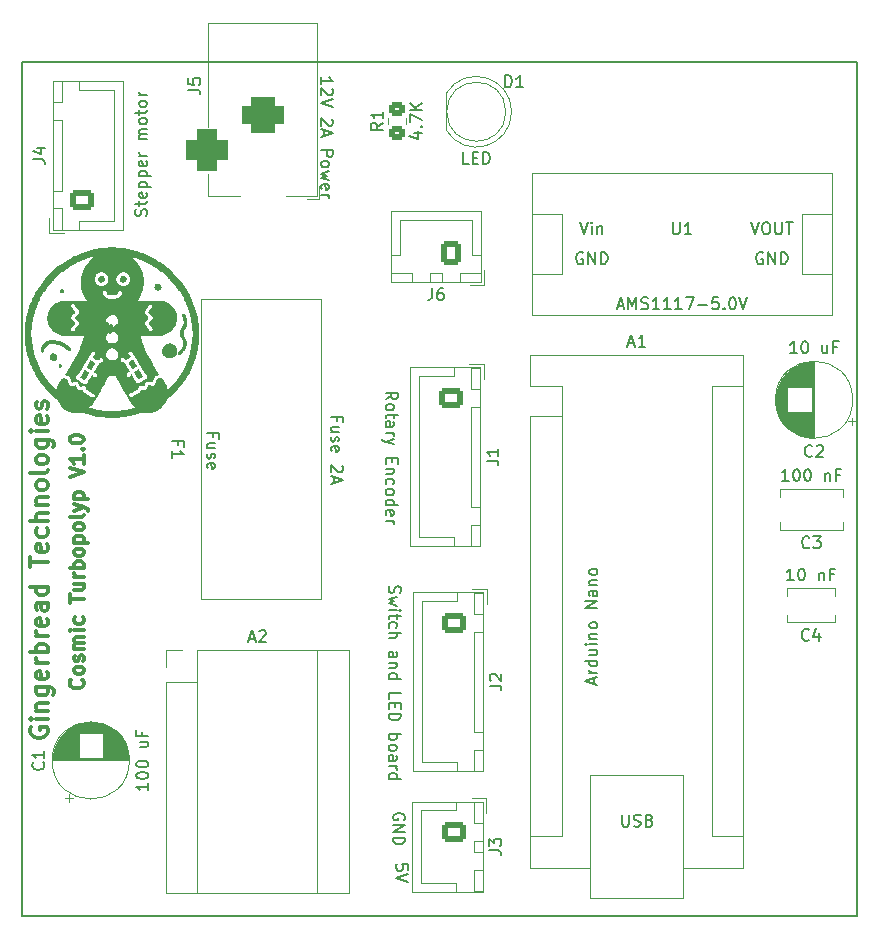
<source format=gto>
%TF.GenerationSoftware,KiCad,Pcbnew,(6.0.9)*%
%TF.CreationDate,2024-07-14T14:50:05-07:00*%
%TF.ProjectId,RA_Controller,52415f43-6f6e-4747-926f-6c6c65722e6b,rev?*%
%TF.SameCoordinates,Original*%
%TF.FileFunction,Legend,Top*%
%TF.FilePolarity,Positive*%
%FSLAX46Y46*%
G04 Gerber Fmt 4.6, Leading zero omitted, Abs format (unit mm)*
G04 Created by KiCad (PCBNEW (6.0.9)) date 2024-07-14 14:50:05*
%MOMM*%
%LPD*%
G01*
G04 APERTURE LIST*
G04 Aperture macros list*
%AMRoundRect*
0 Rectangle with rounded corners*
0 $1 Rounding radius*
0 $2 $3 $4 $5 $6 $7 $8 $9 X,Y pos of 4 corners*
0 Add a 4 corners polygon primitive as box body*
4,1,4,$2,$3,$4,$5,$6,$7,$8,$9,$2,$3,0*
0 Add four circle primitives for the rounded corners*
1,1,$1+$1,$2,$3*
1,1,$1+$1,$4,$5*
1,1,$1+$1,$6,$7*
1,1,$1+$1,$8,$9*
0 Add four rect primitives between the rounded corners*
20,1,$1+$1,$2,$3,$4,$5,0*
20,1,$1+$1,$4,$5,$6,$7,0*
20,1,$1+$1,$6,$7,$8,$9,0*
20,1,$1+$1,$8,$9,$2,$3,0*%
G04 Aperture macros list end*
%ADD10C,0.150000*%
%ADD11C,0.300000*%
%ADD12C,0.120000*%
%ADD13R,1.600000X1.600000*%
%ADD14C,1.600000*%
%ADD15O,1.600000X1.600000*%
%ADD16RoundRect,0.250000X-0.750000X0.600000X-0.750000X-0.600000X0.750000X-0.600000X0.750000X0.600000X0*%
%ADD17O,2.000000X1.700000*%
%ADD18C,3.000000*%
%ADD19RoundRect,0.250000X-0.725000X0.600000X-0.725000X-0.600000X0.725000X-0.600000X0.725000X0.600000X0*%
%ADD20O,1.950000X1.700000*%
%ADD21R,1.524000X1.524000*%
%ADD22C,1.524000*%
%ADD23RoundRect,0.250000X0.600000X0.750000X-0.600000X0.750000X-0.600000X-0.750000X0.600000X-0.750000X0*%
%ADD24O,1.700000X2.000000*%
%ADD25RoundRect,0.250000X0.450000X-0.350000X0.450000X0.350000X-0.450000X0.350000X-0.450000X-0.350000X0*%
%ADD26R,3.500000X3.500000*%
%ADD27RoundRect,0.750000X-1.000000X0.750000X-1.000000X-0.750000X1.000000X-0.750000X1.000000X0.750000X0*%
%ADD28RoundRect,0.875000X-0.875000X0.875000X-0.875000X-0.875000X0.875000X-0.875000X0.875000X0.875000X0*%
%ADD29RoundRect,0.250000X0.725000X-0.600000X0.725000X0.600000X-0.725000X0.600000X-0.725000X-0.600000X0*%
%ADD30R,1.800000X1.800000*%
%ADD31C,1.800000*%
G04 APERTURE END LIST*
D10*
X113157000Y-119253000D02*
X183896000Y-119253000D01*
X183896000Y-119253000D02*
X183896000Y-46990000D01*
X183896000Y-46990000D02*
X113157000Y-46990000D01*
X113157000Y-46990000D02*
X113157000Y-119253000D01*
D11*
X113931000Y-103308857D02*
X113859571Y-103451714D01*
X113859571Y-103666000D01*
X113931000Y-103880285D01*
X114073857Y-104023142D01*
X114216714Y-104094571D01*
X114502428Y-104166000D01*
X114716714Y-104166000D01*
X115002428Y-104094571D01*
X115145285Y-104023142D01*
X115288142Y-103880285D01*
X115359571Y-103666000D01*
X115359571Y-103523142D01*
X115288142Y-103308857D01*
X115216714Y-103237428D01*
X114716714Y-103237428D01*
X114716714Y-103523142D01*
X115359571Y-102594571D02*
X114359571Y-102594571D01*
X113859571Y-102594571D02*
X113931000Y-102666000D01*
X114002428Y-102594571D01*
X113931000Y-102523142D01*
X113859571Y-102594571D01*
X114002428Y-102594571D01*
X114359571Y-101880285D02*
X115359571Y-101880285D01*
X114502428Y-101880285D02*
X114431000Y-101808857D01*
X114359571Y-101666000D01*
X114359571Y-101451714D01*
X114431000Y-101308857D01*
X114573857Y-101237428D01*
X115359571Y-101237428D01*
X114359571Y-99880285D02*
X115573857Y-99880285D01*
X115716714Y-99951714D01*
X115788142Y-100023142D01*
X115859571Y-100166000D01*
X115859571Y-100380285D01*
X115788142Y-100523142D01*
X115288142Y-99880285D02*
X115359571Y-100023142D01*
X115359571Y-100308857D01*
X115288142Y-100451714D01*
X115216714Y-100523142D01*
X115073857Y-100594571D01*
X114645285Y-100594571D01*
X114502428Y-100523142D01*
X114431000Y-100451714D01*
X114359571Y-100308857D01*
X114359571Y-100023142D01*
X114431000Y-99880285D01*
X115288142Y-98594571D02*
X115359571Y-98737428D01*
X115359571Y-99023142D01*
X115288142Y-99166000D01*
X115145285Y-99237428D01*
X114573857Y-99237428D01*
X114431000Y-99166000D01*
X114359571Y-99023142D01*
X114359571Y-98737428D01*
X114431000Y-98594571D01*
X114573857Y-98523142D01*
X114716714Y-98523142D01*
X114859571Y-99237428D01*
X115359571Y-97880285D02*
X114359571Y-97880285D01*
X114645285Y-97880285D02*
X114502428Y-97808857D01*
X114431000Y-97737428D01*
X114359571Y-97594571D01*
X114359571Y-97451714D01*
X115359571Y-96951714D02*
X113859571Y-96951714D01*
X114431000Y-96951714D02*
X114359571Y-96808857D01*
X114359571Y-96523142D01*
X114431000Y-96380285D01*
X114502428Y-96308857D01*
X114645285Y-96237428D01*
X115073857Y-96237428D01*
X115216714Y-96308857D01*
X115288142Y-96380285D01*
X115359571Y-96523142D01*
X115359571Y-96808857D01*
X115288142Y-96951714D01*
X115359571Y-95594571D02*
X114359571Y-95594571D01*
X114645285Y-95594571D02*
X114502428Y-95523142D01*
X114431000Y-95451714D01*
X114359571Y-95308857D01*
X114359571Y-95166000D01*
X115288142Y-94094571D02*
X115359571Y-94237428D01*
X115359571Y-94523142D01*
X115288142Y-94666000D01*
X115145285Y-94737428D01*
X114573857Y-94737428D01*
X114431000Y-94666000D01*
X114359571Y-94523142D01*
X114359571Y-94237428D01*
X114431000Y-94094571D01*
X114573857Y-94023142D01*
X114716714Y-94023142D01*
X114859571Y-94737428D01*
X115359571Y-92737428D02*
X114573857Y-92737428D01*
X114431000Y-92808857D01*
X114359571Y-92951714D01*
X114359571Y-93237428D01*
X114431000Y-93380285D01*
X115288142Y-92737428D02*
X115359571Y-92880285D01*
X115359571Y-93237428D01*
X115288142Y-93380285D01*
X115145285Y-93451714D01*
X115002428Y-93451714D01*
X114859571Y-93380285D01*
X114788142Y-93237428D01*
X114788142Y-92880285D01*
X114716714Y-92737428D01*
X115359571Y-91380285D02*
X113859571Y-91380285D01*
X115288142Y-91380285D02*
X115359571Y-91523142D01*
X115359571Y-91808857D01*
X115288142Y-91951714D01*
X115216714Y-92023142D01*
X115073857Y-92094571D01*
X114645285Y-92094571D01*
X114502428Y-92023142D01*
X114431000Y-91951714D01*
X114359571Y-91808857D01*
X114359571Y-91523142D01*
X114431000Y-91380285D01*
X113859571Y-89737428D02*
X113859571Y-88880285D01*
X115359571Y-89308857D02*
X113859571Y-89308857D01*
X115288142Y-87808857D02*
X115359571Y-87951714D01*
X115359571Y-88237428D01*
X115288142Y-88380285D01*
X115145285Y-88451714D01*
X114573857Y-88451714D01*
X114431000Y-88380285D01*
X114359571Y-88237428D01*
X114359571Y-87951714D01*
X114431000Y-87808857D01*
X114573857Y-87737428D01*
X114716714Y-87737428D01*
X114859571Y-88451714D01*
X115288142Y-86451714D02*
X115359571Y-86594571D01*
X115359571Y-86880285D01*
X115288142Y-87023142D01*
X115216714Y-87094571D01*
X115073857Y-87166000D01*
X114645285Y-87166000D01*
X114502428Y-87094571D01*
X114431000Y-87023142D01*
X114359571Y-86880285D01*
X114359571Y-86594571D01*
X114431000Y-86451714D01*
X115359571Y-85808857D02*
X113859571Y-85808857D01*
X115359571Y-85166000D02*
X114573857Y-85166000D01*
X114431000Y-85237428D01*
X114359571Y-85380285D01*
X114359571Y-85594571D01*
X114431000Y-85737428D01*
X114502428Y-85808857D01*
X114359571Y-84451714D02*
X115359571Y-84451714D01*
X114502428Y-84451714D02*
X114431000Y-84380285D01*
X114359571Y-84237428D01*
X114359571Y-84023142D01*
X114431000Y-83880285D01*
X114573857Y-83808857D01*
X115359571Y-83808857D01*
X115359571Y-82880285D02*
X115288142Y-83023142D01*
X115216714Y-83094571D01*
X115073857Y-83166000D01*
X114645285Y-83166000D01*
X114502428Y-83094571D01*
X114431000Y-83023142D01*
X114359571Y-82880285D01*
X114359571Y-82666000D01*
X114431000Y-82523142D01*
X114502428Y-82451714D01*
X114645285Y-82380285D01*
X115073857Y-82380285D01*
X115216714Y-82451714D01*
X115288142Y-82523142D01*
X115359571Y-82666000D01*
X115359571Y-82880285D01*
X115359571Y-81523142D02*
X115288142Y-81666000D01*
X115145285Y-81737428D01*
X113859571Y-81737428D01*
X115359571Y-80737428D02*
X115288142Y-80880285D01*
X115216714Y-80951714D01*
X115073857Y-81023142D01*
X114645285Y-81023142D01*
X114502428Y-80951714D01*
X114431000Y-80880285D01*
X114359571Y-80737428D01*
X114359571Y-80523142D01*
X114431000Y-80380285D01*
X114502428Y-80308857D01*
X114645285Y-80237428D01*
X115073857Y-80237428D01*
X115216714Y-80308857D01*
X115288142Y-80380285D01*
X115359571Y-80523142D01*
X115359571Y-80737428D01*
X114359571Y-78951714D02*
X115573857Y-78951714D01*
X115716714Y-79023142D01*
X115788142Y-79094571D01*
X115859571Y-79237428D01*
X115859571Y-79451714D01*
X115788142Y-79594571D01*
X115288142Y-78951714D02*
X115359571Y-79094571D01*
X115359571Y-79380285D01*
X115288142Y-79523142D01*
X115216714Y-79594571D01*
X115073857Y-79666000D01*
X114645285Y-79666000D01*
X114502428Y-79594571D01*
X114431000Y-79523142D01*
X114359571Y-79380285D01*
X114359571Y-79094571D01*
X114431000Y-78951714D01*
X115359571Y-78237428D02*
X114359571Y-78237428D01*
X113859571Y-78237428D02*
X113931000Y-78308857D01*
X114002428Y-78237428D01*
X113931000Y-78166000D01*
X113859571Y-78237428D01*
X114002428Y-78237428D01*
X115288142Y-76951714D02*
X115359571Y-77094571D01*
X115359571Y-77380285D01*
X115288142Y-77523142D01*
X115145285Y-77594571D01*
X114573857Y-77594571D01*
X114431000Y-77523142D01*
X114359571Y-77380285D01*
X114359571Y-77094571D01*
X114431000Y-76951714D01*
X114573857Y-76880285D01*
X114716714Y-76880285D01*
X114859571Y-77594571D01*
X115288142Y-76308857D02*
X115359571Y-76166000D01*
X115359571Y-75880285D01*
X115288142Y-75737428D01*
X115145285Y-75666000D01*
X115073857Y-75666000D01*
X114931000Y-75737428D01*
X114859571Y-75880285D01*
X114859571Y-76094571D01*
X114788142Y-76237428D01*
X114645285Y-76308857D01*
X114573857Y-76308857D01*
X114431000Y-76237428D01*
X114359571Y-76094571D01*
X114359571Y-75880285D01*
X114431000Y-75737428D01*
X118284571Y-99252428D02*
X118341714Y-99309571D01*
X118398857Y-99480999D01*
X118398857Y-99595285D01*
X118341714Y-99766714D01*
X118227428Y-99880999D01*
X118113142Y-99938142D01*
X117884571Y-99995285D01*
X117713142Y-99995285D01*
X117484571Y-99938142D01*
X117370285Y-99880999D01*
X117256000Y-99766714D01*
X117198857Y-99595285D01*
X117198857Y-99480999D01*
X117256000Y-99309571D01*
X117313142Y-99252428D01*
X118398857Y-98566714D02*
X118341714Y-98680999D01*
X118284571Y-98738142D01*
X118170285Y-98795285D01*
X117827428Y-98795285D01*
X117713142Y-98738142D01*
X117656000Y-98680999D01*
X117598857Y-98566714D01*
X117598857Y-98395285D01*
X117656000Y-98280999D01*
X117713142Y-98223857D01*
X117827428Y-98166714D01*
X118170285Y-98166714D01*
X118284571Y-98223857D01*
X118341714Y-98280999D01*
X118398857Y-98395285D01*
X118398857Y-98566714D01*
X118341714Y-97709571D02*
X118398857Y-97595285D01*
X118398857Y-97366714D01*
X118341714Y-97252428D01*
X118227428Y-97195285D01*
X118170285Y-97195285D01*
X118056000Y-97252428D01*
X117998857Y-97366714D01*
X117998857Y-97538142D01*
X117941714Y-97652428D01*
X117827428Y-97709571D01*
X117770285Y-97709571D01*
X117656000Y-97652428D01*
X117598857Y-97538142D01*
X117598857Y-97366714D01*
X117656000Y-97252428D01*
X118398857Y-96680999D02*
X117598857Y-96680999D01*
X117713142Y-96680999D02*
X117656000Y-96623857D01*
X117598857Y-96509571D01*
X117598857Y-96338142D01*
X117656000Y-96223857D01*
X117770285Y-96166714D01*
X118398857Y-96166714D01*
X117770285Y-96166714D02*
X117656000Y-96109571D01*
X117598857Y-95995285D01*
X117598857Y-95823857D01*
X117656000Y-95709571D01*
X117770285Y-95652428D01*
X118398857Y-95652428D01*
X118398857Y-95081000D02*
X117598857Y-95081000D01*
X117198857Y-95081000D02*
X117256000Y-95138142D01*
X117313142Y-95081000D01*
X117256000Y-95023857D01*
X117198857Y-95081000D01*
X117313142Y-95081000D01*
X118341714Y-93995285D02*
X118398857Y-94109571D01*
X118398857Y-94338142D01*
X118341714Y-94452428D01*
X118284571Y-94509571D01*
X118170285Y-94566714D01*
X117827428Y-94566714D01*
X117713142Y-94509571D01*
X117656000Y-94452428D01*
X117598857Y-94338142D01*
X117598857Y-94109571D01*
X117656000Y-93995285D01*
X117198857Y-92738142D02*
X117198857Y-92052428D01*
X118398857Y-92395285D02*
X117198857Y-92395285D01*
X117598857Y-91138142D02*
X118398857Y-91138142D01*
X117598857Y-91652428D02*
X118227428Y-91652428D01*
X118341714Y-91595285D01*
X118398857Y-91481000D01*
X118398857Y-91309571D01*
X118341714Y-91195285D01*
X118284571Y-91138142D01*
X118398857Y-90566714D02*
X117598857Y-90566714D01*
X117827428Y-90566714D02*
X117713142Y-90509571D01*
X117656000Y-90452428D01*
X117598857Y-90338142D01*
X117598857Y-90223857D01*
X118398857Y-89823857D02*
X117198857Y-89823857D01*
X117656000Y-89823857D02*
X117598857Y-89709571D01*
X117598857Y-89480999D01*
X117656000Y-89366714D01*
X117713142Y-89309571D01*
X117827428Y-89252428D01*
X118170285Y-89252428D01*
X118284571Y-89309571D01*
X118341714Y-89366714D01*
X118398857Y-89480999D01*
X118398857Y-89709571D01*
X118341714Y-89823857D01*
X118398857Y-88566714D02*
X118341714Y-88680999D01*
X118284571Y-88738142D01*
X118170285Y-88795285D01*
X117827428Y-88795285D01*
X117713142Y-88738142D01*
X117656000Y-88680999D01*
X117598857Y-88566714D01*
X117598857Y-88395285D01*
X117656000Y-88280999D01*
X117713142Y-88223857D01*
X117827428Y-88166714D01*
X118170285Y-88166714D01*
X118284571Y-88223857D01*
X118341714Y-88280999D01*
X118398857Y-88395285D01*
X118398857Y-88566714D01*
X117598857Y-87652428D02*
X118798857Y-87652428D01*
X117656000Y-87652428D02*
X117598857Y-87538142D01*
X117598857Y-87309571D01*
X117656000Y-87195285D01*
X117713142Y-87138142D01*
X117827428Y-87081000D01*
X118170285Y-87081000D01*
X118284571Y-87138142D01*
X118341714Y-87195285D01*
X118398857Y-87309571D01*
X118398857Y-87538142D01*
X118341714Y-87652428D01*
X118398857Y-86395285D02*
X118341714Y-86509571D01*
X118284571Y-86566714D01*
X118170285Y-86623857D01*
X117827428Y-86623857D01*
X117713142Y-86566714D01*
X117656000Y-86509571D01*
X117598857Y-86395285D01*
X117598857Y-86223857D01*
X117656000Y-86109571D01*
X117713142Y-86052428D01*
X117827428Y-85995285D01*
X118170285Y-85995285D01*
X118284571Y-86052428D01*
X118341714Y-86109571D01*
X118398857Y-86223857D01*
X118398857Y-86395285D01*
X118398857Y-85309571D02*
X118341714Y-85423857D01*
X118227428Y-85481000D01*
X117198857Y-85481000D01*
X117598857Y-84966714D02*
X118398857Y-84681000D01*
X117598857Y-84395285D02*
X118398857Y-84681000D01*
X118684571Y-84795285D01*
X118741714Y-84852428D01*
X118798857Y-84966714D01*
X117598857Y-83938142D02*
X118798857Y-83938142D01*
X117656000Y-83938142D02*
X117598857Y-83823857D01*
X117598857Y-83595285D01*
X117656000Y-83480999D01*
X117713142Y-83423857D01*
X117827428Y-83366714D01*
X118170285Y-83366714D01*
X118284571Y-83423857D01*
X118341714Y-83480999D01*
X118398857Y-83595285D01*
X118398857Y-83823857D01*
X118341714Y-83938142D01*
X117198857Y-82109571D02*
X118398857Y-81709571D01*
X117198857Y-81309571D01*
X118398857Y-80281000D02*
X118398857Y-80966714D01*
X118398857Y-80623857D02*
X117198857Y-80623857D01*
X117370285Y-80738142D01*
X117484571Y-80852428D01*
X117541714Y-80966714D01*
X118284571Y-79766714D02*
X118341714Y-79709571D01*
X118398857Y-79766714D01*
X118341714Y-79823857D01*
X118284571Y-79766714D01*
X118398857Y-79766714D01*
X117198857Y-78966714D02*
X117198857Y-78852428D01*
X117256000Y-78738142D01*
X117313142Y-78681000D01*
X117427428Y-78623857D01*
X117656000Y-78566714D01*
X117941714Y-78566714D01*
X118170285Y-78623857D01*
X118284571Y-78681000D01*
X118341714Y-78738142D01*
X118398857Y-78852428D01*
X118398857Y-78966714D01*
X118341714Y-79081000D01*
X118284571Y-79138142D01*
X118170285Y-79195285D01*
X117941714Y-79252428D01*
X117656000Y-79252428D01*
X117427428Y-79195285D01*
X117313142Y-79138142D01*
X117256000Y-79081000D01*
X117198857Y-78966714D01*
D10*
%TO.C,C1*%
X114956142Y-106271046D02*
X115003761Y-106318665D01*
X115051380Y-106461522D01*
X115051380Y-106556760D01*
X115003761Y-106699618D01*
X114908523Y-106794856D01*
X114813285Y-106842475D01*
X114622809Y-106890094D01*
X114479952Y-106890094D01*
X114289476Y-106842475D01*
X114194238Y-106794856D01*
X114099000Y-106699618D01*
X114051380Y-106556760D01*
X114051380Y-106461522D01*
X114099000Y-106318665D01*
X114146619Y-106271046D01*
X115051380Y-105318665D02*
X115051380Y-105890094D01*
X115051380Y-105604380D02*
X114051380Y-105604380D01*
X114194238Y-105699618D01*
X114289476Y-105794856D01*
X114337095Y-105890094D01*
X123851380Y-108032951D02*
X123851380Y-108604380D01*
X123851380Y-108318665D02*
X122851380Y-108318665D01*
X122994238Y-108413903D01*
X123089476Y-108509141D01*
X123137095Y-108604380D01*
X122851380Y-107413903D02*
X122851380Y-107318665D01*
X122899000Y-107223427D01*
X122946619Y-107175808D01*
X123041857Y-107128189D01*
X123232333Y-107080570D01*
X123470428Y-107080570D01*
X123660904Y-107128189D01*
X123756142Y-107175808D01*
X123803761Y-107223427D01*
X123851380Y-107318665D01*
X123851380Y-107413903D01*
X123803761Y-107509141D01*
X123756142Y-107556760D01*
X123660904Y-107604380D01*
X123470428Y-107651999D01*
X123232333Y-107651999D01*
X123041857Y-107604380D01*
X122946619Y-107556760D01*
X122899000Y-107509141D01*
X122851380Y-107413903D01*
X122851380Y-106461522D02*
X122851380Y-106366284D01*
X122899000Y-106271046D01*
X122946619Y-106223427D01*
X123041857Y-106175808D01*
X123232333Y-106128189D01*
X123470428Y-106128189D01*
X123660904Y-106175808D01*
X123756142Y-106223427D01*
X123803761Y-106271046D01*
X123851380Y-106366284D01*
X123851380Y-106461522D01*
X123803761Y-106556760D01*
X123756142Y-106604380D01*
X123660904Y-106651999D01*
X123470428Y-106699618D01*
X123232333Y-106699618D01*
X123041857Y-106651999D01*
X122946619Y-106604380D01*
X122899000Y-106556760D01*
X122851380Y-106461522D01*
X123184714Y-104509141D02*
X123851380Y-104509141D01*
X123184714Y-104937713D02*
X123708523Y-104937713D01*
X123803761Y-104890094D01*
X123851380Y-104794856D01*
X123851380Y-104651999D01*
X123803761Y-104556760D01*
X123756142Y-104509141D01*
X123327571Y-103699618D02*
X123327571Y-104032951D01*
X123851380Y-104032951D02*
X122851380Y-104032951D01*
X122851380Y-103556760D01*
%TO.C,C3*%
X179832333Y-88043142D02*
X179784714Y-88090761D01*
X179641857Y-88138380D01*
X179546619Y-88138380D01*
X179403761Y-88090761D01*
X179308523Y-87995523D01*
X179260904Y-87900285D01*
X179213285Y-87709809D01*
X179213285Y-87566952D01*
X179260904Y-87376476D01*
X179308523Y-87281238D01*
X179403761Y-87186000D01*
X179546619Y-87138380D01*
X179641857Y-87138380D01*
X179784714Y-87186000D01*
X179832333Y-87233619D01*
X180165666Y-87138380D02*
X180784714Y-87138380D01*
X180451380Y-87519333D01*
X180594238Y-87519333D01*
X180689476Y-87566952D01*
X180737095Y-87614571D01*
X180784714Y-87709809D01*
X180784714Y-87947904D01*
X180737095Y-88043142D01*
X180689476Y-88090761D01*
X180594238Y-88138380D01*
X180308523Y-88138380D01*
X180213285Y-88090761D01*
X180165666Y-88043142D01*
X178070428Y-82438380D02*
X177499000Y-82438380D01*
X177784714Y-82438380D02*
X177784714Y-81438380D01*
X177689476Y-81581238D01*
X177594238Y-81676476D01*
X177499000Y-81724095D01*
X178689476Y-81438380D02*
X178784714Y-81438380D01*
X178879952Y-81486000D01*
X178927571Y-81533619D01*
X178975190Y-81628857D01*
X179022809Y-81819333D01*
X179022809Y-82057428D01*
X178975190Y-82247904D01*
X178927571Y-82343142D01*
X178879952Y-82390761D01*
X178784714Y-82438380D01*
X178689476Y-82438380D01*
X178594238Y-82390761D01*
X178546619Y-82343142D01*
X178499000Y-82247904D01*
X178451380Y-82057428D01*
X178451380Y-81819333D01*
X178499000Y-81628857D01*
X178546619Y-81533619D01*
X178594238Y-81486000D01*
X178689476Y-81438380D01*
X179641857Y-81438380D02*
X179737095Y-81438380D01*
X179832333Y-81486000D01*
X179879952Y-81533619D01*
X179927571Y-81628857D01*
X179975190Y-81819333D01*
X179975190Y-82057428D01*
X179927571Y-82247904D01*
X179879952Y-82343142D01*
X179832333Y-82390761D01*
X179737095Y-82438380D01*
X179641857Y-82438380D01*
X179546619Y-82390761D01*
X179499000Y-82343142D01*
X179451380Y-82247904D01*
X179403761Y-82057428D01*
X179403761Y-81819333D01*
X179451380Y-81628857D01*
X179499000Y-81533619D01*
X179546619Y-81486000D01*
X179641857Y-81438380D01*
X181165666Y-81771714D02*
X181165666Y-82438380D01*
X181165666Y-81866952D02*
X181213285Y-81819333D01*
X181308523Y-81771714D01*
X181451380Y-81771714D01*
X181546619Y-81819333D01*
X181594238Y-81914571D01*
X181594238Y-82438380D01*
X182403761Y-81914571D02*
X182070428Y-81914571D01*
X182070428Y-82438380D02*
X182070428Y-81438380D01*
X182546619Y-81438380D01*
%TO.C,A2*%
X132391714Y-95797666D02*
X132867904Y-95797666D01*
X132296476Y-96083380D02*
X132629809Y-95083380D01*
X132963142Y-96083380D01*
X133248857Y-95178619D02*
X133296476Y-95131000D01*
X133391714Y-95083380D01*
X133629809Y-95083380D01*
X133725047Y-95131000D01*
X133772666Y-95178619D01*
X133820285Y-95273857D01*
X133820285Y-95369095D01*
X133772666Y-95511952D01*
X133201238Y-96083380D01*
X133820285Y-96083380D01*
%TO.C,J3*%
X152735380Y-113724333D02*
X153449666Y-113724333D01*
X153592523Y-113771952D01*
X153687761Y-113867190D01*
X153735380Y-114010047D01*
X153735380Y-114105285D01*
X152735380Y-113343380D02*
X152735380Y-112724333D01*
X153116333Y-113057666D01*
X153116333Y-112914809D01*
X153163952Y-112819571D01*
X153211571Y-112771952D01*
X153306809Y-112724333D01*
X153544904Y-112724333D01*
X153640142Y-112771952D01*
X153687761Y-112819571D01*
X153735380Y-112914809D01*
X153735380Y-113200523D01*
X153687761Y-113295761D01*
X153640142Y-113343380D01*
X145835619Y-115379523D02*
X145835619Y-114903333D01*
X145359428Y-114855714D01*
X145407047Y-114903333D01*
X145454666Y-114998571D01*
X145454666Y-115236666D01*
X145407047Y-115331904D01*
X145359428Y-115379523D01*
X145264190Y-115427142D01*
X145026095Y-115427142D01*
X144930857Y-115379523D01*
X144883238Y-115331904D01*
X144835619Y-115236666D01*
X144835619Y-114998571D01*
X144883238Y-114903333D01*
X144930857Y-114855714D01*
X145835619Y-115712857D02*
X144835619Y-116046190D01*
X145835619Y-116379523D01*
X145534000Y-111125095D02*
X145581619Y-111029857D01*
X145581619Y-110887000D01*
X145534000Y-110744142D01*
X145438761Y-110648904D01*
X145343523Y-110601285D01*
X145153047Y-110553666D01*
X145010190Y-110553666D01*
X144819714Y-110601285D01*
X144724476Y-110648904D01*
X144629238Y-110744142D01*
X144581619Y-110887000D01*
X144581619Y-110982238D01*
X144629238Y-111125095D01*
X144676857Y-111172714D01*
X145010190Y-111172714D01*
X145010190Y-110982238D01*
X144581619Y-111601285D02*
X145581619Y-111601285D01*
X144581619Y-112172714D01*
X145581619Y-112172714D01*
X144581619Y-112648904D02*
X145581619Y-112648904D01*
X145581619Y-112887000D01*
X145534000Y-113029857D01*
X145438761Y-113125095D01*
X145343523Y-113172714D01*
X145153047Y-113220333D01*
X145010190Y-113220333D01*
X144819714Y-113172714D01*
X144724476Y-113125095D01*
X144629238Y-113029857D01*
X144581619Y-112887000D01*
X144581619Y-112648904D01*
%TO.C,F1*%
X126396428Y-79422666D02*
X126396428Y-79089333D01*
X125872619Y-79089333D02*
X126872619Y-79089333D01*
X126872619Y-79565523D01*
X125872619Y-80470285D02*
X125872619Y-79898857D01*
X125872619Y-80184571D02*
X126872619Y-80184571D01*
X126729761Y-80089333D01*
X126634523Y-79994095D01*
X126586904Y-79898857D01*
X129357428Y-78740142D02*
X129357428Y-78406809D01*
X128833619Y-78406809D02*
X129833619Y-78406809D01*
X129833619Y-78883000D01*
X129500285Y-79692523D02*
X128833619Y-79692523D01*
X129500285Y-79263952D02*
X128976476Y-79263952D01*
X128881238Y-79311571D01*
X128833619Y-79406809D01*
X128833619Y-79549666D01*
X128881238Y-79644904D01*
X128928857Y-79692523D01*
X128881238Y-80121095D02*
X128833619Y-80216333D01*
X128833619Y-80406809D01*
X128881238Y-80502047D01*
X128976476Y-80549666D01*
X129024095Y-80549666D01*
X129119333Y-80502047D01*
X129166952Y-80406809D01*
X129166952Y-80263952D01*
X129214571Y-80168714D01*
X129309809Y-80121095D01*
X129357428Y-80121095D01*
X129452666Y-80168714D01*
X129500285Y-80263952D01*
X129500285Y-80406809D01*
X129452666Y-80502047D01*
X128881238Y-81359190D02*
X128833619Y-81263952D01*
X128833619Y-81073476D01*
X128881238Y-80978238D01*
X128976476Y-80930619D01*
X129357428Y-80930619D01*
X129452666Y-80978238D01*
X129500285Y-81073476D01*
X129500285Y-81263952D01*
X129452666Y-81359190D01*
X129357428Y-81406809D01*
X129262190Y-81406809D01*
X129166952Y-80930619D01*
X139866428Y-77327428D02*
X139866428Y-76994095D01*
X139342619Y-76994095D02*
X140342619Y-76994095D01*
X140342619Y-77470285D01*
X140009285Y-78279809D02*
X139342619Y-78279809D01*
X140009285Y-77851238D02*
X139485476Y-77851238D01*
X139390238Y-77898857D01*
X139342619Y-77994095D01*
X139342619Y-78136952D01*
X139390238Y-78232190D01*
X139437857Y-78279809D01*
X139390238Y-78708380D02*
X139342619Y-78803619D01*
X139342619Y-78994095D01*
X139390238Y-79089333D01*
X139485476Y-79136952D01*
X139533095Y-79136952D01*
X139628333Y-79089333D01*
X139675952Y-78994095D01*
X139675952Y-78851238D01*
X139723571Y-78756000D01*
X139818809Y-78708380D01*
X139866428Y-78708380D01*
X139961666Y-78756000D01*
X140009285Y-78851238D01*
X140009285Y-78994095D01*
X139961666Y-79089333D01*
X139390238Y-79946476D02*
X139342619Y-79851238D01*
X139342619Y-79660761D01*
X139390238Y-79565523D01*
X139485476Y-79517904D01*
X139866428Y-79517904D01*
X139961666Y-79565523D01*
X140009285Y-79660761D01*
X140009285Y-79851238D01*
X139961666Y-79946476D01*
X139866428Y-79994095D01*
X139771190Y-79994095D01*
X139675952Y-79517904D01*
X140247380Y-81136952D02*
X140295000Y-81184571D01*
X140342619Y-81279809D01*
X140342619Y-81517904D01*
X140295000Y-81613142D01*
X140247380Y-81660761D01*
X140152142Y-81708380D01*
X140056904Y-81708380D01*
X139914047Y-81660761D01*
X139342619Y-81089333D01*
X139342619Y-81708380D01*
X139628333Y-82089333D02*
X139628333Y-82565523D01*
X139342619Y-81994095D02*
X140342619Y-82327428D01*
X139342619Y-82660761D01*
%TO.C,C2*%
X180066333Y-80322142D02*
X180018714Y-80369761D01*
X179875857Y-80417380D01*
X179780619Y-80417380D01*
X179637761Y-80369761D01*
X179542523Y-80274523D01*
X179494904Y-80179285D01*
X179447285Y-79988809D01*
X179447285Y-79845952D01*
X179494904Y-79655476D01*
X179542523Y-79560238D01*
X179637761Y-79465000D01*
X179780619Y-79417380D01*
X179875857Y-79417380D01*
X180018714Y-79465000D01*
X180066333Y-79512619D01*
X180447285Y-79512619D02*
X180494904Y-79465000D01*
X180590142Y-79417380D01*
X180828238Y-79417380D01*
X180923476Y-79465000D01*
X180971095Y-79512619D01*
X181018714Y-79607857D01*
X181018714Y-79703095D01*
X180971095Y-79845952D01*
X180399666Y-80417380D01*
X181018714Y-80417380D01*
X178780619Y-71617380D02*
X178209190Y-71617380D01*
X178494904Y-71617380D02*
X178494904Y-70617380D01*
X178399666Y-70760238D01*
X178304428Y-70855476D01*
X178209190Y-70903095D01*
X179399666Y-70617380D02*
X179494904Y-70617380D01*
X179590142Y-70665000D01*
X179637761Y-70712619D01*
X179685380Y-70807857D01*
X179733000Y-70998333D01*
X179733000Y-71236428D01*
X179685380Y-71426904D01*
X179637761Y-71522142D01*
X179590142Y-71569761D01*
X179494904Y-71617380D01*
X179399666Y-71617380D01*
X179304428Y-71569761D01*
X179256809Y-71522142D01*
X179209190Y-71426904D01*
X179161571Y-71236428D01*
X179161571Y-70998333D01*
X179209190Y-70807857D01*
X179256809Y-70712619D01*
X179304428Y-70665000D01*
X179399666Y-70617380D01*
X181352047Y-70950714D02*
X181352047Y-71617380D01*
X180923476Y-70950714D02*
X180923476Y-71474523D01*
X180971095Y-71569761D01*
X181066333Y-71617380D01*
X181209190Y-71617380D01*
X181304428Y-71569761D01*
X181352047Y-71522142D01*
X182161571Y-71093571D02*
X181828238Y-71093571D01*
X181828238Y-71617380D02*
X181828238Y-70617380D01*
X182304428Y-70617380D01*
%TO.C,J1*%
X152508380Y-80724333D02*
X153222666Y-80724333D01*
X153365523Y-80771952D01*
X153460761Y-80867190D01*
X153508380Y-81010047D01*
X153508380Y-81105285D01*
X153508380Y-79724333D02*
X153508380Y-80295761D01*
X153508380Y-80010047D02*
X152508380Y-80010047D01*
X152651238Y-80105285D01*
X152746476Y-80200523D01*
X152794095Y-80295761D01*
X143973619Y-75542428D02*
X144449809Y-75209095D01*
X143973619Y-74971000D02*
X144973619Y-74971000D01*
X144973619Y-75351952D01*
X144926000Y-75447190D01*
X144878380Y-75494809D01*
X144783142Y-75542428D01*
X144640285Y-75542428D01*
X144545047Y-75494809D01*
X144497428Y-75447190D01*
X144449809Y-75351952D01*
X144449809Y-74971000D01*
X143973619Y-76113857D02*
X144021238Y-76018619D01*
X144068857Y-75971000D01*
X144164095Y-75923380D01*
X144449809Y-75923380D01*
X144545047Y-75971000D01*
X144592666Y-76018619D01*
X144640285Y-76113857D01*
X144640285Y-76256714D01*
X144592666Y-76351952D01*
X144545047Y-76399571D01*
X144449809Y-76447190D01*
X144164095Y-76447190D01*
X144068857Y-76399571D01*
X144021238Y-76351952D01*
X143973619Y-76256714D01*
X143973619Y-76113857D01*
X144640285Y-76732904D02*
X144640285Y-77113857D01*
X144973619Y-76875761D02*
X144116476Y-76875761D01*
X144021238Y-76923380D01*
X143973619Y-77018619D01*
X143973619Y-77113857D01*
X143973619Y-77875761D02*
X144497428Y-77875761D01*
X144592666Y-77828142D01*
X144640285Y-77732904D01*
X144640285Y-77542428D01*
X144592666Y-77447190D01*
X144021238Y-77875761D02*
X143973619Y-77780523D01*
X143973619Y-77542428D01*
X144021238Y-77447190D01*
X144116476Y-77399571D01*
X144211714Y-77399571D01*
X144306952Y-77447190D01*
X144354571Y-77542428D01*
X144354571Y-77780523D01*
X144402190Y-77875761D01*
X143973619Y-78351952D02*
X144640285Y-78351952D01*
X144449809Y-78351952D02*
X144545047Y-78399571D01*
X144592666Y-78447190D01*
X144640285Y-78542428D01*
X144640285Y-78637666D01*
X144640285Y-78875761D02*
X143973619Y-79113857D01*
X144640285Y-79351952D02*
X143973619Y-79113857D01*
X143735523Y-79018619D01*
X143687904Y-78971000D01*
X143640285Y-78875761D01*
X144497428Y-80494809D02*
X144497428Y-80828142D01*
X143973619Y-80971000D02*
X143973619Y-80494809D01*
X144973619Y-80494809D01*
X144973619Y-80971000D01*
X144640285Y-81399571D02*
X143973619Y-81399571D01*
X144545047Y-81399571D02*
X144592666Y-81447190D01*
X144640285Y-81542428D01*
X144640285Y-81685285D01*
X144592666Y-81780523D01*
X144497428Y-81828142D01*
X143973619Y-81828142D01*
X144021238Y-82732904D02*
X143973619Y-82637666D01*
X143973619Y-82447190D01*
X144021238Y-82351952D01*
X144068857Y-82304333D01*
X144164095Y-82256714D01*
X144449809Y-82256714D01*
X144545047Y-82304333D01*
X144592666Y-82351952D01*
X144640285Y-82447190D01*
X144640285Y-82637666D01*
X144592666Y-82732904D01*
X143973619Y-83304333D02*
X144021238Y-83209095D01*
X144068857Y-83161476D01*
X144164095Y-83113857D01*
X144449809Y-83113857D01*
X144545047Y-83161476D01*
X144592666Y-83209095D01*
X144640285Y-83304333D01*
X144640285Y-83447190D01*
X144592666Y-83542428D01*
X144545047Y-83590047D01*
X144449809Y-83637666D01*
X144164095Y-83637666D01*
X144068857Y-83590047D01*
X144021238Y-83542428D01*
X143973619Y-83447190D01*
X143973619Y-83304333D01*
X143973619Y-84494809D02*
X144973619Y-84494809D01*
X144021238Y-84494809D02*
X143973619Y-84399571D01*
X143973619Y-84209095D01*
X144021238Y-84113857D01*
X144068857Y-84066238D01*
X144164095Y-84018619D01*
X144449809Y-84018619D01*
X144545047Y-84066238D01*
X144592666Y-84113857D01*
X144640285Y-84209095D01*
X144640285Y-84399571D01*
X144592666Y-84494809D01*
X144021238Y-85351952D02*
X143973619Y-85256714D01*
X143973619Y-85066238D01*
X144021238Y-84971000D01*
X144116476Y-84923380D01*
X144497428Y-84923380D01*
X144592666Y-84971000D01*
X144640285Y-85066238D01*
X144640285Y-85256714D01*
X144592666Y-85351952D01*
X144497428Y-85399571D01*
X144402190Y-85399571D01*
X144306952Y-84923380D01*
X143973619Y-85828142D02*
X144640285Y-85828142D01*
X144449809Y-85828142D02*
X144545047Y-85875761D01*
X144592666Y-85923380D01*
X144640285Y-86018619D01*
X144640285Y-86113857D01*
%TO.C,A1*%
X164522714Y-70778666D02*
X164998904Y-70778666D01*
X164427476Y-71064380D02*
X164760809Y-70064380D01*
X165094142Y-71064380D01*
X165951285Y-71064380D02*
X165379857Y-71064380D01*
X165665571Y-71064380D02*
X165665571Y-70064380D01*
X165570333Y-70207238D01*
X165475095Y-70302476D01*
X165379857Y-70350095D01*
X161593666Y-99599142D02*
X161593666Y-99122952D01*
X161879380Y-99694380D02*
X160879380Y-99361047D01*
X161879380Y-99027714D01*
X161879380Y-98694380D02*
X161212714Y-98694380D01*
X161403190Y-98694380D02*
X161307952Y-98646761D01*
X161260333Y-98599142D01*
X161212714Y-98503904D01*
X161212714Y-98408666D01*
X161879380Y-97646761D02*
X160879380Y-97646761D01*
X161831761Y-97646761D02*
X161879380Y-97742000D01*
X161879380Y-97932476D01*
X161831761Y-98027714D01*
X161784142Y-98075333D01*
X161688904Y-98122952D01*
X161403190Y-98122952D01*
X161307952Y-98075333D01*
X161260333Y-98027714D01*
X161212714Y-97932476D01*
X161212714Y-97742000D01*
X161260333Y-97646761D01*
X161212714Y-96742000D02*
X161879380Y-96742000D01*
X161212714Y-97170571D02*
X161736523Y-97170571D01*
X161831761Y-97122952D01*
X161879380Y-97027714D01*
X161879380Y-96884857D01*
X161831761Y-96789619D01*
X161784142Y-96742000D01*
X161879380Y-96265809D02*
X161212714Y-96265809D01*
X160879380Y-96265809D02*
X160927000Y-96313428D01*
X160974619Y-96265809D01*
X160927000Y-96218190D01*
X160879380Y-96265809D01*
X160974619Y-96265809D01*
X161212714Y-95789619D02*
X161879380Y-95789619D01*
X161307952Y-95789619D02*
X161260333Y-95742000D01*
X161212714Y-95646761D01*
X161212714Y-95503904D01*
X161260333Y-95408666D01*
X161355571Y-95361047D01*
X161879380Y-95361047D01*
X161879380Y-94742000D02*
X161831761Y-94837238D01*
X161784142Y-94884857D01*
X161688904Y-94932476D01*
X161403190Y-94932476D01*
X161307952Y-94884857D01*
X161260333Y-94837238D01*
X161212714Y-94742000D01*
X161212714Y-94599142D01*
X161260333Y-94503904D01*
X161307952Y-94456285D01*
X161403190Y-94408666D01*
X161688904Y-94408666D01*
X161784142Y-94456285D01*
X161831761Y-94503904D01*
X161879380Y-94599142D01*
X161879380Y-94742000D01*
X161879380Y-93218190D02*
X160879380Y-93218190D01*
X161879380Y-92646761D01*
X160879380Y-92646761D01*
X161879380Y-91742000D02*
X161355571Y-91742000D01*
X161260333Y-91789619D01*
X161212714Y-91884857D01*
X161212714Y-92075333D01*
X161260333Y-92170571D01*
X161831761Y-91742000D02*
X161879380Y-91837238D01*
X161879380Y-92075333D01*
X161831761Y-92170571D01*
X161736523Y-92218190D01*
X161641285Y-92218190D01*
X161546047Y-92170571D01*
X161498428Y-92075333D01*
X161498428Y-91837238D01*
X161450809Y-91742000D01*
X161212714Y-91265809D02*
X161879380Y-91265809D01*
X161307952Y-91265809D02*
X161260333Y-91218190D01*
X161212714Y-91122952D01*
X161212714Y-90980095D01*
X161260333Y-90884857D01*
X161355571Y-90837238D01*
X161879380Y-90837238D01*
X161879380Y-90218190D02*
X161831761Y-90313428D01*
X161784142Y-90361047D01*
X161688904Y-90408666D01*
X161403190Y-90408666D01*
X161307952Y-90361047D01*
X161260333Y-90313428D01*
X161212714Y-90218190D01*
X161212714Y-90075333D01*
X161260333Y-89980095D01*
X161307952Y-89932476D01*
X161403190Y-89884857D01*
X161688904Y-89884857D01*
X161784142Y-89932476D01*
X161831761Y-89980095D01*
X161879380Y-90075333D01*
X161879380Y-90218190D01*
X163975095Y-110704380D02*
X163975095Y-111513904D01*
X164022714Y-111609142D01*
X164070333Y-111656761D01*
X164165571Y-111704380D01*
X164356047Y-111704380D01*
X164451285Y-111656761D01*
X164498904Y-111609142D01*
X164546523Y-111513904D01*
X164546523Y-110704380D01*
X164975095Y-111656761D02*
X165117952Y-111704380D01*
X165356047Y-111704380D01*
X165451285Y-111656761D01*
X165498904Y-111609142D01*
X165546523Y-111513904D01*
X165546523Y-111418666D01*
X165498904Y-111323428D01*
X165451285Y-111275809D01*
X165356047Y-111228190D01*
X165165571Y-111180571D01*
X165070333Y-111132952D01*
X165022714Y-111085333D01*
X164975095Y-110990095D01*
X164975095Y-110894857D01*
X165022714Y-110799619D01*
X165070333Y-110752000D01*
X165165571Y-110704380D01*
X165403666Y-110704380D01*
X165546523Y-110752000D01*
X166308428Y-111180571D02*
X166451285Y-111228190D01*
X166498904Y-111275809D01*
X166546523Y-111371047D01*
X166546523Y-111513904D01*
X166498904Y-111609142D01*
X166451285Y-111656761D01*
X166356047Y-111704380D01*
X165975095Y-111704380D01*
X165975095Y-110704380D01*
X166308428Y-110704380D01*
X166403666Y-110752000D01*
X166451285Y-110799619D01*
X166498904Y-110894857D01*
X166498904Y-110990095D01*
X166451285Y-111085333D01*
X166403666Y-111132952D01*
X166308428Y-111180571D01*
X165975095Y-111180571D01*
%TO.C,C4*%
X179792333Y-95871142D02*
X179744714Y-95918761D01*
X179601857Y-95966380D01*
X179506619Y-95966380D01*
X179363761Y-95918761D01*
X179268523Y-95823523D01*
X179220904Y-95728285D01*
X179173285Y-95537809D01*
X179173285Y-95394952D01*
X179220904Y-95204476D01*
X179268523Y-95109238D01*
X179363761Y-95014000D01*
X179506619Y-94966380D01*
X179601857Y-94966380D01*
X179744714Y-95014000D01*
X179792333Y-95061619D01*
X180649476Y-95299714D02*
X180649476Y-95966380D01*
X180411380Y-94918761D02*
X180173285Y-95633047D01*
X180792333Y-95633047D01*
X178506619Y-90866380D02*
X177935190Y-90866380D01*
X178220904Y-90866380D02*
X178220904Y-89866380D01*
X178125666Y-90009238D01*
X178030428Y-90104476D01*
X177935190Y-90152095D01*
X179125666Y-89866380D02*
X179220904Y-89866380D01*
X179316142Y-89914000D01*
X179363761Y-89961619D01*
X179411380Y-90056857D01*
X179459000Y-90247333D01*
X179459000Y-90485428D01*
X179411380Y-90675904D01*
X179363761Y-90771142D01*
X179316142Y-90818761D01*
X179220904Y-90866380D01*
X179125666Y-90866380D01*
X179030428Y-90818761D01*
X178982809Y-90771142D01*
X178935190Y-90675904D01*
X178887571Y-90485428D01*
X178887571Y-90247333D01*
X178935190Y-90056857D01*
X178982809Y-89961619D01*
X179030428Y-89914000D01*
X179125666Y-89866380D01*
X180649476Y-90199714D02*
X180649476Y-90866380D01*
X180649476Y-90294952D02*
X180697095Y-90247333D01*
X180792333Y-90199714D01*
X180935190Y-90199714D01*
X181030428Y-90247333D01*
X181078047Y-90342571D01*
X181078047Y-90866380D01*
X181887571Y-90342571D02*
X181554238Y-90342571D01*
X181554238Y-90866380D02*
X181554238Y-89866380D01*
X182030428Y-89866380D01*
D11*
%TO.C,G\u002A\u002A\u002A*%
X119434428Y-69215000D02*
X119289285Y-69142428D01*
X119071571Y-69142428D01*
X118853857Y-69215000D01*
X118708714Y-69360142D01*
X118636142Y-69505285D01*
X118563571Y-69795571D01*
X118563571Y-70013285D01*
X118636142Y-70303571D01*
X118708714Y-70448714D01*
X118853857Y-70593857D01*
X119071571Y-70666428D01*
X119216714Y-70666428D01*
X119434428Y-70593857D01*
X119507000Y-70521285D01*
X119507000Y-70013285D01*
X119216714Y-70013285D01*
X120377857Y-69142428D02*
X120377857Y-69505285D01*
X120015000Y-69360142D02*
X120377857Y-69505285D01*
X120740714Y-69360142D01*
X120160142Y-69795571D02*
X120377857Y-69505285D01*
X120595571Y-69795571D01*
X121539000Y-69142428D02*
X121539000Y-69505285D01*
X121176142Y-69360142D02*
X121539000Y-69505285D01*
X121901857Y-69360142D01*
X121321285Y-69795571D02*
X121539000Y-69505285D01*
X121756714Y-69795571D01*
X122700142Y-69142428D02*
X122700142Y-69505285D01*
X122337285Y-69360142D02*
X122700142Y-69505285D01*
X123063000Y-69360142D01*
X122482428Y-69795571D02*
X122700142Y-69505285D01*
X122917857Y-69795571D01*
D10*
%TO.C,U1*%
X168275095Y-60539380D02*
X168275095Y-61348904D01*
X168322714Y-61444142D01*
X168370333Y-61491761D01*
X168465571Y-61539380D01*
X168656047Y-61539380D01*
X168751285Y-61491761D01*
X168798904Y-61444142D01*
X168846523Y-61348904D01*
X168846523Y-60539380D01*
X169846523Y-61539380D02*
X169275095Y-61539380D01*
X169560809Y-61539380D02*
X169560809Y-60539380D01*
X169465571Y-60682238D01*
X169370333Y-60777476D01*
X169275095Y-60825095D01*
X160655095Y-63127000D02*
X160559857Y-63079380D01*
X160417000Y-63079380D01*
X160274142Y-63127000D01*
X160178904Y-63222238D01*
X160131285Y-63317476D01*
X160083666Y-63507952D01*
X160083666Y-63650809D01*
X160131285Y-63841285D01*
X160178904Y-63936523D01*
X160274142Y-64031761D01*
X160417000Y-64079380D01*
X160512238Y-64079380D01*
X160655095Y-64031761D01*
X160702714Y-63984142D01*
X160702714Y-63650809D01*
X160512238Y-63650809D01*
X161131285Y-64079380D02*
X161131285Y-63079380D01*
X161702714Y-64079380D01*
X161702714Y-63079380D01*
X162178904Y-64079380D02*
X162178904Y-63079380D01*
X162417000Y-63079380D01*
X162559857Y-63127000D01*
X162655095Y-63222238D01*
X162702714Y-63317476D01*
X162750333Y-63507952D01*
X162750333Y-63650809D01*
X162702714Y-63841285D01*
X162655095Y-63936523D01*
X162559857Y-64031761D01*
X162417000Y-64079380D01*
X162178904Y-64079380D01*
X163608428Y-67603666D02*
X164084619Y-67603666D01*
X163513190Y-67889380D02*
X163846523Y-66889380D01*
X164179857Y-67889380D01*
X164513190Y-67889380D02*
X164513190Y-66889380D01*
X164846523Y-67603666D01*
X165179857Y-66889380D01*
X165179857Y-67889380D01*
X165608428Y-67841761D02*
X165751285Y-67889380D01*
X165989380Y-67889380D01*
X166084619Y-67841761D01*
X166132238Y-67794142D01*
X166179857Y-67698904D01*
X166179857Y-67603666D01*
X166132238Y-67508428D01*
X166084619Y-67460809D01*
X165989380Y-67413190D01*
X165798904Y-67365571D01*
X165703666Y-67317952D01*
X165656047Y-67270333D01*
X165608428Y-67175095D01*
X165608428Y-67079857D01*
X165656047Y-66984619D01*
X165703666Y-66937000D01*
X165798904Y-66889380D01*
X166037000Y-66889380D01*
X166179857Y-66937000D01*
X167132238Y-67889380D02*
X166560809Y-67889380D01*
X166846523Y-67889380D02*
X166846523Y-66889380D01*
X166751285Y-67032238D01*
X166656047Y-67127476D01*
X166560809Y-67175095D01*
X168084619Y-67889380D02*
X167513190Y-67889380D01*
X167798904Y-67889380D02*
X167798904Y-66889380D01*
X167703666Y-67032238D01*
X167608428Y-67127476D01*
X167513190Y-67175095D01*
X169037000Y-67889380D02*
X168465571Y-67889380D01*
X168751285Y-67889380D02*
X168751285Y-66889380D01*
X168656047Y-67032238D01*
X168560809Y-67127476D01*
X168465571Y-67175095D01*
X169370333Y-66889380D02*
X170037000Y-66889380D01*
X169608428Y-67889380D01*
X170417952Y-67508428D02*
X171179857Y-67508428D01*
X172132238Y-66889380D02*
X171656047Y-66889380D01*
X171608428Y-67365571D01*
X171656047Y-67317952D01*
X171751285Y-67270333D01*
X171989380Y-67270333D01*
X172084619Y-67317952D01*
X172132238Y-67365571D01*
X172179857Y-67460809D01*
X172179857Y-67698904D01*
X172132238Y-67794142D01*
X172084619Y-67841761D01*
X171989380Y-67889380D01*
X171751285Y-67889380D01*
X171656047Y-67841761D01*
X171608428Y-67794142D01*
X172608428Y-67794142D02*
X172656047Y-67841761D01*
X172608428Y-67889380D01*
X172560809Y-67841761D01*
X172608428Y-67794142D01*
X172608428Y-67889380D01*
X173275095Y-66889380D02*
X173370333Y-66889380D01*
X173465571Y-66937000D01*
X173513190Y-66984619D01*
X173560809Y-67079857D01*
X173608428Y-67270333D01*
X173608428Y-67508428D01*
X173560809Y-67698904D01*
X173513190Y-67794142D01*
X173465571Y-67841761D01*
X173370333Y-67889380D01*
X173275095Y-67889380D01*
X173179857Y-67841761D01*
X173132238Y-67794142D01*
X173084619Y-67698904D01*
X173037000Y-67508428D01*
X173037000Y-67270333D01*
X173084619Y-67079857D01*
X173132238Y-66984619D01*
X173179857Y-66937000D01*
X173275095Y-66889380D01*
X173894142Y-66889380D02*
X174227476Y-67889380D01*
X174560809Y-66889380D01*
X175895095Y-63127000D02*
X175799857Y-63079380D01*
X175657000Y-63079380D01*
X175514142Y-63127000D01*
X175418904Y-63222238D01*
X175371285Y-63317476D01*
X175323666Y-63507952D01*
X175323666Y-63650809D01*
X175371285Y-63841285D01*
X175418904Y-63936523D01*
X175514142Y-64031761D01*
X175657000Y-64079380D01*
X175752238Y-64079380D01*
X175895095Y-64031761D01*
X175942714Y-63984142D01*
X175942714Y-63650809D01*
X175752238Y-63650809D01*
X176371285Y-64079380D02*
X176371285Y-63079380D01*
X176942714Y-64079380D01*
X176942714Y-63079380D01*
X177418904Y-64079380D02*
X177418904Y-63079380D01*
X177657000Y-63079380D01*
X177799857Y-63127000D01*
X177895095Y-63222238D01*
X177942714Y-63317476D01*
X177990333Y-63507952D01*
X177990333Y-63650809D01*
X177942714Y-63841285D01*
X177895095Y-63936523D01*
X177799857Y-64031761D01*
X177657000Y-64079380D01*
X177418904Y-64079380D01*
X174895095Y-60539380D02*
X175228428Y-61539380D01*
X175561761Y-60539380D01*
X176085571Y-60539380D02*
X176276047Y-60539380D01*
X176371285Y-60587000D01*
X176466523Y-60682238D01*
X176514142Y-60872714D01*
X176514142Y-61206047D01*
X176466523Y-61396523D01*
X176371285Y-61491761D01*
X176276047Y-61539380D01*
X176085571Y-61539380D01*
X175990333Y-61491761D01*
X175895095Y-61396523D01*
X175847476Y-61206047D01*
X175847476Y-60872714D01*
X175895095Y-60682238D01*
X175990333Y-60587000D01*
X176085571Y-60539380D01*
X176942714Y-60539380D02*
X176942714Y-61348904D01*
X176990333Y-61444142D01*
X177037952Y-61491761D01*
X177133190Y-61539380D01*
X177323666Y-61539380D01*
X177418904Y-61491761D01*
X177466523Y-61444142D01*
X177514142Y-61348904D01*
X177514142Y-60539380D01*
X177847476Y-60539380D02*
X178418904Y-60539380D01*
X178133190Y-61539380D02*
X178133190Y-60539380D01*
X160393190Y-60539380D02*
X160726523Y-61539380D01*
X161059857Y-60539380D01*
X161393190Y-61539380D02*
X161393190Y-60872714D01*
X161393190Y-60539380D02*
X161345571Y-60587000D01*
X161393190Y-60634619D01*
X161440809Y-60587000D01*
X161393190Y-60539380D01*
X161393190Y-60634619D01*
X161869380Y-60872714D02*
X161869380Y-61539380D01*
X161869380Y-60967952D02*
X161917000Y-60920333D01*
X162012238Y-60872714D01*
X162155095Y-60872714D01*
X162250333Y-60920333D01*
X162297952Y-61015571D01*
X162297952Y-61539380D01*
%TO.C,J6*%
X147895666Y-66121380D02*
X147895666Y-66835666D01*
X147848047Y-66978523D01*
X147752809Y-67073761D01*
X147609952Y-67121380D01*
X147514714Y-67121380D01*
X148800428Y-66121380D02*
X148609952Y-66121380D01*
X148514714Y-66169000D01*
X148467095Y-66216619D01*
X148371857Y-66359476D01*
X148324238Y-66549952D01*
X148324238Y-66930904D01*
X148371857Y-67026142D01*
X148419476Y-67073761D01*
X148514714Y-67121380D01*
X148705190Y-67121380D01*
X148800428Y-67073761D01*
X148848047Y-67026142D01*
X148895666Y-66930904D01*
X148895666Y-66692809D01*
X148848047Y-66597571D01*
X148800428Y-66549952D01*
X148705190Y-66502333D01*
X148514714Y-66502333D01*
X148419476Y-66549952D01*
X148371857Y-66597571D01*
X148324238Y-66692809D01*
%TO.C,R1*%
X143709380Y-52125666D02*
X143233190Y-52459000D01*
X143709380Y-52697095D02*
X142709380Y-52697095D01*
X142709380Y-52316142D01*
X142757000Y-52220904D01*
X142804619Y-52173285D01*
X142899857Y-52125666D01*
X143042714Y-52125666D01*
X143137952Y-52173285D01*
X143185571Y-52220904D01*
X143233190Y-52316142D01*
X143233190Y-52697095D01*
X143709380Y-51173285D02*
X143709380Y-51744714D01*
X143709380Y-51459000D02*
X142709380Y-51459000D01*
X142852238Y-51554238D01*
X142947476Y-51649476D01*
X142995095Y-51744714D01*
X146342714Y-52982809D02*
X147009380Y-52982809D01*
X145961761Y-53220904D02*
X146676047Y-53459000D01*
X146676047Y-52839952D01*
X146914142Y-52459000D02*
X146961761Y-52411380D01*
X147009380Y-52459000D01*
X146961761Y-52506619D01*
X146914142Y-52459000D01*
X147009380Y-52459000D01*
X146009380Y-52078047D02*
X146009380Y-51411380D01*
X147009380Y-51839952D01*
X147009380Y-51030428D02*
X146009380Y-51030428D01*
X147009380Y-50459000D02*
X146437952Y-50887571D01*
X146009380Y-50459000D02*
X146580809Y-51030428D01*
%TO.C,J5*%
X127247880Y-49318333D02*
X127962166Y-49318333D01*
X128105023Y-49365952D01*
X128200261Y-49461190D01*
X128247880Y-49604047D01*
X128247880Y-49699285D01*
X127247880Y-48365952D02*
X127247880Y-48842142D01*
X127724071Y-48889761D01*
X127676452Y-48842142D01*
X127628833Y-48746904D01*
X127628833Y-48508809D01*
X127676452Y-48413571D01*
X127724071Y-48365952D01*
X127819309Y-48318333D01*
X128057404Y-48318333D01*
X128152642Y-48365952D01*
X128200261Y-48413571D01*
X128247880Y-48508809D01*
X128247880Y-48746904D01*
X128200261Y-48842142D01*
X128152642Y-48889761D01*
X138485619Y-48840000D02*
X138485619Y-48268571D01*
X138485619Y-48554285D02*
X139485619Y-48554285D01*
X139342761Y-48459047D01*
X139247523Y-48363809D01*
X139199904Y-48268571D01*
X139390380Y-49220952D02*
X139438000Y-49268571D01*
X139485619Y-49363809D01*
X139485619Y-49601904D01*
X139438000Y-49697142D01*
X139390380Y-49744761D01*
X139295142Y-49792380D01*
X139199904Y-49792380D01*
X139057047Y-49744761D01*
X138485619Y-49173333D01*
X138485619Y-49792380D01*
X139485619Y-50078095D02*
X138485619Y-50411428D01*
X139485619Y-50744761D01*
X139390380Y-51792380D02*
X139438000Y-51840000D01*
X139485619Y-51935238D01*
X139485619Y-52173333D01*
X139438000Y-52268571D01*
X139390380Y-52316190D01*
X139295142Y-52363809D01*
X139199904Y-52363809D01*
X139057047Y-52316190D01*
X138485619Y-51744761D01*
X138485619Y-52363809D01*
X138771333Y-52744761D02*
X138771333Y-53220952D01*
X138485619Y-52649523D02*
X139485619Y-52982857D01*
X138485619Y-53316190D01*
X138485619Y-54411428D02*
X139485619Y-54411428D01*
X139485619Y-54792380D01*
X139438000Y-54887619D01*
X139390380Y-54935238D01*
X139295142Y-54982857D01*
X139152285Y-54982857D01*
X139057047Y-54935238D01*
X139009428Y-54887619D01*
X138961809Y-54792380D01*
X138961809Y-54411428D01*
X138485619Y-55554285D02*
X138533238Y-55459047D01*
X138580857Y-55411428D01*
X138676095Y-55363809D01*
X138961809Y-55363809D01*
X139057047Y-55411428D01*
X139104666Y-55459047D01*
X139152285Y-55554285D01*
X139152285Y-55697142D01*
X139104666Y-55792380D01*
X139057047Y-55840000D01*
X138961809Y-55887619D01*
X138676095Y-55887619D01*
X138580857Y-55840000D01*
X138533238Y-55792380D01*
X138485619Y-55697142D01*
X138485619Y-55554285D01*
X139152285Y-56220952D02*
X138485619Y-56411428D01*
X138961809Y-56601904D01*
X138485619Y-56792380D01*
X139152285Y-56982857D01*
X138533238Y-57744761D02*
X138485619Y-57649523D01*
X138485619Y-57459047D01*
X138533238Y-57363809D01*
X138628476Y-57316190D01*
X139009428Y-57316190D01*
X139104666Y-57363809D01*
X139152285Y-57459047D01*
X139152285Y-57649523D01*
X139104666Y-57744761D01*
X139009428Y-57792380D01*
X138914190Y-57792380D01*
X138818952Y-57316190D01*
X138485619Y-58220952D02*
X139152285Y-58220952D01*
X138961809Y-58220952D02*
X139057047Y-58268571D01*
X139104666Y-58316190D01*
X139152285Y-58411428D01*
X139152285Y-58506666D01*
%TO.C,J2*%
X152762380Y-99774333D02*
X153476666Y-99774333D01*
X153619523Y-99821952D01*
X153714761Y-99917190D01*
X153762380Y-100060047D01*
X153762380Y-100155285D01*
X152857619Y-99345761D02*
X152810000Y-99298142D01*
X152762380Y-99202904D01*
X152762380Y-98964809D01*
X152810000Y-98869571D01*
X152857619Y-98821952D01*
X152952857Y-98774333D01*
X153048095Y-98774333D01*
X153190952Y-98821952D01*
X153762380Y-99393380D01*
X153762380Y-98774333D01*
X144275238Y-91330523D02*
X144227619Y-91473380D01*
X144227619Y-91711476D01*
X144275238Y-91806714D01*
X144322857Y-91854333D01*
X144418095Y-91901952D01*
X144513333Y-91901952D01*
X144608571Y-91854333D01*
X144656190Y-91806714D01*
X144703809Y-91711476D01*
X144751428Y-91521000D01*
X144799047Y-91425761D01*
X144846666Y-91378142D01*
X144941904Y-91330523D01*
X145037142Y-91330523D01*
X145132380Y-91378142D01*
X145180000Y-91425761D01*
X145227619Y-91521000D01*
X145227619Y-91759095D01*
X145180000Y-91901952D01*
X144894285Y-92235285D02*
X144227619Y-92425761D01*
X144703809Y-92616238D01*
X144227619Y-92806714D01*
X144894285Y-92997190D01*
X144227619Y-93378142D02*
X144894285Y-93378142D01*
X145227619Y-93378142D02*
X145180000Y-93330523D01*
X145132380Y-93378142D01*
X145180000Y-93425761D01*
X145227619Y-93378142D01*
X145132380Y-93378142D01*
X144894285Y-93711476D02*
X144894285Y-94092428D01*
X145227619Y-93854333D02*
X144370476Y-93854333D01*
X144275238Y-93901952D01*
X144227619Y-93997190D01*
X144227619Y-94092428D01*
X144275238Y-94854333D02*
X144227619Y-94759095D01*
X144227619Y-94568619D01*
X144275238Y-94473380D01*
X144322857Y-94425761D01*
X144418095Y-94378142D01*
X144703809Y-94378142D01*
X144799047Y-94425761D01*
X144846666Y-94473380D01*
X144894285Y-94568619D01*
X144894285Y-94759095D01*
X144846666Y-94854333D01*
X144227619Y-95282904D02*
X145227619Y-95282904D01*
X144227619Y-95711476D02*
X144751428Y-95711476D01*
X144846666Y-95663857D01*
X144894285Y-95568619D01*
X144894285Y-95425761D01*
X144846666Y-95330523D01*
X144799047Y-95282904D01*
X144227619Y-97378142D02*
X144751428Y-97378142D01*
X144846666Y-97330523D01*
X144894285Y-97235285D01*
X144894285Y-97044809D01*
X144846666Y-96949571D01*
X144275238Y-97378142D02*
X144227619Y-97282904D01*
X144227619Y-97044809D01*
X144275238Y-96949571D01*
X144370476Y-96901952D01*
X144465714Y-96901952D01*
X144560952Y-96949571D01*
X144608571Y-97044809D01*
X144608571Y-97282904D01*
X144656190Y-97378142D01*
X144894285Y-97854333D02*
X144227619Y-97854333D01*
X144799047Y-97854333D02*
X144846666Y-97901952D01*
X144894285Y-97997190D01*
X144894285Y-98140047D01*
X144846666Y-98235285D01*
X144751428Y-98282904D01*
X144227619Y-98282904D01*
X144227619Y-99187666D02*
X145227619Y-99187666D01*
X144275238Y-99187666D02*
X144227619Y-99092428D01*
X144227619Y-98901952D01*
X144275238Y-98806714D01*
X144322857Y-98759095D01*
X144418095Y-98711476D01*
X144703809Y-98711476D01*
X144799047Y-98759095D01*
X144846666Y-98806714D01*
X144894285Y-98901952D01*
X144894285Y-99092428D01*
X144846666Y-99187666D01*
X144227619Y-100901952D02*
X144227619Y-100425761D01*
X145227619Y-100425761D01*
X144751428Y-101235285D02*
X144751428Y-101568619D01*
X144227619Y-101711476D02*
X144227619Y-101235285D01*
X145227619Y-101235285D01*
X145227619Y-101711476D01*
X144227619Y-102140047D02*
X145227619Y-102140047D01*
X145227619Y-102378142D01*
X145180000Y-102521000D01*
X145084761Y-102616238D01*
X144989523Y-102663857D01*
X144799047Y-102711476D01*
X144656190Y-102711476D01*
X144465714Y-102663857D01*
X144370476Y-102616238D01*
X144275238Y-102521000D01*
X144227619Y-102378142D01*
X144227619Y-102140047D01*
X144227619Y-103901952D02*
X145227619Y-103901952D01*
X144846666Y-103901952D02*
X144894285Y-103997190D01*
X144894285Y-104187666D01*
X144846666Y-104282904D01*
X144799047Y-104330523D01*
X144703809Y-104378142D01*
X144418095Y-104378142D01*
X144322857Y-104330523D01*
X144275238Y-104282904D01*
X144227619Y-104187666D01*
X144227619Y-103997190D01*
X144275238Y-103901952D01*
X144227619Y-104949571D02*
X144275238Y-104854333D01*
X144322857Y-104806714D01*
X144418095Y-104759095D01*
X144703809Y-104759095D01*
X144799047Y-104806714D01*
X144846666Y-104854333D01*
X144894285Y-104949571D01*
X144894285Y-105092428D01*
X144846666Y-105187666D01*
X144799047Y-105235285D01*
X144703809Y-105282904D01*
X144418095Y-105282904D01*
X144322857Y-105235285D01*
X144275238Y-105187666D01*
X144227619Y-105092428D01*
X144227619Y-104949571D01*
X144227619Y-106140047D02*
X144751428Y-106140047D01*
X144846666Y-106092428D01*
X144894285Y-105997190D01*
X144894285Y-105806714D01*
X144846666Y-105711476D01*
X144275238Y-106140047D02*
X144227619Y-106044809D01*
X144227619Y-105806714D01*
X144275238Y-105711476D01*
X144370476Y-105663857D01*
X144465714Y-105663857D01*
X144560952Y-105711476D01*
X144608571Y-105806714D01*
X144608571Y-106044809D01*
X144656190Y-106140047D01*
X144227619Y-106616238D02*
X144894285Y-106616238D01*
X144703809Y-106616238D02*
X144799047Y-106663857D01*
X144846666Y-106711476D01*
X144894285Y-106806714D01*
X144894285Y-106901952D01*
X144227619Y-107663857D02*
X145227619Y-107663857D01*
X144275238Y-107663857D02*
X144227619Y-107568619D01*
X144227619Y-107378142D01*
X144275238Y-107282904D01*
X144322857Y-107235285D01*
X144418095Y-107187666D01*
X144703809Y-107187666D01*
X144799047Y-107235285D01*
X144846666Y-107282904D01*
X144894285Y-107378142D01*
X144894285Y-107568619D01*
X144846666Y-107663857D01*
%TO.C,J4*%
X114122380Y-55197333D02*
X114836666Y-55197333D01*
X114979523Y-55244952D01*
X115074761Y-55340190D01*
X115122380Y-55483047D01*
X115122380Y-55578285D01*
X114455714Y-54292571D02*
X115122380Y-54292571D01*
X114074761Y-54530666D02*
X114789047Y-54768761D01*
X114789047Y-54149714D01*
X123704761Y-59994476D02*
X123752380Y-59851619D01*
X123752380Y-59613523D01*
X123704761Y-59518285D01*
X123657142Y-59470666D01*
X123561904Y-59423047D01*
X123466666Y-59423047D01*
X123371428Y-59470666D01*
X123323809Y-59518285D01*
X123276190Y-59613523D01*
X123228571Y-59804000D01*
X123180952Y-59899238D01*
X123133333Y-59946857D01*
X123038095Y-59994476D01*
X122942857Y-59994476D01*
X122847619Y-59946857D01*
X122800000Y-59899238D01*
X122752380Y-59804000D01*
X122752380Y-59565904D01*
X122800000Y-59423047D01*
X123085714Y-59137333D02*
X123085714Y-58756380D01*
X122752380Y-58994476D02*
X123609523Y-58994476D01*
X123704761Y-58946857D01*
X123752380Y-58851619D01*
X123752380Y-58756380D01*
X123704761Y-58042095D02*
X123752380Y-58137333D01*
X123752380Y-58327809D01*
X123704761Y-58423047D01*
X123609523Y-58470666D01*
X123228571Y-58470666D01*
X123133333Y-58423047D01*
X123085714Y-58327809D01*
X123085714Y-58137333D01*
X123133333Y-58042095D01*
X123228571Y-57994476D01*
X123323809Y-57994476D01*
X123419047Y-58470666D01*
X123085714Y-57565904D02*
X124085714Y-57565904D01*
X123133333Y-57565904D02*
X123085714Y-57470666D01*
X123085714Y-57280190D01*
X123133333Y-57184952D01*
X123180952Y-57137333D01*
X123276190Y-57089714D01*
X123561904Y-57089714D01*
X123657142Y-57137333D01*
X123704761Y-57184952D01*
X123752380Y-57280190D01*
X123752380Y-57470666D01*
X123704761Y-57565904D01*
X123085714Y-56661142D02*
X124085714Y-56661142D01*
X123133333Y-56661142D02*
X123085714Y-56565904D01*
X123085714Y-56375428D01*
X123133333Y-56280190D01*
X123180952Y-56232571D01*
X123276190Y-56184952D01*
X123561904Y-56184952D01*
X123657142Y-56232571D01*
X123704761Y-56280190D01*
X123752380Y-56375428D01*
X123752380Y-56565904D01*
X123704761Y-56661142D01*
X123704761Y-55375428D02*
X123752380Y-55470666D01*
X123752380Y-55661142D01*
X123704761Y-55756380D01*
X123609523Y-55804000D01*
X123228571Y-55804000D01*
X123133333Y-55756380D01*
X123085714Y-55661142D01*
X123085714Y-55470666D01*
X123133333Y-55375428D01*
X123228571Y-55327809D01*
X123323809Y-55327809D01*
X123419047Y-55804000D01*
X123752380Y-54899238D02*
X123085714Y-54899238D01*
X123276190Y-54899238D02*
X123180952Y-54851619D01*
X123133333Y-54804000D01*
X123085714Y-54708761D01*
X123085714Y-54613523D01*
X123752380Y-53518285D02*
X123085714Y-53518285D01*
X123180952Y-53518285D02*
X123133333Y-53470666D01*
X123085714Y-53375428D01*
X123085714Y-53232571D01*
X123133333Y-53137333D01*
X123228571Y-53089714D01*
X123752380Y-53089714D01*
X123228571Y-53089714D02*
X123133333Y-53042095D01*
X123085714Y-52946857D01*
X123085714Y-52804000D01*
X123133333Y-52708761D01*
X123228571Y-52661142D01*
X123752380Y-52661142D01*
X123752380Y-52042095D02*
X123704761Y-52137333D01*
X123657142Y-52184952D01*
X123561904Y-52232571D01*
X123276190Y-52232571D01*
X123180952Y-52184952D01*
X123133333Y-52137333D01*
X123085714Y-52042095D01*
X123085714Y-51899238D01*
X123133333Y-51804000D01*
X123180952Y-51756380D01*
X123276190Y-51708761D01*
X123561904Y-51708761D01*
X123657142Y-51756380D01*
X123704761Y-51804000D01*
X123752380Y-51899238D01*
X123752380Y-52042095D01*
X123085714Y-51423047D02*
X123085714Y-51042095D01*
X122752380Y-51280190D02*
X123609523Y-51280190D01*
X123704761Y-51232571D01*
X123752380Y-51137333D01*
X123752380Y-51042095D01*
X123752380Y-50565904D02*
X123704761Y-50661142D01*
X123657142Y-50708761D01*
X123561904Y-50756380D01*
X123276190Y-50756380D01*
X123180952Y-50708761D01*
X123133333Y-50661142D01*
X123085714Y-50565904D01*
X123085714Y-50423047D01*
X123133333Y-50327809D01*
X123180952Y-50280190D01*
X123276190Y-50232571D01*
X123561904Y-50232571D01*
X123657142Y-50280190D01*
X123704761Y-50327809D01*
X123752380Y-50423047D01*
X123752380Y-50565904D01*
X123752380Y-49804000D02*
X123085714Y-49804000D01*
X123276190Y-49804000D02*
X123180952Y-49756380D01*
X123133333Y-49708761D01*
X123085714Y-49613523D01*
X123085714Y-49518285D01*
%TO.C,D1*%
X154074904Y-49093380D02*
X154074904Y-48093380D01*
X154313000Y-48093380D01*
X154455857Y-48141000D01*
X154551095Y-48236238D01*
X154598714Y-48331476D01*
X154646333Y-48521952D01*
X154646333Y-48664809D01*
X154598714Y-48855285D01*
X154551095Y-48950523D01*
X154455857Y-49045761D01*
X154313000Y-49093380D01*
X154074904Y-49093380D01*
X155598714Y-49093380D02*
X155027285Y-49093380D01*
X155313000Y-49093380D02*
X155313000Y-48093380D01*
X155217761Y-48236238D01*
X155122523Y-48331476D01*
X155027285Y-48379095D01*
X150990142Y-55593380D02*
X150513952Y-55593380D01*
X150513952Y-54593380D01*
X151323476Y-55069571D02*
X151656809Y-55069571D01*
X151799666Y-55593380D02*
X151323476Y-55593380D01*
X151323476Y-54593380D01*
X151799666Y-54593380D01*
X152228238Y-55593380D02*
X152228238Y-54593380D01*
X152466333Y-54593380D01*
X152609190Y-54641000D01*
X152704428Y-54736238D01*
X152752047Y-54831476D01*
X152799666Y-55021952D01*
X152799666Y-55164809D01*
X152752047Y-55355285D01*
X152704428Y-55450523D01*
X152609190Y-55545761D01*
X152466333Y-55593380D01*
X152228238Y-55593380D01*
D12*
%TO.C,C1*%
X115817000Y-105544380D02*
X117959000Y-105544380D01*
X120039000Y-105744380D02*
X122210000Y-105744380D01*
X120039000Y-104623380D02*
X121875000Y-104623380D01*
X120039000Y-105704380D02*
X122205000Y-105704380D01*
X115840000Y-105424380D02*
X117959000Y-105424380D01*
X115858000Y-105343380D02*
X117959000Y-105343380D01*
X115798000Y-105664380D02*
X117959000Y-105664380D01*
X116233000Y-104423380D02*
X117959000Y-104423380D01*
X120039000Y-105664380D02*
X122200000Y-105664380D01*
X120039000Y-105263380D02*
X122120000Y-105263380D01*
X118059000Y-102983380D02*
X119939000Y-102983380D01*
X120039000Y-104023380D02*
X121483000Y-104023380D01*
X120039000Y-105103380D02*
X122073000Y-105103380D01*
X120039000Y-104183380D02*
X121606000Y-104183380D01*
X115913000Y-105143380D02*
X117959000Y-105143380D01*
X116143000Y-104583380D02*
X117959000Y-104583380D01*
X120039000Y-105343380D02*
X122140000Y-105343380D01*
X117109000Y-103463380D02*
X120889000Y-103463380D01*
X120039000Y-105424380D02*
X122158000Y-105424380D01*
X120039000Y-105183380D02*
X122097000Y-105183380D01*
X117160000Y-109604621D02*
X117160000Y-108974621D01*
X120039000Y-104343380D02*
X121715000Y-104343380D01*
X115788000Y-105744380D02*
X117959000Y-105744380D01*
X116123000Y-104623380D02*
X117959000Y-104623380D01*
X117737000Y-103103380D02*
X120261000Y-103103380D01*
X116165000Y-104543380D02*
X117959000Y-104543380D01*
X118597000Y-102863380D02*
X119401000Y-102863380D01*
X115966000Y-104983380D02*
X117959000Y-104983380D01*
X120039000Y-105023380D02*
X122046000Y-105023380D01*
X115769000Y-106104380D02*
X122229000Y-106104380D01*
X115777000Y-105864380D02*
X117959000Y-105864380D01*
X116955000Y-103583380D02*
X121043000Y-103583380D01*
X120039000Y-104583380D02*
X121855000Y-104583380D01*
X116257000Y-104383380D02*
X117959000Y-104383380D01*
X116392000Y-104183380D02*
X117959000Y-104183380D01*
X120039000Y-104903380D02*
X122001000Y-104903380D01*
X116421000Y-104143380D02*
X117959000Y-104143380D01*
X117490000Y-103223380D02*
X120508000Y-103223380D01*
X120039000Y-104943380D02*
X122017000Y-104943380D01*
X120039000Y-104823380D02*
X121969000Y-104823380D01*
X116656000Y-103863380D02*
X117959000Y-103863380D01*
X120039000Y-104223380D02*
X121635000Y-104223380D01*
X115952000Y-105023380D02*
X117959000Y-105023380D01*
X120039000Y-104383380D02*
X121741000Y-104383380D01*
X118366000Y-102903380D02*
X119632000Y-102903380D01*
X120039000Y-104143380D02*
X121577000Y-104143380D01*
X116283000Y-104343380D02*
X117959000Y-104343380D01*
X120039000Y-103903380D02*
X121379000Y-103903380D01*
X117649000Y-103143380D02*
X120349000Y-103143380D01*
X116734000Y-103783380D02*
X121264000Y-103783380D01*
X115772000Y-105944380D02*
X122226000Y-105944380D01*
X120039000Y-105464380D02*
X122166000Y-105464380D01*
X116583000Y-103943380D02*
X117959000Y-103943380D01*
X115832000Y-105464380D02*
X117959000Y-105464380D01*
X120039000Y-104863380D02*
X121985000Y-104863380D01*
X115868000Y-105303380D02*
X117959000Y-105303380D01*
X120039000Y-105504380D02*
X122174000Y-105504380D01*
X116363000Y-104223380D02*
X117959000Y-104223380D01*
X116013000Y-104863380D02*
X117959000Y-104863380D01*
X116862000Y-103663380D02*
X121136000Y-103663380D01*
X120039000Y-104663380D02*
X121895000Y-104663380D01*
X120039000Y-105303380D02*
X122130000Y-105303380D01*
X120039000Y-103943380D02*
X121415000Y-103943380D01*
X116775000Y-103743380D02*
X121223000Y-103743380D01*
X120039000Y-104983380D02*
X122032000Y-104983380D01*
X115784000Y-105784380D02*
X117959000Y-105784380D01*
X120039000Y-104423380D02*
X121765000Y-104423380D01*
X115804000Y-105624380D02*
X117959000Y-105624380D01*
X117418000Y-103263380D02*
X120580000Y-103263380D01*
X117004000Y-103543380D02*
X120994000Y-103543380D01*
X116065000Y-104743380D02*
X117959000Y-104743380D01*
X116103000Y-104663380D02*
X117959000Y-104663380D01*
X120039000Y-105063380D02*
X122060000Y-105063380D01*
X116549000Y-103983380D02*
X117959000Y-103983380D01*
X115824000Y-105504380D02*
X117959000Y-105504380D01*
X120039000Y-104463380D02*
X121789000Y-104463380D01*
X116619000Y-103903380D02*
X117959000Y-103903380D01*
X116083000Y-104703380D02*
X117959000Y-104703380D01*
X117165000Y-103423380D02*
X120833000Y-103423380D01*
X115849000Y-105383380D02*
X117959000Y-105383380D01*
X120039000Y-105383380D02*
X122149000Y-105383380D01*
X116187000Y-104503380D02*
X117959000Y-104503380D01*
X115938000Y-105063380D02*
X117959000Y-105063380D01*
X120039000Y-105544380D02*
X122181000Y-105544380D01*
X120039000Y-103863380D02*
X121342000Y-103863380D01*
X115925000Y-105103380D02*
X117959000Y-105103380D01*
X115769000Y-106064380D02*
X122229000Y-106064380D01*
X117055000Y-103503380D02*
X120943000Y-103503380D01*
X117567000Y-103183380D02*
X120431000Y-103183380D01*
X120039000Y-105824380D02*
X122217000Y-105824380D01*
X120039000Y-103823380D02*
X121304000Y-103823380D01*
X115781000Y-105824380D02*
X117959000Y-105824380D01*
X120039000Y-104743380D02*
X121933000Y-104743380D01*
X116451000Y-104103380D02*
X117959000Y-104103380D01*
X120039000Y-104263380D02*
X121663000Y-104263380D01*
X116817000Y-103703380D02*
X121181000Y-103703380D01*
X120039000Y-104503380D02*
X121811000Y-104503380D01*
X117834000Y-103063380D02*
X120164000Y-103063380D01*
X115997000Y-104903380D02*
X117959000Y-104903380D01*
X116029000Y-104823380D02*
X117959000Y-104823380D01*
X116483000Y-104063380D02*
X117959000Y-104063380D01*
X117349000Y-103303380D02*
X120649000Y-103303380D01*
X118197000Y-102943380D02*
X119801000Y-102943380D01*
X117223000Y-103383380D02*
X120775000Y-103383380D01*
X120039000Y-104063380D02*
X121515000Y-104063380D01*
X116309000Y-104303380D02*
X117959000Y-104303380D01*
X115901000Y-105183380D02*
X117959000Y-105183380D01*
X120039000Y-103983380D02*
X121449000Y-103983380D01*
X115878000Y-105263380D02*
X117959000Y-105263380D01*
X116694000Y-103823380D02*
X117959000Y-103823380D01*
X120039000Y-105223380D02*
X122109000Y-105223380D01*
X120039000Y-105584380D02*
X122188000Y-105584380D01*
X120039000Y-104543380D02*
X121833000Y-104543380D01*
X115793000Y-105704380D02*
X117959000Y-105704380D01*
X116845000Y-109289621D02*
X117475000Y-109289621D01*
X116047000Y-104783380D02*
X117959000Y-104783380D01*
X120039000Y-105784380D02*
X122214000Y-105784380D01*
X120039000Y-105864380D02*
X122221000Y-105864380D01*
X116209000Y-104463380D02*
X117959000Y-104463380D01*
X116907000Y-103623380D02*
X121091000Y-103623380D01*
X115769000Y-106024380D02*
X122229000Y-106024380D01*
X120039000Y-104703380D02*
X121915000Y-104703380D01*
X115771000Y-105984380D02*
X122227000Y-105984380D01*
X115981000Y-104943380D02*
X117959000Y-104943380D01*
X120039000Y-104103380D02*
X121547000Y-104103380D01*
X120039000Y-104783380D02*
X121951000Y-104783380D01*
X116335000Y-104263380D02*
X117959000Y-104263380D01*
X120039000Y-105143380D02*
X122085000Y-105143380D01*
X117285000Y-103343380D02*
X120713000Y-103343380D01*
X115889000Y-105223380D02*
X117959000Y-105223380D01*
X116515000Y-104023380D02*
X117959000Y-104023380D01*
X117940000Y-103023380D02*
X120058000Y-103023380D01*
X120039000Y-105624380D02*
X122194000Y-105624380D01*
X115810000Y-105584380D02*
X117959000Y-105584380D01*
X120039000Y-104303380D02*
X121689000Y-104303380D01*
X115775000Y-105904380D02*
X122223000Y-105904380D01*
X122269000Y-106104380D02*
G75*
G03*
X122269000Y-106104380I-3270000J0D01*
G01*
%TO.C,C3*%
X182669000Y-83115000D02*
X177329000Y-83115000D01*
X182669000Y-86557000D02*
X177329000Y-86557000D01*
X182669000Y-83781000D02*
X182669000Y-83115000D01*
X177329000Y-86557000D02*
X177329000Y-85891000D01*
X182669000Y-86557000D02*
X182669000Y-85891000D01*
X177329000Y-83781000D02*
X177329000Y-83115000D01*
%TO.C,A2*%
X128026000Y-99441000D02*
X125356000Y-99441000D01*
X128026000Y-96771000D02*
X128026000Y-99441000D01*
X125356000Y-117351000D02*
X140856000Y-117351000D01*
X126756000Y-96771000D02*
X125356000Y-96771000D01*
X140856000Y-96771000D02*
X128026000Y-96771000D01*
X140856000Y-117351000D02*
X140856000Y-96771000D01*
X138186000Y-96771000D02*
X138186000Y-117351000D01*
X125356000Y-96771000D02*
X125356000Y-98171000D01*
X125356000Y-99441000D02*
X125356000Y-117351000D01*
X128026000Y-99441000D02*
X128026000Y-117351000D01*
%TO.C,J3*%
X146223000Y-109581000D02*
X146223000Y-117201000D01*
X151433000Y-117191000D02*
X152183000Y-117191000D01*
X152183000Y-109591000D02*
X151433000Y-109591000D01*
X152183000Y-111391000D02*
X152183000Y-109591000D01*
X151433000Y-113891000D02*
X152183000Y-113891000D01*
X149933000Y-110341000D02*
X146983000Y-110341000D01*
X152193000Y-117201000D02*
X152193000Y-109581000D01*
X152483000Y-110541000D02*
X152483000Y-109291000D01*
X149933000Y-109591000D02*
X149933000Y-110341000D01*
X152483000Y-109291000D02*
X151233000Y-109291000D01*
X152183000Y-117191000D02*
X152183000Y-115391000D01*
X152193000Y-109581000D02*
X146223000Y-109581000D01*
X149933000Y-116441000D02*
X146983000Y-116441000D01*
X151433000Y-115391000D02*
X151433000Y-117191000D01*
X146983000Y-116441000D02*
X146983000Y-113391000D01*
X152183000Y-112891000D02*
X151433000Y-112891000D01*
X152183000Y-115391000D02*
X151433000Y-115391000D01*
X151433000Y-109591000D02*
X151433000Y-111391000D01*
X152183000Y-113891000D02*
X152183000Y-112891000D01*
X146983000Y-110341000D02*
X146983000Y-113391000D01*
X146223000Y-117201000D02*
X152193000Y-117201000D01*
X149933000Y-117191000D02*
X149933000Y-116441000D01*
X151433000Y-112891000D02*
X151433000Y-113891000D01*
X151433000Y-111391000D02*
X152183000Y-111391000D01*
%TO.C,F1*%
X128365000Y-67056000D02*
X138525000Y-67056000D01*
X138525000Y-67056000D02*
X138525000Y-92456000D01*
X138525000Y-92456000D02*
X128365000Y-92456000D01*
X128365000Y-92456000D02*
X128365000Y-67056000D01*
%TO.C,C2*%
X179272000Y-78651000D02*
X179272000Y-76605000D01*
X178152000Y-78049000D02*
X178152000Y-76605000D01*
X178912000Y-74525000D02*
X178912000Y-72613000D01*
X179192000Y-74525000D02*
X179192000Y-72504000D01*
X179553000Y-78724000D02*
X179553000Y-76605000D01*
X179312000Y-78663000D02*
X179312000Y-76605000D01*
X178512000Y-74525000D02*
X178512000Y-72823000D01*
X179633000Y-78740000D02*
X179633000Y-76605000D01*
X177752000Y-77657000D02*
X177752000Y-73473000D01*
X178112000Y-74525000D02*
X178112000Y-73115000D01*
X179633000Y-74525000D02*
X179633000Y-72390000D01*
X178192000Y-74525000D02*
X178192000Y-73049000D01*
X178152000Y-74525000D02*
X178152000Y-73081000D01*
X179232000Y-78639000D02*
X179232000Y-76605000D01*
X177992000Y-77908000D02*
X177992000Y-76605000D01*
X178752000Y-78441000D02*
X178752000Y-76605000D01*
X177472000Y-77279000D02*
X177472000Y-73851000D01*
X179913000Y-74525000D02*
X179913000Y-72350000D01*
X177592000Y-77455000D02*
X177592000Y-73675000D01*
X179512000Y-74525000D02*
X179512000Y-72415000D01*
X178072000Y-74525000D02*
X178072000Y-73149000D01*
X177232000Y-76827000D02*
X177232000Y-74303000D01*
X179152000Y-78612000D02*
X179152000Y-76605000D01*
X179713000Y-74525000D02*
X179713000Y-72376000D01*
X178312000Y-78172000D02*
X178312000Y-76605000D01*
X178832000Y-78481000D02*
X178832000Y-76605000D01*
X179312000Y-74525000D02*
X179312000Y-72467000D01*
X179833000Y-78771000D02*
X179833000Y-76605000D01*
X178072000Y-77981000D02*
X178072000Y-76605000D01*
X178992000Y-74525000D02*
X178992000Y-72579000D01*
X177832000Y-77747000D02*
X177832000Y-73383000D01*
X177312000Y-76997000D02*
X177312000Y-74133000D01*
X178952000Y-78535000D02*
X178952000Y-76605000D01*
X178712000Y-74525000D02*
X178712000Y-72709000D01*
X178432000Y-74525000D02*
X178432000Y-72875000D01*
X177272000Y-76915000D02*
X177272000Y-74215000D01*
X179072000Y-78583000D02*
X179072000Y-76605000D01*
X179112000Y-74525000D02*
X179112000Y-72532000D01*
X178552000Y-74525000D02*
X178552000Y-72799000D01*
X180033000Y-78789000D02*
X180033000Y-72341000D01*
X179833000Y-74525000D02*
X179833000Y-72359000D01*
X178592000Y-78355000D02*
X178592000Y-76605000D01*
X179953000Y-78783000D02*
X179953000Y-76605000D01*
X178472000Y-74525000D02*
X178472000Y-72849000D01*
X178752000Y-74525000D02*
X178752000Y-72689000D01*
X178792000Y-78461000D02*
X178792000Y-76605000D01*
X177872000Y-77789000D02*
X177872000Y-73341000D01*
X179472000Y-74525000D02*
X179472000Y-72424000D01*
X179352000Y-78675000D02*
X179352000Y-76605000D01*
X179593000Y-78732000D02*
X179593000Y-76605000D01*
X178632000Y-74525000D02*
X178632000Y-72753000D01*
X179593000Y-74525000D02*
X179593000Y-72398000D01*
X180193000Y-78795000D02*
X180193000Y-72335000D01*
X178592000Y-74525000D02*
X178592000Y-72775000D01*
X178112000Y-78015000D02*
X178112000Y-76605000D01*
X178392000Y-74525000D02*
X178392000Y-72901000D01*
X180233000Y-78795000D02*
X180233000Y-72335000D01*
X177952000Y-74525000D02*
X177952000Y-73260000D01*
X177672000Y-77560000D02*
X177672000Y-73570000D01*
X176992000Y-75967000D02*
X176992000Y-75163000D01*
X179673000Y-74525000D02*
X179673000Y-72383000D01*
X179553000Y-74525000D02*
X179553000Y-72406000D01*
X178272000Y-78143000D02*
X178272000Y-76605000D01*
X177392000Y-77146000D02*
X177392000Y-73984000D01*
X178032000Y-77945000D02*
X178032000Y-76605000D01*
X178552000Y-78331000D02*
X178552000Y-76605000D01*
X179753000Y-78760000D02*
X179753000Y-76605000D01*
X179673000Y-78747000D02*
X179673000Y-76605000D01*
X178992000Y-78551000D02*
X178992000Y-76605000D01*
X177192000Y-76730000D02*
X177192000Y-74400000D01*
X178432000Y-78255000D02*
X178432000Y-76605000D01*
X178032000Y-74525000D02*
X178032000Y-73185000D01*
X179753000Y-74525000D02*
X179753000Y-72370000D01*
X177632000Y-77509000D02*
X177632000Y-73621000D01*
X178672000Y-74525000D02*
X178672000Y-72731000D01*
X179993000Y-74525000D02*
X179993000Y-72343000D01*
X178512000Y-78307000D02*
X178512000Y-76605000D01*
X177112000Y-76505000D02*
X177112000Y-74625000D01*
X179873000Y-74525000D02*
X179873000Y-72354000D01*
X177152000Y-76624000D02*
X177152000Y-74506000D01*
X178952000Y-74525000D02*
X178952000Y-72595000D01*
X179392000Y-74525000D02*
X179392000Y-72444000D01*
X179072000Y-74525000D02*
X179072000Y-72547000D01*
X179953000Y-74525000D02*
X179953000Y-72347000D01*
X183733241Y-77404000D02*
X183103241Y-77404000D01*
X180073000Y-78792000D02*
X180073000Y-72338000D01*
X177072000Y-76367000D02*
X177072000Y-74763000D01*
X178352000Y-78201000D02*
X178352000Y-76605000D01*
X179272000Y-74525000D02*
X179272000Y-72479000D01*
X180153000Y-78795000D02*
X180153000Y-72335000D01*
X177352000Y-77074000D02*
X177352000Y-74056000D01*
X178632000Y-78377000D02*
X178632000Y-76605000D01*
X179032000Y-74525000D02*
X179032000Y-72563000D01*
X177992000Y-74525000D02*
X177992000Y-73222000D01*
X183418241Y-77719000D02*
X183418241Y-77089000D01*
X178872000Y-74525000D02*
X178872000Y-72631000D01*
X178392000Y-78229000D02*
X178392000Y-76605000D01*
X179512000Y-78715000D02*
X179512000Y-76605000D01*
X179432000Y-78696000D02*
X179432000Y-76605000D01*
X178792000Y-74525000D02*
X178792000Y-72669000D01*
X177512000Y-77341000D02*
X177512000Y-73789000D01*
X179392000Y-78686000D02*
X179392000Y-76605000D01*
X179713000Y-78754000D02*
X179713000Y-76605000D01*
X177952000Y-77870000D02*
X177952000Y-76605000D01*
X179873000Y-78776000D02*
X179873000Y-76605000D01*
X178312000Y-74525000D02*
X178312000Y-72958000D01*
X177432000Y-77215000D02*
X177432000Y-73915000D01*
X178272000Y-74525000D02*
X178272000Y-72987000D01*
X178232000Y-78113000D02*
X178232000Y-76605000D01*
X179032000Y-78567000D02*
X179032000Y-76605000D01*
X177032000Y-76198000D02*
X177032000Y-74932000D01*
X179993000Y-78787000D02*
X179993000Y-76605000D01*
X179472000Y-78706000D02*
X179472000Y-76605000D01*
X179793000Y-74525000D02*
X179793000Y-72364000D01*
X178352000Y-74525000D02*
X178352000Y-72929000D01*
X178912000Y-78517000D02*
X178912000Y-76605000D01*
X179913000Y-78780000D02*
X179913000Y-76605000D01*
X179352000Y-74525000D02*
X179352000Y-72455000D01*
X177712000Y-77609000D02*
X177712000Y-73521000D01*
X179432000Y-74525000D02*
X179432000Y-72434000D01*
X179232000Y-74525000D02*
X179232000Y-72491000D01*
X178232000Y-74525000D02*
X178232000Y-73017000D01*
X177552000Y-77399000D02*
X177552000Y-73731000D01*
X178712000Y-78421000D02*
X178712000Y-76605000D01*
X180113000Y-78793000D02*
X180113000Y-72337000D01*
X177792000Y-77702000D02*
X177792000Y-73428000D01*
X178872000Y-78499000D02*
X178872000Y-76605000D01*
X179152000Y-74525000D02*
X179152000Y-72518000D01*
X178672000Y-78399000D02*
X178672000Y-76605000D01*
X178832000Y-74525000D02*
X178832000Y-72649000D01*
X177912000Y-77830000D02*
X177912000Y-73300000D01*
X178192000Y-78081000D02*
X178192000Y-76605000D01*
X178472000Y-78281000D02*
X178472000Y-76605000D01*
X179192000Y-78626000D02*
X179192000Y-76605000D01*
X179793000Y-78766000D02*
X179793000Y-76605000D01*
X179112000Y-78598000D02*
X179112000Y-76605000D01*
X183503000Y-75565000D02*
G75*
G03*
X183503000Y-75565000I-3270000J0D01*
G01*
%TO.C,J1*%
X149706000Y-87941000D02*
X149706000Y-87191000D01*
X145996000Y-87951000D02*
X151966000Y-87951000D01*
X151206000Y-87941000D02*
X151956000Y-87941000D01*
X151206000Y-74641000D02*
X151956000Y-74641000D01*
X145996000Y-72831000D02*
X145996000Y-87951000D01*
X151206000Y-86141000D02*
X151206000Y-87941000D01*
X151956000Y-76141000D02*
X151206000Y-76141000D01*
X149706000Y-73591000D02*
X146756000Y-73591000D01*
X146756000Y-73591000D02*
X146756000Y-80391000D01*
X151206000Y-76141000D02*
X151206000Y-84641000D01*
X151966000Y-87951000D02*
X151966000Y-72831000D01*
X149706000Y-87191000D02*
X146756000Y-87191000D01*
X151206000Y-84641000D02*
X151956000Y-84641000D01*
X151956000Y-86141000D02*
X151206000Y-86141000D01*
X149706000Y-72841000D02*
X149706000Y-73591000D01*
X151206000Y-72841000D02*
X151206000Y-74641000D01*
X152256000Y-73791000D02*
X152256000Y-72541000D01*
X152256000Y-72541000D02*
X151006000Y-72541000D01*
X146756000Y-87191000D02*
X146756000Y-80391000D01*
X151966000Y-72831000D02*
X145996000Y-72831000D01*
X151956000Y-74641000D02*
X151956000Y-72841000D01*
X151956000Y-72841000D02*
X151206000Y-72841000D01*
X151956000Y-84641000D02*
X151956000Y-76141000D01*
X151956000Y-87941000D02*
X151956000Y-86141000D01*
%TO.C,A1*%
X161297000Y-107312000D02*
X169177000Y-107312000D01*
X169177000Y-117732000D02*
X161297000Y-117732000D01*
X156217000Y-115192000D02*
X161297000Y-115192000D01*
X158887000Y-76962000D02*
X158887000Y-112522000D01*
X169177000Y-107312000D02*
X169177000Y-117732000D01*
X156217000Y-71752000D02*
X156217000Y-74422000D01*
X158887000Y-76962000D02*
X156217000Y-76962000D01*
X174257000Y-115192000D02*
X174257000Y-71752000D01*
X174257000Y-115192000D02*
X169177000Y-115192000D01*
X171587000Y-74422000D02*
X171587000Y-112522000D01*
X171587000Y-112522000D02*
X174257000Y-112522000D01*
X156217000Y-76962000D02*
X156217000Y-115192000D01*
X158887000Y-74422000D02*
X156217000Y-74422000D01*
X171587000Y-74422000D02*
X174257000Y-74422000D01*
X158887000Y-112522000D02*
X156217000Y-112522000D01*
X161297000Y-117732000D02*
X161297000Y-107312000D01*
X158887000Y-76962000D02*
X158887000Y-74422000D01*
X174257000Y-71752000D02*
X156217000Y-71752000D01*
%TO.C,C4*%
X181979000Y-92169000D02*
X181979000Y-91544000D01*
X181979000Y-94384000D02*
X181979000Y-93759000D01*
X177939000Y-94384000D02*
X177939000Y-93759000D01*
X181979000Y-91544000D02*
X177939000Y-91544000D01*
X177939000Y-92169000D02*
X177939000Y-91544000D01*
X181979000Y-94384000D02*
X177939000Y-94384000D01*
%TO.C,G\u002A\u002A\u002A*%
G36*
X116613899Y-66186262D02*
G01*
X116655507Y-66206621D01*
X116678340Y-66224997D01*
X116721790Y-66280016D01*
X116739292Y-66342037D01*
X116731463Y-66405665D01*
X116698919Y-66465506D01*
X116645317Y-66514169D01*
X116592972Y-66540810D01*
X116544375Y-66543929D01*
X116488259Y-66524169D01*
X116486353Y-66523235D01*
X116429750Y-66480534D01*
X116394492Y-66422663D01*
X116382534Y-66356436D01*
X116395834Y-66288669D01*
X116410624Y-66259416D01*
X116444652Y-66214857D01*
X116483588Y-66190586D01*
X116537298Y-66181478D01*
X116561735Y-66180924D01*
X116613899Y-66186262D01*
G37*
G36*
X118510392Y-73034155D02*
G01*
X118542573Y-73056613D01*
X118583043Y-73087877D01*
X118635964Y-73128673D01*
X118699523Y-73175139D01*
X118758367Y-73216123D01*
X118804119Y-73248913D01*
X118838541Y-73277332D01*
X118855715Y-73296376D01*
X118856628Y-73299238D01*
X118849353Y-73318895D01*
X118828952Y-73358896D01*
X118798051Y-73414863D01*
X118759277Y-73482420D01*
X118715256Y-73557188D01*
X118668614Y-73634792D01*
X118621977Y-73710852D01*
X118577972Y-73780992D01*
X118539225Y-73840835D01*
X118508361Y-73886003D01*
X118490789Y-73909008D01*
X118474147Y-73908253D01*
X118442820Y-73893543D01*
X118423514Y-73881484D01*
X118386642Y-73856587D01*
X118333729Y-73820880D01*
X118273039Y-73779939D01*
X118234069Y-73753657D01*
X118179971Y-73717154D01*
X118135468Y-73687082D01*
X118105798Y-73666984D01*
X118096239Y-73660451D01*
X118100954Y-73647313D01*
X118118925Y-73616734D01*
X118146364Y-73575121D01*
X118148697Y-73571734D01*
X118175719Y-73530832D01*
X118213759Y-73470789D01*
X118259003Y-73397751D01*
X118307637Y-73317861D01*
X118344467Y-73256429D01*
X118388705Y-73183139D01*
X118428332Y-73119444D01*
X118460781Y-73069311D01*
X118483488Y-73036708D01*
X118493745Y-73025586D01*
X118510392Y-73034155D01*
G37*
G36*
X115932322Y-70529463D02*
G01*
X116131833Y-70559797D01*
X116336107Y-70612575D01*
X116366301Y-70622206D01*
X116544331Y-70688351D01*
X116722226Y-70769186D01*
X116886663Y-70858550D01*
X116914969Y-70875789D01*
X116983077Y-70920261D01*
X117054880Y-70970827D01*
X117125349Y-71023540D01*
X117189451Y-71074454D01*
X117242159Y-71119622D01*
X117278440Y-71155097D01*
X117290368Y-71170310D01*
X117315891Y-71235601D01*
X117315842Y-71299014D01*
X117293149Y-71355132D01*
X117250738Y-71398533D01*
X117191538Y-71423800D01*
X117151166Y-71428010D01*
X117123396Y-71425079D01*
X117095484Y-71413872D01*
X117061579Y-71390764D01*
X117015834Y-71352131D01*
X116987510Y-71326604D01*
X116848616Y-71215475D01*
X116688653Y-71114040D01*
X116513678Y-71024725D01*
X116329751Y-70949956D01*
X116142929Y-70892160D01*
X115959270Y-70853763D01*
X115784832Y-70837191D01*
X115764421Y-70836780D01*
X115612057Y-70847020D01*
X115474439Y-70880476D01*
X115353219Y-70935881D01*
X115250049Y-71011966D01*
X115166580Y-71107464D01*
X115104464Y-71221105D01*
X115065354Y-71351623D01*
X115060872Y-71376893D01*
X115045523Y-71448403D01*
X115023695Y-71497583D01*
X114990993Y-71531343D01*
X114947782Y-71554614D01*
X114915618Y-71568168D01*
X114896262Y-71572074D01*
X114875518Y-71566175D01*
X114846595Y-71553516D01*
X114806767Y-71529051D01*
X114776976Y-71499530D01*
X114759474Y-71453386D01*
X114753965Y-71386915D01*
X114759538Y-71306106D01*
X114775281Y-71216953D01*
X114800282Y-71125447D01*
X114833631Y-71037579D01*
X114853545Y-70996127D01*
X114899622Y-70925595D01*
X114965022Y-70848996D01*
X115042672Y-70773012D01*
X115125498Y-70704327D01*
X115206428Y-70649623D01*
X115238881Y-70632063D01*
X115390855Y-70572873D01*
X115558986Y-70536026D01*
X115740424Y-70521548D01*
X115932322Y-70529463D01*
G37*
G36*
X122588741Y-72183237D02*
G01*
X122611354Y-72214064D01*
X122623172Y-72235178D01*
X122623667Y-72237567D01*
X122630986Y-72253157D01*
X122651132Y-72289112D01*
X122681466Y-72340899D01*
X122719352Y-72403981D01*
X122743012Y-72442761D01*
X122797955Y-72532528D01*
X122839071Y-72600595D01*
X122867949Y-72650192D01*
X122886178Y-72684552D01*
X122895347Y-72706904D01*
X122897046Y-72720481D01*
X122892865Y-72728514D01*
X122885936Y-72733361D01*
X122866730Y-72745739D01*
X122828631Y-72771312D01*
X122776829Y-72806565D01*
X122716514Y-72847982D01*
X122704890Y-72856003D01*
X122644270Y-72897091D01*
X122591671Y-72931301D01*
X122552056Y-72955508D01*
X122530386Y-72966592D01*
X122528580Y-72966959D01*
X122516658Y-72954984D01*
X122492158Y-72921496D01*
X122457525Y-72870154D01*
X122415205Y-72804617D01*
X122367644Y-72728544D01*
X122350156Y-72700015D01*
X122302271Y-72620347D01*
X122260525Y-72548680D01*
X122227072Y-72488897D01*
X122204065Y-72444881D01*
X122193658Y-72420515D01*
X122193386Y-72417362D01*
X122207516Y-72402939D01*
X122240632Y-72376904D01*
X122287092Y-72343544D01*
X122319391Y-72321554D01*
X122379153Y-72280309D01*
X122436698Y-72238294D01*
X122482767Y-72202349D01*
X122496628Y-72190565D01*
X122553887Y-72139676D01*
X122588741Y-72183237D01*
G37*
G36*
X115907579Y-71623985D02*
G01*
X115983242Y-71651650D01*
X116050827Y-71697719D01*
X116106934Y-71758581D01*
X116148161Y-71830627D01*
X116171106Y-71910245D01*
X116172368Y-71993824D01*
X116152045Y-72069709D01*
X116106530Y-72144276D01*
X116041503Y-72204903D01*
X115963370Y-72248448D01*
X115878540Y-72271770D01*
X115793420Y-72271727D01*
X115757092Y-72263361D01*
X115689104Y-72228387D01*
X115627008Y-72171623D01*
X115576217Y-72100587D01*
X115542149Y-72022798D01*
X115530200Y-71948321D01*
X115543742Y-71866348D01*
X115581032Y-71785866D01*
X115637067Y-71714076D01*
X115706842Y-71658179D01*
X115745629Y-71638310D01*
X115827241Y-71618335D01*
X115907579Y-71623985D01*
G37*
G36*
X116471374Y-72554738D02*
G01*
X116519321Y-72587986D01*
X116555021Y-72633835D01*
X116570422Y-72684460D01*
X116570537Y-72688951D01*
X116558683Y-72751047D01*
X116527099Y-72800708D01*
X116481746Y-72835054D01*
X116428590Y-72851206D01*
X116373594Y-72846284D01*
X116322723Y-72817408D01*
X116316562Y-72811583D01*
X116278746Y-72763447D01*
X116265100Y-72713939D01*
X116269182Y-72666107D01*
X116292994Y-72611967D01*
X116337040Y-72569115D01*
X116392517Y-72544839D01*
X116419232Y-72541916D01*
X116471374Y-72554738D01*
G37*
G36*
X126918127Y-68284577D02*
G01*
X126963914Y-68310363D01*
X127003760Y-68357990D01*
X127039386Y-68425010D01*
X127098701Y-68564808D01*
X127140682Y-68689870D01*
X127167175Y-68807625D01*
X127180028Y-68925500D01*
X127181962Y-68998271D01*
X127178842Y-69091920D01*
X127168047Y-69175479D01*
X127147431Y-69255887D01*
X127114845Y-69340081D01*
X127068142Y-69434999D01*
X127019676Y-69522435D01*
X126965028Y-69619170D01*
X126924055Y-69696041D01*
X126894986Y-69758100D01*
X126876048Y-69810395D01*
X126865471Y-69857979D01*
X126861485Y-69905902D01*
X126862317Y-69959213D01*
X126862836Y-69969672D01*
X126868412Y-70030683D01*
X126879774Y-70086580D01*
X126899332Y-70143513D01*
X126929493Y-70207631D01*
X126972665Y-70285084D01*
X127012048Y-70350745D01*
X127072714Y-70471638D01*
X127115089Y-70602148D01*
X127136180Y-70732096D01*
X127137992Y-70779272D01*
X127127400Y-70918693D01*
X127094561Y-71052373D01*
X127037881Y-71184399D01*
X126955769Y-71318858D01*
X126896549Y-71398696D01*
X126844422Y-71465509D01*
X126788032Y-71538523D01*
X126736586Y-71605792D01*
X126717832Y-71630568D01*
X126655022Y-71707318D01*
X126600219Y-71758549D01*
X126550320Y-71785871D01*
X126502223Y-71790893D01*
X126452825Y-71775222D01*
X126445833Y-71771579D01*
X126400352Y-71734306D01*
X126378638Y-71682549D01*
X126375846Y-71647860D01*
X126376925Y-71623697D01*
X126381739Y-71600631D01*
X126392657Y-71574708D01*
X126412043Y-71541978D01*
X126442266Y-71498488D01*
X126485692Y-71440286D01*
X126544688Y-71363420D01*
X126551402Y-71354726D01*
X126634810Y-71243981D01*
X126699950Y-71150221D01*
X126748805Y-71069241D01*
X126783359Y-70996834D01*
X126805598Y-70928795D01*
X126817505Y-70860916D01*
X126821063Y-70788993D01*
X126821048Y-70783116D01*
X126815457Y-70700377D01*
X126797883Y-70623271D01*
X126765588Y-70543812D01*
X126715836Y-70454011D01*
X126698863Y-70426653D01*
X126621906Y-70287810D01*
X126571318Y-70155041D01*
X126546026Y-70024103D01*
X126544961Y-69890755D01*
X126550589Y-69839264D01*
X126564799Y-69759164D01*
X126585689Y-69683333D01*
X126615905Y-69605015D01*
X126658094Y-69517450D01*
X126714900Y-69413881D01*
X126721923Y-69401623D01*
X126760778Y-69330917D01*
X126796159Y-69260887D01*
X126824115Y-69199708D01*
X126840500Y-69156227D01*
X126861528Y-69045593D01*
X126861154Y-68925638D01*
X126839039Y-68793611D01*
X126794845Y-68646758D01*
X126769881Y-68580658D01*
X126739076Y-68499127D01*
X126721021Y-68438601D01*
X126715402Y-68393841D01*
X126721906Y-68359609D01*
X126740220Y-68330669D01*
X126754057Y-68316211D01*
X126790892Y-68288965D01*
X126833695Y-68277944D01*
X126861842Y-68276827D01*
X126918127Y-68284577D01*
G37*
G36*
X124716967Y-65717461D02*
G01*
X124764877Y-65729514D01*
X124775509Y-65732979D01*
X124853615Y-65773292D01*
X124917154Y-65834394D01*
X124961609Y-65910116D01*
X124982464Y-65994286D01*
X124983463Y-66017043D01*
X124970507Y-66106193D01*
X124934597Y-66183939D01*
X124880167Y-66247475D01*
X124811652Y-66293992D01*
X124733487Y-66320684D01*
X124650108Y-66324742D01*
X124565949Y-66303361D01*
X124545900Y-66294016D01*
X124473068Y-66242460D01*
X124422133Y-66176896D01*
X124392467Y-66102077D01*
X124383445Y-66022756D01*
X124394439Y-65943685D01*
X124424823Y-65869617D01*
X124473969Y-65805304D01*
X124541251Y-65755500D01*
X124620807Y-65726084D01*
X124674455Y-65716563D01*
X124716967Y-65717461D01*
G37*
G36*
X121797061Y-65070992D02*
G01*
X121875923Y-65094448D01*
X121938780Y-65136348D01*
X121996133Y-65208600D01*
X122027971Y-65288308D01*
X122035325Y-65370605D01*
X122019229Y-65450620D01*
X121980716Y-65523486D01*
X121920819Y-65584334D01*
X121840570Y-65628296D01*
X121833893Y-65630729D01*
X121763729Y-65649044D01*
X121701037Y-65648310D01*
X121635066Y-65629990D01*
X121559539Y-65588726D01*
X121503855Y-65530803D01*
X121468053Y-65461178D01*
X121452178Y-65384806D01*
X121456270Y-65306646D01*
X121480371Y-65231653D01*
X121524525Y-65164786D01*
X121588772Y-65110999D01*
X121630480Y-65089702D01*
X121712432Y-65068984D01*
X121797061Y-65070992D01*
G37*
G36*
X119940757Y-65068543D02*
G01*
X120017487Y-65089361D01*
X120086998Y-65128830D01*
X120144342Y-65184990D01*
X120184573Y-65255885D01*
X120201963Y-65329646D01*
X120196659Y-65412017D01*
X120167598Y-65487986D01*
X120119352Y-65553650D01*
X120056490Y-65605109D01*
X119983584Y-65638460D01*
X119905205Y-65649803D01*
X119838878Y-65639589D01*
X119751100Y-65599961D01*
X119683757Y-65542183D01*
X119639202Y-65469206D01*
X119619787Y-65383979D01*
X119619123Y-65364025D01*
X119632897Y-65270019D01*
X119673750Y-65186993D01*
X119716714Y-65137569D01*
X119785423Y-65090688D01*
X119861753Y-65068332D01*
X119940757Y-65068543D01*
G37*
G36*
X116468070Y-76053516D02*
G01*
X116373987Y-75926633D01*
X116290882Y-75796558D01*
X116224961Y-75671661D01*
X116224830Y-75671379D01*
X116197987Y-75616663D01*
X116172514Y-75576403D01*
X116141187Y-75542055D01*
X116096781Y-75505077D01*
X116062263Y-75479112D01*
X115959020Y-75398155D01*
X115842066Y-75298534D01*
X115715866Y-75184585D01*
X115584885Y-75060644D01*
X115453587Y-74931044D01*
X115389444Y-74864998D01*
X116629164Y-74864998D01*
X116636492Y-74872326D01*
X116643820Y-74864998D01*
X116636492Y-74857669D01*
X116629164Y-74864998D01*
X115389444Y-74864998D01*
X115326437Y-74800121D01*
X115207900Y-74672210D01*
X115102441Y-74551646D01*
X115082562Y-74527894D01*
X115047018Y-74485305D01*
X115018797Y-74451962D01*
X115003027Y-74433910D01*
X115001776Y-74432626D01*
X114990014Y-74418320D01*
X114964544Y-74385570D01*
X114929186Y-74339426D01*
X114887762Y-74284939D01*
X114844093Y-74227158D01*
X114802003Y-74171133D01*
X114765311Y-74121913D01*
X114737841Y-74084549D01*
X114728591Y-74071654D01*
X114628525Y-73927525D01*
X114539767Y-73794407D01*
X114456144Y-73662608D01*
X114371488Y-73522436D01*
X114292333Y-73386375D01*
X114239850Y-73290437D01*
X114180204Y-73173868D01*
X114116567Y-73043472D01*
X114052114Y-72906047D01*
X113990017Y-72768396D01*
X113933448Y-72637319D01*
X113885582Y-72519617D01*
X113874411Y-72490618D01*
X113853532Y-72436176D01*
X113833990Y-72386144D01*
X113823002Y-72358708D01*
X113806574Y-72314236D01*
X113784010Y-72246928D01*
X113756956Y-72162211D01*
X113727061Y-72065510D01*
X113695972Y-71962249D01*
X113665336Y-71857856D01*
X113636801Y-71757755D01*
X113612015Y-71667371D01*
X113604920Y-71640531D01*
X113546413Y-71390179D01*
X113495658Y-71119442D01*
X113453681Y-70836468D01*
X113421504Y-70549402D01*
X113400152Y-70266391D01*
X113390649Y-69995582D01*
X113390245Y-69933030D01*
X113391775Y-69813192D01*
X113392121Y-69802983D01*
X113946749Y-69802983D01*
X113947745Y-69873009D01*
X113949654Y-69955014D01*
X113952665Y-70053643D01*
X113956405Y-70127132D01*
X113961304Y-70179654D01*
X113967788Y-70215381D01*
X113976287Y-70238484D01*
X113979258Y-70243524D01*
X113994425Y-70284692D01*
X114004927Y-70354763D01*
X114009335Y-70417542D01*
X114020508Y-70562969D01*
X114040303Y-70729495D01*
X114067514Y-70910607D01*
X114100937Y-71099787D01*
X114139365Y-71290519D01*
X114181592Y-71476288D01*
X114226414Y-71650577D01*
X114257326Y-71757785D01*
X114312686Y-71934173D01*
X114369858Y-72105053D01*
X114427567Y-72267185D01*
X114484538Y-72417331D01*
X114539496Y-72552252D01*
X114591167Y-72668710D01*
X114638276Y-72763467D01*
X114679547Y-72833285D01*
X114682294Y-72837312D01*
X114705278Y-72885374D01*
X114705859Y-72926785D01*
X114693946Y-72946978D01*
X114696751Y-72963511D01*
X114714285Y-72999263D01*
X114743682Y-73050006D01*
X114782078Y-73111513D01*
X114826609Y-73179557D01*
X114874410Y-73249909D01*
X114922616Y-73318341D01*
X114968362Y-73380627D01*
X115008784Y-73432538D01*
X115041018Y-73469846D01*
X115059769Y-73486874D01*
X115091904Y-73515783D01*
X115111078Y-73546931D01*
X115111683Y-73549062D01*
X115127920Y-73587274D01*
X115160971Y-73643942D01*
X115208283Y-73715518D01*
X115267300Y-73798456D01*
X115335471Y-73889208D01*
X115410239Y-73984228D01*
X115489051Y-74079967D01*
X115520996Y-74117508D01*
X115557979Y-74159092D01*
X115607291Y-74212449D01*
X115665716Y-74274302D01*
X115730032Y-74341374D01*
X115797022Y-74410387D01*
X115863465Y-74478064D01*
X115926143Y-74541127D01*
X115981837Y-74596300D01*
X116027327Y-74640306D01*
X116059394Y-74669867D01*
X116074820Y-74681705D01*
X116075278Y-74681789D01*
X116085121Y-74669662D01*
X116086867Y-74656190D01*
X116092128Y-74623898D01*
X116106295Y-74571743D01*
X116126946Y-74506899D01*
X116151657Y-74436539D01*
X116178005Y-74367836D01*
X116203569Y-74307963D01*
X116206937Y-74300716D01*
X116272253Y-74166447D01*
X116330709Y-74056691D01*
X116384529Y-73968092D01*
X116435935Y-73897293D01*
X116487154Y-73840938D01*
X116540409Y-73795669D01*
X116542751Y-73793940D01*
X116615900Y-73740244D01*
X116743449Y-73746356D01*
X116832339Y-73753625D01*
X116900783Y-73768375D01*
X116953228Y-73794483D01*
X116994122Y-73835828D01*
X117027914Y-73896288D01*
X117059049Y-73979741D01*
X117076668Y-74036896D01*
X117116648Y-74155639D01*
X117159759Y-74247180D01*
X117208585Y-74313624D01*
X117265710Y-74357078D01*
X117333717Y-74379646D01*
X117415191Y-74383434D01*
X117490919Y-74374509D01*
X117577336Y-74360285D01*
X117639615Y-74351414D01*
X117682382Y-74347592D01*
X117710261Y-74348516D01*
X117727878Y-74353883D01*
X117734746Y-74358516D01*
X117748864Y-74378510D01*
X117770810Y-74419070D01*
X117797216Y-74473675D01*
X117816932Y-74517641D01*
X117846440Y-74582441D01*
X117875924Y-74641885D01*
X117901156Y-74687682D01*
X117912881Y-74705686D01*
X117959747Y-74745663D01*
X118024261Y-74763105D01*
X118106956Y-74758099D01*
X118160785Y-74745696D01*
X118215778Y-74732119D01*
X118266137Y-74722636D01*
X118292695Y-74719794D01*
X118318141Y-74721308D01*
X118334895Y-74732211D01*
X118348670Y-74759093D01*
X118362626Y-74800433D01*
X118406456Y-74896571D01*
X118469989Y-74971509D01*
X118552377Y-75024315D01*
X118575190Y-75033715D01*
X118681539Y-75079807D01*
X118787877Y-75137284D01*
X118884511Y-75200405D01*
X118959573Y-75261375D01*
X119002996Y-75300674D01*
X119041790Y-75333267D01*
X119068093Y-75352572D01*
X119069498Y-75353388D01*
X119120690Y-75368211D01*
X119181649Y-75366477D01*
X119237888Y-75348751D01*
X119289156Y-75310514D01*
X119317608Y-75258305D01*
X119325990Y-75190845D01*
X119315914Y-75123514D01*
X119285713Y-75077483D01*
X119235424Y-75052792D01*
X119191637Y-75048206D01*
X119152232Y-75045124D01*
X119120359Y-75032350D01*
X119085312Y-75004594D01*
X119065909Y-74986057D01*
X119013585Y-74944048D01*
X118936657Y-74895745D01*
X118838592Y-74843296D01*
X118823539Y-74835826D01*
X118644494Y-74747744D01*
X118611173Y-74659804D01*
X118578998Y-74579344D01*
X118551297Y-74521597D01*
X118524826Y-74480998D01*
X118496340Y-74451982D01*
X118484949Y-74443287D01*
X118428433Y-74419759D01*
X118353445Y-74414292D01*
X118264534Y-74426796D01*
X118188315Y-74449014D01*
X118142820Y-74464428D01*
X118109671Y-74470992D01*
X118084725Y-74465369D01*
X118063840Y-74444223D01*
X118042872Y-74404219D01*
X118017678Y-74342022D01*
X118000883Y-74298097D01*
X117967168Y-74214345D01*
X117937902Y-74154056D01*
X117909853Y-74112405D01*
X117879789Y-74084568D01*
X117845466Y-74066126D01*
X117796614Y-74055882D01*
X117727341Y-74054834D01*
X117644892Y-74062496D01*
X117556512Y-74078379D01*
X117515892Y-74088304D01*
X117427952Y-74111741D01*
X117397190Y-74073193D01*
X117378642Y-74041805D01*
X117355727Y-73991366D01*
X117332421Y-73930925D01*
X117324391Y-73907524D01*
X117289340Y-73807558D01*
X117257537Y-73731740D01*
X117226345Y-73675501D01*
X117207330Y-73651902D01*
X117745525Y-73651902D01*
X117747029Y-73695452D01*
X117763785Y-73757309D01*
X117801065Y-73808488D01*
X117862617Y-73853520D01*
X117890130Y-73868435D01*
X117923672Y-73887570D01*
X117976077Y-73919967D01*
X118042075Y-73962251D01*
X118116390Y-74011048D01*
X118186412Y-74058007D01*
X118263335Y-74109419D01*
X118336397Y-74156948D01*
X118400429Y-74197330D01*
X118450261Y-74227299D01*
X118479053Y-74242836D01*
X118549422Y-74263506D01*
X118611590Y-74257344D01*
X118656509Y-74230923D01*
X118690861Y-74185926D01*
X118715801Y-74126570D01*
X118725067Y-74069317D01*
X118734154Y-74033638D01*
X118759928Y-73980146D01*
X118800153Y-73913418D01*
X118804071Y-73907429D01*
X118842505Y-73848423D01*
X118890639Y-73773657D01*
X118942640Y-73692231D01*
X118992678Y-73613246D01*
X118998272Y-73604367D01*
X119039957Y-73539908D01*
X119077316Y-73485393D01*
X119107176Y-73445209D01*
X119126366Y-73423740D01*
X119130625Y-73421353D01*
X119145703Y-73433939D01*
X119156862Y-73462660D01*
X119181486Y-73519365D01*
X119224993Y-73572631D01*
X119278196Y-73612723D01*
X119311570Y-73626573D01*
X119381486Y-73632782D01*
X119440619Y-73613589D01*
X119485148Y-73572067D01*
X119511250Y-73511289D01*
X119516527Y-73461810D01*
X119512690Y-73411854D01*
X119496992Y-73374659D01*
X119468893Y-73340317D01*
X119414774Y-73296924D01*
X119346112Y-73263053D01*
X119340647Y-73261101D01*
X119296413Y-73242828D01*
X119265455Y-73224508D01*
X119255953Y-73213384D01*
X119262296Y-73196385D01*
X119281914Y-73158565D01*
X119312420Y-73103884D01*
X119351428Y-73036301D01*
X119396551Y-72959774D01*
X119445405Y-72878264D01*
X119495603Y-72795729D01*
X119544759Y-72716128D01*
X119590487Y-72643421D01*
X119630400Y-72581566D01*
X119662114Y-72534523D01*
X119678929Y-72511537D01*
X119727430Y-72464941D01*
X119794137Y-72427962D01*
X119884175Y-72397850D01*
X119896715Y-72394586D01*
X119958955Y-72368154D01*
X120010304Y-72329547D01*
X120040643Y-72294767D01*
X120054910Y-72261429D01*
X120058786Y-72215236D01*
X120058823Y-72207403D01*
X120046941Y-72134219D01*
X120013100Y-72078921D01*
X119960012Y-72043558D01*
X119890387Y-72030181D01*
X119831381Y-72035344D01*
X119791375Y-72049822D01*
X119758071Y-72080826D01*
X119739776Y-72106594D01*
X119692969Y-72169375D01*
X119645683Y-72211239D01*
X119601489Y-72234931D01*
X119581655Y-72241264D01*
X119561712Y-72240146D01*
X119535908Y-72229061D01*
X119498494Y-72205498D01*
X119443718Y-72166942D01*
X119440266Y-72164464D01*
X119376872Y-72119483D01*
X119311062Y-72073658D01*
X119253606Y-72034460D01*
X119234386Y-72021657D01*
X119189557Y-71988572D01*
X119159615Y-71959306D01*
X119150110Y-71940894D01*
X119163085Y-71902021D01*
X119198337Y-71859647D01*
X119250362Y-71819613D01*
X119280553Y-71802498D01*
X119337832Y-71764256D01*
X119362068Y-71729284D01*
X120297920Y-71729284D01*
X120314071Y-71839187D01*
X120353123Y-71945967D01*
X120412709Y-72043180D01*
X120490461Y-72124380D01*
X120491769Y-72125456D01*
X120583347Y-72182453D01*
X120688854Y-72218011D01*
X120801450Y-72231374D01*
X120914294Y-72221788D01*
X121020545Y-72188498D01*
X121028772Y-72184686D01*
X121046610Y-72173439D01*
X121513953Y-72173439D01*
X121514181Y-72238841D01*
X121535482Y-72295551D01*
X121575236Y-72339720D01*
X121632117Y-72374657D01*
X121694053Y-72393681D01*
X121715892Y-72395350D01*
X121785516Y-72408660D01*
X121851380Y-72444880D01*
X121895833Y-72488772D01*
X121916194Y-72517889D01*
X121947985Y-72566231D01*
X121987442Y-72627953D01*
X122030804Y-72697211D01*
X122048339Y-72725619D01*
X122096580Y-72804046D01*
X122146399Y-72884938D01*
X122192539Y-72959764D01*
X122229742Y-73019994D01*
X122236133Y-73030321D01*
X122272576Y-73091506D01*
X122291118Y-73134743D01*
X122289943Y-73166587D01*
X122267240Y-73193593D01*
X122221193Y-73222317D01*
X122176543Y-73245704D01*
X122098051Y-73294299D01*
X122047738Y-73346086D01*
X122024488Y-73403153D01*
X122027187Y-73467592D01*
X122038449Y-73504638D01*
X122071139Y-73564763D01*
X122115827Y-73599533D01*
X122176245Y-73611715D01*
X122182930Y-73611798D01*
X122262117Y-73599893D01*
X122323430Y-73564899D01*
X122365895Y-73507681D01*
X122388430Y-73429837D01*
X122397421Y-73392007D01*
X122409699Y-73369119D01*
X122413118Y-73366913D01*
X122427113Y-73376363D01*
X122451238Y-73406251D01*
X122481521Y-73451316D01*
X122500717Y-73482974D01*
X122536658Y-73543744D01*
X122582253Y-73619786D01*
X122631697Y-73701465D01*
X122679184Y-73779149D01*
X122679956Y-73780404D01*
X122722937Y-73852955D01*
X122762951Y-73925330D01*
X122795875Y-73989755D01*
X122817588Y-74038454D01*
X122819535Y-74043678D01*
X122846756Y-74105533D01*
X122878460Y-74146886D01*
X122900720Y-74164596D01*
X122941634Y-74188855D01*
X122974892Y-74196313D01*
X123013367Y-74188005D01*
X123043751Y-74176119D01*
X123072511Y-74161137D01*
X123120682Y-74132763D01*
X123183383Y-74094014D01*
X123255733Y-74047906D01*
X123331679Y-73998229D01*
X123431720Y-73933699D01*
X123516872Y-73882389D01*
X123584530Y-73845780D01*
X123632092Y-73825355D01*
X123638470Y-73823472D01*
X123684802Y-73808837D01*
X123721328Y-73793077D01*
X123732111Y-73786245D01*
X123769390Y-73737751D01*
X123791433Y-73670273D01*
X123796273Y-73615323D01*
X123792936Y-73566292D01*
X123779703Y-73533085D01*
X123755967Y-73506527D01*
X123715582Y-73474676D01*
X123673565Y-73449451D01*
X123672231Y-73448823D01*
X123640430Y-73424824D01*
X123604842Y-73379247D01*
X123564315Y-73311391D01*
X123515211Y-73223475D01*
X123460767Y-73128307D01*
X123403775Y-73030554D01*
X123347027Y-72934878D01*
X123293315Y-72845946D01*
X123245432Y-72768421D01*
X123206169Y-72706970D01*
X123178318Y-72666256D01*
X123177512Y-72665166D01*
X123148752Y-72625181D01*
X123128710Y-72594868D01*
X123122066Y-72581774D01*
X123114836Y-72565175D01*
X123094647Y-72527354D01*
X123063752Y-72472142D01*
X123024406Y-72403375D01*
X122978861Y-72324886D01*
X122929370Y-72240509D01*
X122878188Y-72154078D01*
X122827566Y-72069426D01*
X122779760Y-71990388D01*
X122737021Y-71920797D01*
X122701603Y-71864487D01*
X122689456Y-71845725D01*
X122644370Y-71775980D01*
X122600319Y-71706161D01*
X122562430Y-71644493D01*
X122536368Y-71600159D01*
X122490024Y-71528711D01*
X122444684Y-71483274D01*
X122396802Y-71460902D01*
X122364544Y-71457323D01*
X122292235Y-71469902D01*
X122235765Y-71505284D01*
X122198689Y-71559933D01*
X122184561Y-71630313D01*
X122184527Y-71636351D01*
X122192888Y-71693686D01*
X122219887Y-71738660D01*
X122269931Y-71777352D01*
X122297673Y-71792580D01*
X122347971Y-71825126D01*
X122385311Y-71862474D01*
X122403206Y-71897774D01*
X122403890Y-71904749D01*
X122392312Y-71917750D01*
X122360210Y-71943925D01*
X122311529Y-71980306D01*
X122250217Y-72023930D01*
X122193068Y-72063172D01*
X122111117Y-72118303D01*
X122048776Y-72157662D01*
X122001188Y-72181622D01*
X121963497Y-72190558D01*
X121930847Y-72184841D01*
X121898380Y-72164847D01*
X121861241Y-72130948D01*
X121822553Y-72091664D01*
X121777333Y-72048508D01*
X121742969Y-72024377D01*
X121712626Y-72014924D01*
X121700908Y-72014276D01*
X121632800Y-72027119D01*
X121576669Y-72061787D01*
X121535918Y-72112490D01*
X121513953Y-72173439D01*
X121046610Y-72173439D01*
X121123860Y-72124732D01*
X121206641Y-72043993D01*
X121271104Y-71949375D01*
X121306243Y-71865743D01*
X121327254Y-71749299D01*
X121320410Y-71635355D01*
X121287161Y-71527144D01*
X121228957Y-71427898D01*
X121147246Y-71340849D01*
X121043479Y-71269230D01*
X121037186Y-71265816D01*
X120990039Y-71241892D01*
X120951347Y-71227326D01*
X120910694Y-71219836D01*
X120857668Y-71217145D01*
X120813642Y-71216887D01*
X120742351Y-71218455D01*
X120689587Y-71224254D01*
X120644657Y-71236168D01*
X120600334Y-71254478D01*
X120493741Y-71318533D01*
X120408757Y-71402246D01*
X120346115Y-71504697D01*
X120307039Y-71622703D01*
X120297920Y-71729284D01*
X119362068Y-71729284D01*
X119370807Y-71716674D01*
X119383609Y-71652829D01*
X119384129Y-71628849D01*
X119370817Y-71562304D01*
X119334634Y-71511520D01*
X119279478Y-71480305D01*
X119223629Y-71471980D01*
X119160983Y-71483119D01*
X119106266Y-71518138D01*
X119056100Y-71579436D01*
X119043227Y-71600245D01*
X119015897Y-71645532D01*
X118977634Y-71707472D01*
X118933402Y-71778090D01*
X118888166Y-71849412D01*
X118885840Y-71853053D01*
X118840541Y-71924631D01*
X118795910Y-71996399D01*
X118756965Y-72060215D01*
X118728723Y-72107935D01*
X118727801Y-72109545D01*
X118687372Y-72180158D01*
X118657243Y-72232439D01*
X118633207Y-72273526D01*
X118611052Y-72310557D01*
X118586569Y-72350669D01*
X118563559Y-72388021D01*
X118525691Y-72450028D01*
X118486505Y-72515213D01*
X118454290Y-72569782D01*
X118453449Y-72571230D01*
X118431563Y-72608329D01*
X118397530Y-72665283D01*
X118354460Y-72736919D01*
X118305467Y-72818062D01*
X118253662Y-72903540D01*
X118241846Y-72922989D01*
X118189991Y-73008686D01*
X118140466Y-73091226D01*
X118096338Y-73165446D01*
X118060676Y-73226181D01*
X118036545Y-73268264D01*
X118032956Y-73274749D01*
X117986870Y-73357194D01*
X117950418Y-73417180D01*
X117920464Y-73458636D01*
X117893875Y-73485490D01*
X117867516Y-73501670D01*
X117845865Y-73509203D01*
X117793864Y-73537123D01*
X117759758Y-73585932D01*
X117745525Y-73651902D01*
X117207330Y-73651902D01*
X117193125Y-73634272D01*
X117155241Y-73603485D01*
X117145236Y-73597187D01*
X117116454Y-73583500D01*
X117067930Y-73563899D01*
X117007851Y-73541361D01*
X116944406Y-73518866D01*
X116885784Y-73499393D01*
X116840173Y-73485920D01*
X116837509Y-73485236D01*
X116830144Y-73480880D01*
X116828707Y-73470658D01*
X116834720Y-73451384D01*
X116849705Y-73419869D01*
X116875183Y-73372926D01*
X116912676Y-73307368D01*
X116963706Y-73220007D01*
X116965987Y-73216123D01*
X117063074Y-73050384D01*
X117147750Y-72904942D01*
X117222771Y-72775012D01*
X117290895Y-72655806D01*
X117354879Y-72542539D01*
X117383957Y-72490618D01*
X117425525Y-72417235D01*
X117478335Y-72325596D01*
X117538414Y-72222502D01*
X117601791Y-72114751D01*
X117664495Y-72009146D01*
X117692127Y-71962978D01*
X117761897Y-71846420D01*
X117818469Y-71750811D01*
X117863937Y-71672092D01*
X117900398Y-71606204D01*
X117929946Y-71549090D01*
X117954676Y-71496688D01*
X117976684Y-71444942D01*
X117998065Y-71389792D01*
X118020913Y-71327179D01*
X118022256Y-71323433D01*
X118049442Y-71248183D01*
X118077188Y-71172464D01*
X118101667Y-71106664D01*
X118114883Y-71071881D01*
X118162357Y-70948447D01*
X118200878Y-70847152D01*
X118232283Y-70762884D01*
X118258412Y-70690527D01*
X118281101Y-70624968D01*
X118302189Y-70561091D01*
X118323512Y-70493782D01*
X118329248Y-70475326D01*
X118352477Y-70400367D01*
X118373493Y-70332568D01*
X118383069Y-70301685D01*
X120299754Y-70301685D01*
X120314747Y-70416216D01*
X120357636Y-70530698D01*
X120357986Y-70531389D01*
X120415732Y-70619107D01*
X120491335Y-70694946D01*
X120577553Y-70752656D01*
X120647134Y-70780956D01*
X120723427Y-70794177D01*
X120814088Y-70796866D01*
X120906337Y-70789543D01*
X120987393Y-70772729D01*
X121006551Y-70766313D01*
X121102648Y-70715347D01*
X121188099Y-70640153D01*
X121258218Y-70545204D01*
X121279345Y-70505946D01*
X121304247Y-70451198D01*
X121318405Y-70405954D01*
X121324613Y-70357322D01*
X121325663Y-70292412D01*
X121325661Y-70292118D01*
X121322535Y-70218873D01*
X121313118Y-70163350D01*
X121295331Y-70114261D01*
X121291323Y-70105739D01*
X121228048Y-70005402D01*
X121144491Y-69919410D01*
X121049905Y-69856130D01*
X121004265Y-69834050D01*
X120965666Y-69820370D01*
X120924237Y-69813091D01*
X120870103Y-69810213D01*
X120820970Y-69809748D01*
X120749424Y-69810800D01*
X120697264Y-69815432D01*
X120654626Y-69825310D01*
X120611644Y-69842104D01*
X120601120Y-69846911D01*
X120494683Y-69910852D01*
X120410124Y-69991688D01*
X120348647Y-70086032D01*
X120311456Y-70190494D01*
X120299754Y-70301685D01*
X118383069Y-70301685D01*
X118390320Y-70278300D01*
X118400985Y-70243930D01*
X118402562Y-70238854D01*
X118407933Y-70213081D01*
X118398106Y-70200069D01*
X118366501Y-70192311D01*
X118360960Y-70191381D01*
X118336257Y-70189669D01*
X118285189Y-70188042D01*
X118210706Y-70186533D01*
X118115756Y-70185176D01*
X118003289Y-70184004D01*
X117876253Y-70183052D01*
X117737598Y-70182354D01*
X117590272Y-70181943D01*
X117530549Y-70181867D01*
X117359195Y-70181686D01*
X117214301Y-70181385D01*
X117093012Y-70180857D01*
X116992473Y-70179999D01*
X116909831Y-70178704D01*
X116842232Y-70176869D01*
X116786820Y-70174388D01*
X116740743Y-70171156D01*
X116701146Y-70167068D01*
X116665174Y-70162020D01*
X116629974Y-70155907D01*
X116592690Y-70148623D01*
X116585194Y-70147110D01*
X116390200Y-70097449D01*
X116214715Y-70030135D01*
X116053619Y-69942333D01*
X115901794Y-69831206D01*
X115754120Y-69693921D01*
X115739451Y-69678714D01*
X115603288Y-69517660D01*
X115494778Y-69347768D01*
X115413394Y-69167714D01*
X115358607Y-68976176D01*
X115329892Y-68771831D01*
X115324950Y-68639424D01*
X115325264Y-68634065D01*
X117318027Y-68634065D01*
X117326055Y-68666543D01*
X117351100Y-68710191D01*
X117394600Y-68766899D01*
X117457998Y-68838558D01*
X117535414Y-68919603D01*
X117583882Y-68971245D01*
X117624581Y-69018643D01*
X117652932Y-69056200D01*
X117664083Y-69076868D01*
X117664332Y-69095879D01*
X117654796Y-69121155D01*
X117633024Y-69156770D01*
X117596567Y-69206797D01*
X117550384Y-69265988D01*
X117484804Y-69348649D01*
X117435096Y-69411912D01*
X117399068Y-69459461D01*
X117374523Y-69494983D01*
X117359267Y-69522161D01*
X117351106Y-69544681D01*
X117347845Y-69566228D01*
X117347288Y-69590487D01*
X117347340Y-69606900D01*
X117349494Y-69656601D01*
X117359403Y-69690280D01*
X117382242Y-69721115D01*
X117398990Y-69738448D01*
X117432638Y-69769357D01*
X117459532Y-69782807D01*
X117492167Y-69783447D01*
X117512579Y-69780715D01*
X117577190Y-69758489D01*
X117614715Y-69727491D01*
X117644038Y-69685390D01*
X117652864Y-69638936D01*
X117652678Y-69626669D01*
X117661260Y-69565668D01*
X117678437Y-69533407D01*
X117708706Y-69494921D01*
X117747585Y-69446516D01*
X117790036Y-69394335D01*
X117831025Y-69344522D01*
X117865517Y-69303218D01*
X117888475Y-69276568D01*
X117892788Y-69271907D01*
X117947122Y-69208501D01*
X117978817Y-69150546D01*
X117991557Y-69090590D01*
X117992234Y-69070748D01*
X117992234Y-68995365D01*
X117866417Y-68864901D01*
X120301102Y-68864901D01*
X120308311Y-68974795D01*
X120309402Y-68980253D01*
X120346805Y-69098412D01*
X120405510Y-69200668D01*
X120482824Y-69284253D01*
X120576057Y-69346399D01*
X120682518Y-69384339D01*
X120706897Y-69389071D01*
X120765143Y-69398313D01*
X120805824Y-69402519D01*
X120840235Y-69401765D01*
X120879674Y-69396131D01*
X120910228Y-69390483D01*
X121018987Y-69356611D01*
X121115343Y-69300911D01*
X121196843Y-69227319D01*
X121261032Y-69139769D01*
X121305456Y-69042196D01*
X121327661Y-68938537D01*
X121325192Y-68832727D01*
X121306144Y-68755656D01*
X121251765Y-68640550D01*
X121178207Y-68545884D01*
X121088203Y-68473283D01*
X120984487Y-68424372D01*
X120869793Y-68400776D01*
X120746853Y-68404122D01*
X120721688Y-68408136D01*
X120609669Y-68441691D01*
X120510873Y-68497197D01*
X120427959Y-68570961D01*
X120363586Y-68659293D01*
X120320414Y-68758503D01*
X120301102Y-68864901D01*
X117866417Y-68864901D01*
X117815534Y-68812139D01*
X117745612Y-68738335D01*
X117695806Y-68682594D01*
X117664668Y-68643124D01*
X117650750Y-68618134D01*
X117650646Y-68607976D01*
X117664247Y-68590505D01*
X117694200Y-68555749D01*
X117736846Y-68507840D01*
X117788521Y-68450907D01*
X117824458Y-68411842D01*
X117896791Y-68331868D01*
X117949839Y-68267937D01*
X117985596Y-68215927D01*
X118006052Y-68171716D01*
X118012866Y-68133067D01*
X123550044Y-68133067D01*
X123563774Y-68193058D01*
X123598540Y-68258647D01*
X123654736Y-68334016D01*
X123732754Y-68423343D01*
X123752162Y-68444499D01*
X123804002Y-68502099D01*
X123847800Y-68553465D01*
X123880007Y-68594222D01*
X123897071Y-68619992D01*
X123898869Y-68625353D01*
X123889123Y-68643099D01*
X123862286Y-68677364D01*
X123821962Y-68723901D01*
X123771753Y-68778469D01*
X123745919Y-68805522D01*
X123674582Y-68881798D01*
X123623354Y-68943226D01*
X123589924Y-68993839D01*
X123571979Y-69037672D01*
X123567207Y-69078759D01*
X123570979Y-69110686D01*
X123576015Y-69128669D01*
X123585596Y-69149402D01*
X123602038Y-69176113D01*
X123627662Y-69212032D01*
X123664783Y-69260387D01*
X123715721Y-69324408D01*
X123782794Y-69407323D01*
X123792609Y-69419398D01*
X123844239Y-69484210D01*
X123879232Y-69531994D01*
X123900498Y-69567565D01*
X123910953Y-69595735D01*
X123913526Y-69619180D01*
X123927071Y-69684594D01*
X123964795Y-69737809D01*
X124008097Y-69766431D01*
X124062403Y-69779182D01*
X124117965Y-69774051D01*
X124158700Y-69754379D01*
X124183385Y-69724155D01*
X124208623Y-69679061D01*
X124228216Y-69631831D01*
X124235973Y-69595547D01*
X124234157Y-69574905D01*
X124227075Y-69552549D01*
X124212272Y-69524632D01*
X124187295Y-69487309D01*
X124149689Y-69436731D01*
X124097000Y-69369052D01*
X124068379Y-69332830D01*
X124004033Y-69251261D01*
X123956027Y-69189458D01*
X123922208Y-69144448D01*
X123900419Y-69113256D01*
X123888506Y-69092909D01*
X123884314Y-69080430D01*
X123884213Y-69078651D01*
X123893919Y-69064300D01*
X123920642Y-69033094D01*
X123960791Y-68989027D01*
X124010774Y-68936090D01*
X124036238Y-68909697D01*
X124109168Y-68832869D01*
X124162778Y-68771686D01*
X124199658Y-68722322D01*
X124222399Y-68680950D01*
X124233592Y-68643744D01*
X124235973Y-68614700D01*
X124233925Y-68594051D01*
X124226052Y-68571968D01*
X124209760Y-68544989D01*
X124182454Y-68509646D01*
X124141542Y-68462476D01*
X124084429Y-68400014D01*
X124037893Y-68350110D01*
X123971835Y-68278166D01*
X123924824Y-68223095D01*
X123894669Y-68181563D01*
X123879181Y-68150240D01*
X123876170Y-68125793D01*
X123880472Y-68110632D01*
X123894417Y-68088365D01*
X123923385Y-68047869D01*
X123963970Y-67993710D01*
X124012767Y-67930456D01*
X124051147Y-67881752D01*
X124108024Y-67809812D01*
X124149040Y-67756246D01*
X124176780Y-67716644D01*
X124193826Y-67686599D01*
X124202762Y-67661702D01*
X124206173Y-67637542D01*
X124206659Y-67616375D01*
X124203668Y-67569550D01*
X124190995Y-67538491D01*
X124163091Y-67509944D01*
X124161565Y-67508655D01*
X124103068Y-67475640D01*
X124042673Y-67470811D01*
X123984878Y-67494010D01*
X123958624Y-67515808D01*
X123930829Y-67547442D01*
X123914955Y-67572949D01*
X123913526Y-67578854D01*
X123904122Y-67601565D01*
X123877826Y-67642104D01*
X123837514Y-67696653D01*
X123786062Y-67761396D01*
X123726344Y-67832514D01*
X123697600Y-67865513D01*
X123631127Y-67944900D01*
X123584114Y-68013168D01*
X123556955Y-68074497D01*
X123550044Y-68133067D01*
X118012866Y-68133067D01*
X118013199Y-68131181D01*
X118009029Y-68090201D01*
X117998188Y-68052269D01*
X117973724Y-68002406D01*
X117930971Y-67938986D01*
X117873772Y-67867672D01*
X117869811Y-67863089D01*
X117795348Y-67776174D01*
X117738458Y-67707007D01*
X117696467Y-67652137D01*
X117666703Y-67608112D01*
X117651054Y-67580635D01*
X117612456Y-67519950D01*
X117570635Y-67484727D01*
X117520625Y-67471165D01*
X117507477Y-67470710D01*
X117441832Y-67482744D01*
X117390716Y-67515597D01*
X117358468Y-67564397D01*
X117349429Y-67624270D01*
X117352172Y-67645100D01*
X117364047Y-67670922D01*
X117391218Y-67714252D01*
X117430239Y-67770064D01*
X117477661Y-67833327D01*
X117505317Y-67868527D01*
X117570921Y-67950830D01*
X117620134Y-68013512D01*
X117654907Y-68059819D01*
X117677187Y-68092999D01*
X117688924Y-68116298D01*
X117692067Y-68132965D01*
X117688563Y-68146245D01*
X117680362Y-68159386D01*
X117680099Y-68159761D01*
X117662596Y-68181289D01*
X117629251Y-68219386D01*
X117584323Y-68269289D01*
X117532071Y-68326231D01*
X117512540Y-68347264D01*
X117440301Y-68426643D01*
X117387248Y-68489729D01*
X117350985Y-68540059D01*
X117329110Y-68581171D01*
X117319225Y-68616603D01*
X117318027Y-68634065D01*
X115325264Y-68634065D01*
X115337209Y-68430274D01*
X115374891Y-68235330D01*
X115438553Y-68053268D01*
X115528755Y-67882770D01*
X115646053Y-67722514D01*
X115766799Y-67594015D01*
X115921034Y-67464118D01*
X116086278Y-67360701D01*
X116264262Y-67282974D01*
X116456715Y-67230144D01*
X116614507Y-67206075D01*
X116650727Y-67203792D01*
X116713421Y-67201612D01*
X116799754Y-67199571D01*
X116906885Y-67197705D01*
X117031978Y-67196050D01*
X117172194Y-67194641D01*
X117324695Y-67193515D01*
X117486644Y-67192708D01*
X117655202Y-67192255D01*
X117711517Y-67192190D01*
X118683945Y-67191435D01*
X118657670Y-67151529D01*
X118544176Y-66966543D01*
X118442490Y-66775557D01*
X118356019Y-66585671D01*
X118324748Y-66501929D01*
X120000802Y-66501929D01*
X120013693Y-66562955D01*
X120051029Y-66631784D01*
X120113478Y-66710747D01*
X120146703Y-66746810D01*
X120253506Y-66847661D01*
X120359291Y-66923650D01*
X120469558Y-66978495D01*
X120512540Y-66994156D01*
X120674291Y-67032624D01*
X120840601Y-67042200D01*
X121005330Y-67023921D01*
X121158208Y-66980069D01*
X121301338Y-66909908D01*
X121389553Y-66848972D01*
X121482886Y-66766853D01*
X121554628Y-66685113D01*
X121603824Y-66605935D01*
X121629522Y-66531503D01*
X121630768Y-66463998D01*
X121606607Y-66405603D01*
X121591367Y-66387086D01*
X121557369Y-66357581D01*
X121521706Y-66344628D01*
X121480332Y-66342147D01*
X121428945Y-66348038D01*
X121389399Y-66368821D01*
X121356146Y-66409164D01*
X121323637Y-66473734D01*
X121323497Y-66474057D01*
X121283056Y-66541345D01*
X121221857Y-66601358D01*
X121136382Y-66657225D01*
X121091165Y-66680813D01*
X121036964Y-66705544D01*
X120989669Y-66720986D01*
X120937783Y-66729820D01*
X120869812Y-66734725D01*
X120857556Y-66735286D01*
X120718701Y-66731208D01*
X120598437Y-66705325D01*
X120494758Y-66656688D01*
X120405655Y-66584348D01*
X120329124Y-66487357D01*
X120327399Y-66484678D01*
X120286547Y-66422883D01*
X120254964Y-66382140D01*
X120227284Y-66358106D01*
X120198140Y-66346434D01*
X120162166Y-66342780D01*
X120151946Y-66342613D01*
X120109459Y-66346140D01*
X120077846Y-66361875D01*
X120045685Y-66393955D01*
X120011688Y-66446373D01*
X120000802Y-66501929D01*
X118324748Y-66501929D01*
X118288173Y-66403982D01*
X118269023Y-66342147D01*
X118205013Y-66070325D01*
X118169657Y-65794591D01*
X118162900Y-65516959D01*
X118176069Y-65349216D01*
X119326149Y-65349216D01*
X119333980Y-65454180D01*
X119359130Y-65548405D01*
X119404675Y-65640392D01*
X119461137Y-65722407D01*
X119547245Y-65812240D01*
X119649951Y-65880254D01*
X119764693Y-65924917D01*
X119886908Y-65944695D01*
X120012035Y-65938057D01*
X120067616Y-65926165D01*
X120182735Y-65880622D01*
X120286294Y-65809429D01*
X120375636Y-65714860D01*
X120447371Y-65600649D01*
X120467381Y-65558732D01*
X120480177Y-65522598D01*
X120487350Y-65483513D01*
X120490492Y-65432741D01*
X120491195Y-65361546D01*
X120491195Y-65360150D01*
X120490717Y-65303134D01*
X121155561Y-65303134D01*
X121156482Y-65422909D01*
X121183643Y-65541690D01*
X121209231Y-65603011D01*
X121279768Y-65716137D01*
X121369672Y-65807323D01*
X121478254Y-65876009D01*
X121597773Y-65919826D01*
X121704886Y-65940776D01*
X121800440Y-65942701D01*
X121895217Y-65925557D01*
X121919419Y-65918484D01*
X122025972Y-65870764D01*
X122123692Y-65799036D01*
X122207779Y-65708325D01*
X122273434Y-65603657D01*
X122310821Y-65508648D01*
X122330572Y-65390338D01*
X122323503Y-65271037D01*
X122291620Y-65155076D01*
X122236929Y-65046789D01*
X122161435Y-64950509D01*
X122067144Y-64870569D01*
X121996276Y-64829200D01*
X121950110Y-64807447D01*
X121912233Y-64793525D01*
X121873618Y-64785733D01*
X121825237Y-64782369D01*
X121758063Y-64781732D01*
X121744596Y-64781771D01*
X121672167Y-64782785D01*
X121619793Y-64786329D01*
X121578227Y-64794087D01*
X121538224Y-64807742D01*
X121493881Y-64827412D01*
X121385320Y-64892986D01*
X121295759Y-64977290D01*
X121226647Y-65076379D01*
X121179432Y-65186309D01*
X121155561Y-65303134D01*
X120490717Y-65303134D01*
X120490601Y-65289254D01*
X120487640Y-65238624D01*
X120480539Y-65199218D01*
X120467529Y-65161995D01*
X120446838Y-65117913D01*
X120441754Y-65107741D01*
X120376790Y-65006259D01*
X120291898Y-64915930D01*
X120194635Y-64844197D01*
X120150466Y-64820725D01*
X120108034Y-64802376D01*
X120069517Y-64790727D01*
X120026033Y-64784305D01*
X119968703Y-64781636D01*
X119912257Y-64781212D01*
X119799917Y-64786665D01*
X119707149Y-64804553D01*
X119626021Y-64837173D01*
X119549296Y-64886300D01*
X119473761Y-64959338D01*
X119409983Y-65052726D01*
X119361751Y-65158600D01*
X119332855Y-65269100D01*
X119326149Y-65349216D01*
X118176069Y-65349216D01*
X118184687Y-65239446D01*
X118234963Y-64964069D01*
X118313526Y-64693272D01*
X118352178Y-64595398D01*
X118404616Y-64482423D01*
X118466537Y-64362313D01*
X118533636Y-64243033D01*
X118601608Y-64132547D01*
X118666150Y-64038820D01*
X118669955Y-64033722D01*
X118735010Y-63951862D01*
X118813361Y-63860848D01*
X118899215Y-63766805D01*
X118986780Y-63675860D01*
X119070262Y-63594137D01*
X119143868Y-63527765D01*
X119164767Y-63510465D01*
X119230722Y-63457409D01*
X119120797Y-63484294D01*
X118991783Y-63517904D01*
X118848880Y-63558651D01*
X118699463Y-63604170D01*
X118550903Y-63652100D01*
X118410575Y-63700077D01*
X118285851Y-63745739D01*
X118205931Y-63777483D01*
X118098724Y-63823162D01*
X118000845Y-63866910D01*
X117915866Y-63906987D01*
X117847356Y-63941652D01*
X117798886Y-63969164D01*
X117774028Y-63987782D01*
X117773666Y-63988208D01*
X117751344Y-64005773D01*
X117710084Y-64030698D01*
X117657702Y-64058363D01*
X117641912Y-64066064D01*
X117574064Y-64100607D01*
X117496864Y-64143037D01*
X117425381Y-64185031D01*
X117415480Y-64191154D01*
X117361945Y-64223946D01*
X117315784Y-64251109D01*
X117284053Y-64268538D01*
X117276241Y-64272158D01*
X117249713Y-64286323D01*
X117203914Y-64315039D01*
X117143069Y-64355326D01*
X117071399Y-64404203D01*
X116993129Y-64458689D01*
X116912480Y-64515804D01*
X116833675Y-64572568D01*
X116760938Y-64625999D01*
X116698491Y-64673117D01*
X116650557Y-64710942D01*
X116630585Y-64727877D01*
X116603596Y-64750851D01*
X116586518Y-64757468D01*
X116567063Y-64750517D01*
X116556212Y-64744748D01*
X116540398Y-64741286D01*
X116519631Y-64748637D01*
X116489483Y-64769626D01*
X116445532Y-64807075D01*
X116414273Y-64835344D01*
X116298000Y-64943158D01*
X116204122Y-65033478D01*
X116132013Y-65106957D01*
X116081048Y-65164247D01*
X116050601Y-65206003D01*
X116041811Y-65224202D01*
X116027923Y-65256352D01*
X116014754Y-65271936D01*
X116013309Y-65272210D01*
X115994514Y-65282981D01*
X115959334Y-65313602D01*
X115910307Y-65361535D01*
X115849971Y-65424242D01*
X115780863Y-65499188D01*
X115734341Y-65551119D01*
X115674391Y-65619042D01*
X115624350Y-65676609D01*
X115577456Y-65731792D01*
X115526951Y-65792564D01*
X115466074Y-65866895D01*
X115454056Y-65881638D01*
X115391032Y-65960999D01*
X115326652Y-66045608D01*
X115264556Y-66130353D01*
X115208385Y-66210123D01*
X115161776Y-66279807D01*
X115128370Y-66334296D01*
X115118296Y-66353139D01*
X115095184Y-66392957D01*
X115072731Y-66411438D01*
X115047923Y-66415430D01*
X115026231Y-66419174D01*
X115004971Y-66433451D01*
X114979571Y-66462829D01*
X114945457Y-66511875D01*
X114934200Y-66529019D01*
X114897939Y-66586958D01*
X114853556Y-66661346D01*
X114806606Y-66742708D01*
X114762645Y-66821565D01*
X114761597Y-66823487D01*
X114722707Y-66895563D01*
X114696575Y-66946610D01*
X114681557Y-66981128D01*
X114676003Y-67003617D01*
X114678269Y-67018577D01*
X114686091Y-67029834D01*
X114705406Y-67060228D01*
X114704154Y-67091613D01*
X114681218Y-67131173D01*
X114667609Y-67148588D01*
X114640766Y-67188234D01*
X114606516Y-67248575D01*
X114568061Y-67322981D01*
X114528606Y-67404822D01*
X114491354Y-67487467D01*
X114459510Y-67564287D01*
X114437584Y-67624605D01*
X114422538Y-67668737D01*
X114401724Y-67727363D01*
X114380371Y-67785828D01*
X114339205Y-67898712D01*
X114307120Y-67991511D01*
X114281802Y-68071151D01*
X114262810Y-68137588D01*
X114246338Y-68198396D01*
X114226613Y-68271092D01*
X114209123Y-68335453D01*
X114175005Y-68469080D01*
X114141750Y-68614644D01*
X114110220Y-68767061D01*
X114081280Y-68921244D01*
X114055793Y-69072107D01*
X114034624Y-69214564D01*
X114018635Y-69343529D01*
X114008690Y-69453917D01*
X114005621Y-69533849D01*
X114004167Y-69592839D01*
X113998544Y-69630951D01*
X113986859Y-69656535D01*
X113974506Y-69671011D01*
X113963249Y-69683641D01*
X113955247Y-69698555D01*
X113950098Y-69720353D01*
X113947399Y-69753629D01*
X113946749Y-69802983D01*
X113392121Y-69802983D01*
X113396146Y-69684210D01*
X113402899Y-69553552D01*
X113411572Y-69428684D01*
X113421704Y-69317076D01*
X113432836Y-69226194D01*
X113434557Y-69214853D01*
X113443563Y-69156463D01*
X113454879Y-69081802D01*
X113466581Y-69003605D01*
X113471112Y-68973018D01*
X113493345Y-68835555D01*
X113521064Y-68685027D01*
X113552658Y-68528866D01*
X113586518Y-68374504D01*
X113621037Y-68229372D01*
X113654603Y-68100902D01*
X113675815Y-68027663D01*
X113739757Y-67822765D01*
X113799879Y-67640601D01*
X113858525Y-67475250D01*
X113918036Y-67320790D01*
X113980757Y-67171297D01*
X114049028Y-67020848D01*
X114125194Y-66863522D01*
X114176859Y-66761007D01*
X114272623Y-66581670D01*
X114382461Y-66390208D01*
X114500909Y-66195485D01*
X114622507Y-66006366D01*
X114741791Y-65831715D01*
X114794759Y-65758160D01*
X114825288Y-65717296D01*
X114866092Y-65663686D01*
X114913834Y-65601605D01*
X114965180Y-65535325D01*
X115016793Y-65469119D01*
X115065339Y-65407259D01*
X115107482Y-65354018D01*
X115139887Y-65313669D01*
X115159217Y-65290485D01*
X115162667Y-65286867D01*
X115175052Y-65273724D01*
X115202953Y-65242711D01*
X115242615Y-65198042D01*
X115290281Y-65143935D01*
X115306325Y-65125644D01*
X115516634Y-64898811D01*
X115748859Y-64672169D01*
X115997031Y-64450724D01*
X116255179Y-64239484D01*
X116517336Y-64043456D01*
X116777530Y-63867648D01*
X116886928Y-63799753D01*
X117046740Y-63706123D01*
X117217945Y-63610735D01*
X117392614Y-63517764D01*
X117562821Y-63431385D01*
X117720637Y-63355775D01*
X117787040Y-63325692D01*
X117839277Y-63302524D01*
X117890404Y-63279822D01*
X117904294Y-63273647D01*
X117962795Y-63248560D01*
X118038264Y-63217491D01*
X118121074Y-63184274D01*
X118201603Y-63152745D01*
X118270224Y-63126739D01*
X118300024Y-63115961D01*
X118431666Y-63070412D01*
X118553724Y-63029507D01*
X118661259Y-62994855D01*
X118749327Y-62968060D01*
X118791022Y-62956355D01*
X118860724Y-62937608D01*
X118940104Y-62916095D01*
X119003543Y-62898780D01*
X119122472Y-62868140D01*
X119257515Y-62836652D01*
X119400981Y-62805854D01*
X119545184Y-62777285D01*
X119682435Y-62752482D01*
X119805045Y-62732983D01*
X119883993Y-62722626D01*
X119962161Y-62713057D01*
X120048545Y-62701495D01*
X120124499Y-62690438D01*
X120124778Y-62690395D01*
X120173747Y-62685368D01*
X120247707Y-62681129D01*
X120342347Y-62677678D01*
X120453358Y-62675018D01*
X120576428Y-62673150D01*
X120707245Y-62672075D01*
X120841499Y-62671796D01*
X120974879Y-62672314D01*
X121103073Y-62673632D01*
X121221771Y-62675750D01*
X121326663Y-62678671D01*
X121413435Y-62682396D01*
X121477779Y-62686928D01*
X121502505Y-62689833D01*
X121578140Y-62700696D01*
X121664414Y-62712387D01*
X121742842Y-62722402D01*
X121743910Y-62722532D01*
X121888999Y-62743423D01*
X122054439Y-62772735D01*
X122233039Y-62808859D01*
X122417605Y-62850186D01*
X122600944Y-62895107D01*
X122775864Y-62942014D01*
X122931530Y-62988153D01*
X123003953Y-63011744D01*
X123090056Y-63041167D01*
X123184941Y-63074610D01*
X123283707Y-63110257D01*
X123381456Y-63146292D01*
X123473289Y-63180902D01*
X123554307Y-63212272D01*
X123619610Y-63238587D01*
X123664300Y-63258032D01*
X123676431Y-63264085D01*
X123705213Y-63278174D01*
X123746764Y-63296831D01*
X123759631Y-63302356D01*
X123914111Y-63371983D01*
X124085278Y-63456358D01*
X124266831Y-63552043D01*
X124452466Y-63655602D01*
X124635882Y-63763596D01*
X124810776Y-63872588D01*
X124841467Y-63892439D01*
X125088571Y-64059893D01*
X125322613Y-64232762D01*
X125547750Y-64414702D01*
X125768139Y-64609366D01*
X125987937Y-64820412D01*
X126211299Y-65051493D01*
X126418737Y-65279539D01*
X126499187Y-65373979D01*
X126589912Y-65486826D01*
X126686771Y-65612417D01*
X126785622Y-65745089D01*
X126882325Y-65879181D01*
X126972739Y-66009031D01*
X127052723Y-66128975D01*
X127118136Y-66233353D01*
X127126177Y-66246879D01*
X127161292Y-66305851D01*
X127202646Y-66374460D01*
X127239587Y-66435076D01*
X127271501Y-66490161D01*
X127312670Y-66565815D01*
X127360048Y-66655998D01*
X127410591Y-66754671D01*
X127461253Y-66855794D01*
X127508990Y-66953329D01*
X127550757Y-67041235D01*
X127583510Y-67113473D01*
X127593999Y-67138057D01*
X127688558Y-67373732D01*
X127771847Y-67598833D01*
X127846171Y-67820783D01*
X127913832Y-68047009D01*
X127977134Y-68284935D01*
X128038380Y-68541986D01*
X128060941Y-68643243D01*
X128087434Y-68780002D01*
X128112436Y-68939260D01*
X128135263Y-69114213D01*
X128155230Y-69298059D01*
X128171653Y-69483994D01*
X128183846Y-69665215D01*
X128191125Y-69834919D01*
X128192951Y-69955015D01*
X128190677Y-70076251D01*
X128184261Y-70218379D01*
X128174348Y-70373371D01*
X128161581Y-70533200D01*
X128146604Y-70689837D01*
X128130062Y-70835255D01*
X128112598Y-70961425D01*
X128111832Y-70966325D01*
X128097941Y-71051100D01*
X128081819Y-71143781D01*
X128064561Y-71238649D01*
X128047259Y-71329983D01*
X128031006Y-71412064D01*
X128016897Y-71479173D01*
X128006024Y-71525589D01*
X128002562Y-71537935D01*
X127993696Y-71569224D01*
X127979805Y-71621603D01*
X127962817Y-71687686D01*
X127945228Y-71757785D01*
X127912904Y-71877998D01*
X127871513Y-72016158D01*
X127823259Y-72166034D01*
X127770340Y-72321396D01*
X127714958Y-72476013D01*
X127659313Y-72623655D01*
X127605607Y-72758091D01*
X127556040Y-72873092D01*
X127536237Y-72915661D01*
X127516567Y-72956779D01*
X127489370Y-73013707D01*
X127459731Y-73075797D01*
X127452220Y-73091541D01*
X127412539Y-73170156D01*
X127359988Y-73267492D01*
X127297917Y-73377850D01*
X127229674Y-73495533D01*
X127158608Y-73614844D01*
X127088067Y-73730085D01*
X127021402Y-73835559D01*
X126962142Y-73925301D01*
X126775131Y-74185515D01*
X126570390Y-74443775D01*
X126352391Y-74695244D01*
X126125611Y-74935082D01*
X125894525Y-75158449D01*
X125663606Y-75360507D01*
X125552459Y-75449813D01*
X125482167Y-75507813D01*
X125435839Y-75553512D01*
X125414306Y-75586081D01*
X125413431Y-75589051D01*
X125398697Y-75629860D01*
X125370969Y-75688911D01*
X125333531Y-75760069D01*
X125289666Y-75837197D01*
X125242658Y-75914159D01*
X125223907Y-75943223D01*
X125145451Y-76048397D01*
X125048211Y-76156148D01*
X124938246Y-76261216D01*
X124821611Y-76358341D01*
X124704366Y-76442266D01*
X124592567Y-76507729D01*
X124551091Y-76527409D01*
X124433750Y-76573572D01*
X124304050Y-76616012D01*
X124178895Y-76649250D01*
X124167124Y-76651891D01*
X124078208Y-76665559D01*
X123969897Y-76673118D01*
X123851448Y-76674639D01*
X123732121Y-76670195D01*
X123621174Y-76659856D01*
X123543079Y-76647058D01*
X123414468Y-76620176D01*
X123183991Y-76699622D01*
X123099741Y-76728317D01*
X123018579Y-76755338D01*
X122947418Y-76778428D01*
X122893169Y-76795330D01*
X122872903Y-76801210D01*
X122738074Y-76837996D01*
X122625025Y-76868168D01*
X122527385Y-76893281D01*
X122438781Y-76914886D01*
X122352841Y-76934538D01*
X122263194Y-76953790D01*
X122163466Y-76974194D01*
X122162055Y-76974478D01*
X121898726Y-77019504D01*
X121611910Y-77053776D01*
X121305485Y-77077043D01*
X120983331Y-77089055D01*
X120649327Y-77089561D01*
X120455572Y-77084621D01*
X120014715Y-77055868D01*
X119584585Y-77000683D01*
X119162027Y-76918454D01*
X118743885Y-76808566D01*
X118327960Y-76670756D01*
X118187345Y-76619391D01*
X118056812Y-76646665D01*
X117958705Y-76661961D01*
X117844170Y-76671504D01*
X117722289Y-76675228D01*
X117602143Y-76673066D01*
X117492813Y-76664954D01*
X117405967Y-76651397D01*
X117211050Y-76594094D01*
X117020022Y-76508994D01*
X116835754Y-76397594D01*
X116664352Y-76264228D01*
X116631129Y-76231699D01*
X118856830Y-76231699D01*
X119021791Y-76275724D01*
X119124092Y-76302391D01*
X119228953Y-76328326D01*
X119343845Y-76355304D01*
X119476236Y-76385100D01*
X119553168Y-76402012D01*
X119621954Y-76415695D01*
X119702046Y-76429676D01*
X119773018Y-76440484D01*
X119841012Y-76450373D01*
X119908981Y-76461199D01*
X119962800Y-76470705D01*
X119965131Y-76471157D01*
X120007615Y-76477589D01*
X120071455Y-76484954D01*
X120148744Y-76492435D01*
X120231577Y-76499219D01*
X120250936Y-76500620D01*
X120346082Y-76507328D01*
X120449305Y-76514621D01*
X120548177Y-76521620D01*
X120630267Y-76527446D01*
X120630433Y-76527458D01*
X120713753Y-76531819D01*
X120803601Y-76533888D01*
X120894338Y-76533823D01*
X120980321Y-76531783D01*
X121055912Y-76527924D01*
X121115469Y-76522406D01*
X121153351Y-76515385D01*
X121160434Y-76512609D01*
X121185919Y-76506449D01*
X121232287Y-76501583D01*
X121291114Y-76498784D01*
X121314669Y-76498425D01*
X121457889Y-76492253D01*
X121622986Y-76475940D01*
X121804685Y-76450396D01*
X121997714Y-76416530D01*
X122196799Y-76375252D01*
X122396665Y-76327472D01*
X122557785Y-76283980D01*
X122634445Y-76262063D01*
X122685508Y-76245415D01*
X122713342Y-76230524D01*
X122720317Y-76213880D01*
X122708800Y-76191969D01*
X122681162Y-76161280D01*
X122657226Y-76136570D01*
X122567008Y-76036949D01*
X122477042Y-75926674D01*
X122397027Y-75817848D01*
X122372320Y-75781039D01*
X122338560Y-75728357D01*
X122299732Y-75666457D01*
X122258782Y-75600202D01*
X122218661Y-75534454D01*
X122182315Y-75474077D01*
X122152693Y-75423934D01*
X122132743Y-75388886D01*
X122125413Y-75373797D01*
X122125413Y-75373788D01*
X122116973Y-75357373D01*
X122105422Y-75342493D01*
X122089704Y-75319552D01*
X122064797Y-75278042D01*
X122035085Y-75225378D01*
X122022434Y-75202101D01*
X121989342Y-75141783D01*
X122261281Y-75141783D01*
X122272098Y-75206613D01*
X122303411Y-75263057D01*
X122322402Y-75281985D01*
X122355845Y-75300062D01*
X122400832Y-75313865D01*
X122442871Y-75319620D01*
X122460051Y-75317826D01*
X122493271Y-75312288D01*
X122500314Y-75312026D01*
X122522867Y-75302991D01*
X122556868Y-75280016D01*
X122576063Y-75264392D01*
X122624826Y-75223981D01*
X122673679Y-75188103D01*
X122727870Y-75153676D01*
X122792648Y-75117619D01*
X122873261Y-75076850D01*
X122974957Y-75028287D01*
X122990794Y-75020869D01*
X123066313Y-74983708D01*
X123121740Y-74949765D01*
X123162887Y-74912615D01*
X123195563Y-74865835D01*
X123225578Y-74803000D01*
X123254367Y-74729423D01*
X123271617Y-74698211D01*
X123297024Y-74683693D01*
X123335674Y-74685346D01*
X123392653Y-74702641D01*
X123418321Y-74712473D01*
X123504502Y-74735475D01*
X123580706Y-74733036D01*
X123644626Y-74705376D01*
X123664523Y-74688964D01*
X123689118Y-74657208D01*
X123718817Y-74606883D01*
X123748546Y-74546913D01*
X123759236Y-74522402D01*
X123791897Y-74445063D01*
X123816530Y-74390812D01*
X123836191Y-74355598D01*
X123853934Y-74335371D01*
X123872815Y-74326082D01*
X123895890Y-74323680D01*
X123909091Y-74323780D01*
X123954601Y-74328505D01*
X124012632Y-74339527D01*
X124052180Y-74349429D01*
X124139994Y-74369361D01*
X124209701Y-74373112D01*
X124267936Y-74360217D01*
X124320734Y-74330647D01*
X124361504Y-74295700D01*
X124398035Y-74251192D01*
X124433249Y-74192301D01*
X124470063Y-74114206D01*
X124507473Y-74022239D01*
X124542446Y-73933914D01*
X124571495Y-73868869D01*
X124598808Y-73822868D01*
X124628576Y-73791677D01*
X124664988Y-73771063D01*
X124712232Y-73756791D01*
X124774499Y-73744627D01*
X124783742Y-73743010D01*
X124876422Y-73731980D01*
X124950432Y-73736361D01*
X125012985Y-73757808D01*
X125071296Y-73797978D01*
X125087835Y-73812797D01*
X125156913Y-73889569D01*
X125227615Y-73990414D01*
X125297473Y-74110377D01*
X125364018Y-74244504D01*
X125424782Y-74387843D01*
X125477295Y-74535438D01*
X125517034Y-74674053D01*
X125527937Y-74669417D01*
X125555861Y-74646373D01*
X125597818Y-74607934D01*
X125650817Y-74557111D01*
X125711869Y-74496917D01*
X125777985Y-74430365D01*
X125846175Y-74360467D01*
X125913448Y-74290234D01*
X125976816Y-74222679D01*
X126033290Y-74160814D01*
X126079878Y-74107652D01*
X126083946Y-74102851D01*
X126142868Y-74031390D01*
X126204732Y-73953505D01*
X126266833Y-73872908D01*
X126326467Y-73793310D01*
X126380930Y-73718423D01*
X126427516Y-73651958D01*
X126463522Y-73597629D01*
X126486242Y-73559146D01*
X126493099Y-73541303D01*
X126502963Y-73526208D01*
X126528498Y-73498253D01*
X126555390Y-73471873D01*
X126586653Y-73437140D01*
X126627773Y-73383930D01*
X126673769Y-73319045D01*
X126719658Y-73249286D01*
X126726904Y-73237730D01*
X126769609Y-73170043D01*
X126809917Y-73107827D01*
X126843842Y-73057123D01*
X126867394Y-73023976D01*
X126870968Y-73019417D01*
X126894956Y-72981016D01*
X126898836Y-72942387D01*
X126896585Y-72927442D01*
X126896157Y-72879172D01*
X126917366Y-72836140D01*
X126944072Y-72791166D01*
X126979126Y-72719971D01*
X127021817Y-72624216D01*
X127071432Y-72505558D01*
X127127262Y-72365657D01*
X127188596Y-72206171D01*
X127197410Y-72182828D01*
X127212225Y-72140671D01*
X127233233Y-72077176D01*
X127258320Y-71999115D01*
X127285369Y-71913261D01*
X127312267Y-71826388D01*
X127336900Y-71745269D01*
X127357151Y-71676675D01*
X127370908Y-71627382D01*
X127371302Y-71625875D01*
X127397445Y-71524023D01*
X127419206Y-71435241D01*
X127437866Y-71353104D01*
X127454708Y-71271186D01*
X127471015Y-71183061D01*
X127488070Y-71082305D01*
X127507154Y-70962491D01*
X127519046Y-70885713D01*
X127533791Y-70782611D01*
X127547192Y-70675317D01*
X127558297Y-70572522D01*
X127566150Y-70482916D01*
X127569467Y-70426170D01*
X127573620Y-70343653D01*
X127579365Y-70286022D01*
X127587354Y-70248866D01*
X127598235Y-70227772D01*
X127598783Y-70227151D01*
X127608051Y-70202231D01*
X127615228Y-70154204D01*
X127620313Y-70088978D01*
X127623308Y-70012463D01*
X127624210Y-69930571D01*
X127623020Y-69849211D01*
X127619738Y-69774293D01*
X127614362Y-69711728D01*
X127606893Y-69667424D01*
X127598824Y-69648465D01*
X127584615Y-69620657D01*
X127574947Y-69568747D01*
X127569937Y-69504516D01*
X127561441Y-69368670D01*
X127549337Y-69236473D01*
X127532820Y-69102861D01*
X127511085Y-68962769D01*
X127483328Y-68811129D01*
X127448744Y-68642878D01*
X127406527Y-68452948D01*
X127394668Y-68401408D01*
X127380635Y-68342928D01*
X127367032Y-68289794D01*
X127357198Y-68254842D01*
X127346911Y-68221757D01*
X127330674Y-68169391D01*
X127311190Y-68106468D01*
X127300414Y-68071633D01*
X127252400Y-67923803D01*
X127199273Y-67773235D01*
X127143017Y-67624755D01*
X127085618Y-67483184D01*
X127029059Y-67353345D01*
X126975327Y-67240064D01*
X126926406Y-67148161D01*
X126907175Y-67116148D01*
X126891713Y-67084780D01*
X126891778Y-67054935D01*
X126901024Y-67024971D01*
X126909069Y-66999336D01*
X126910236Y-66977231D01*
X126902308Y-66951697D01*
X126883069Y-66915777D01*
X126850305Y-66862511D01*
X126848242Y-66859222D01*
X126808228Y-66795191D01*
X126760496Y-66718496D01*
X126712696Y-66641437D01*
X126690761Y-66605967D01*
X126643635Y-66530036D01*
X126608984Y-66475610D01*
X126584090Y-66439124D01*
X126566236Y-66417012D01*
X126552705Y-66405712D01*
X126540779Y-66401656D01*
X126534691Y-66401234D01*
X126522796Y-66397214D01*
X126506560Y-66383724D01*
X126483803Y-66358022D01*
X126452348Y-66317371D01*
X126410016Y-66259029D01*
X126354629Y-66180259D01*
X126324544Y-66136954D01*
X126228663Y-66005740D01*
X126115424Y-65862761D01*
X125990391Y-65714521D01*
X125859132Y-65567523D01*
X125727210Y-65428272D01*
X125663205Y-65364043D01*
X125612126Y-65312841D01*
X125569648Y-65268540D01*
X125539686Y-65235351D01*
X125526151Y-65217484D01*
X125525759Y-65216150D01*
X125515650Y-65202036D01*
X125487492Y-65171040D01*
X125444541Y-65126415D01*
X125390053Y-65071412D01*
X125327283Y-65009286D01*
X125259488Y-64943287D01*
X125189922Y-64876670D01*
X125123075Y-64813834D01*
X125077001Y-64772746D01*
X125045706Y-64750087D01*
X125024020Y-64742811D01*
X125009011Y-64746585D01*
X124993153Y-64749584D01*
X124970862Y-64741863D01*
X124937907Y-64720911D01*
X124890056Y-64684216D01*
X124852603Y-64653736D01*
X124780741Y-64595435D01*
X124716617Y-64545862D01*
X124652092Y-64499132D01*
X124579027Y-64449357D01*
X124489284Y-64390653D01*
X124485136Y-64387974D01*
X124381250Y-64321281D01*
X124294588Y-64266740D01*
X124218039Y-64220156D01*
X124144495Y-64177332D01*
X124066848Y-64134074D01*
X123977988Y-64086185D01*
X123936199Y-64063992D01*
X123891295Y-64038710D01*
X123854701Y-64015479D01*
X123840727Y-64004847D01*
X123813560Y-63986432D01*
X123764501Y-63959114D01*
X123698667Y-63925376D01*
X123621176Y-63887702D01*
X123537147Y-63848576D01*
X123451697Y-63810482D01*
X123369945Y-63775904D01*
X123363901Y-63773439D01*
X123282636Y-63741597D01*
X123189523Y-63707126D01*
X123088527Y-63671297D01*
X122983610Y-63635380D01*
X122878737Y-63600644D01*
X122777872Y-63568360D01*
X122684977Y-63539798D01*
X122604018Y-63516228D01*
X122538958Y-63498920D01*
X122493760Y-63489143D01*
X122472917Y-63487959D01*
X122476024Y-63498507D01*
X122498252Y-63521779D01*
X122535074Y-63553177D01*
X122544246Y-63560381D01*
X122600777Y-63608037D01*
X122669227Y-63671617D01*
X122742918Y-63744386D01*
X122815171Y-63819611D01*
X122879306Y-63890560D01*
X122919284Y-63938454D01*
X122945231Y-63972918D01*
X122979851Y-64021243D01*
X123019732Y-64078387D01*
X123061464Y-64139307D01*
X123101634Y-64198958D01*
X123136833Y-64252299D01*
X123163649Y-64294286D01*
X123178671Y-64319875D01*
X123180693Y-64324934D01*
X123187489Y-64340988D01*
X123205001Y-64373963D01*
X123221595Y-64403158D01*
X123261982Y-64481818D01*
X123304953Y-64581406D01*
X123347731Y-64694032D01*
X123387536Y-64811804D01*
X123421592Y-64926832D01*
X123447118Y-65031225D01*
X123452772Y-65059689D01*
X123472341Y-65169198D01*
X123486282Y-65259740D01*
X123495297Y-65340361D01*
X123500087Y-65420104D01*
X123501351Y-65508015D01*
X123499792Y-65613139D01*
X123498774Y-65653284D01*
X123485680Y-65874102D01*
X123457706Y-66081376D01*
X123413225Y-66280571D01*
X123350607Y-66477148D01*
X123268226Y-66676573D01*
X123164454Y-66884308D01*
X123094822Y-67009025D01*
X122993280Y-67184905D01*
X124036006Y-67192821D01*
X124236135Y-67194360D01*
X124409184Y-67195773D01*
X124557381Y-67197139D01*
X124682960Y-67198536D01*
X124788149Y-67200042D01*
X124875182Y-67201735D01*
X124946288Y-67203693D01*
X125003699Y-67205994D01*
X125049646Y-67208717D01*
X125086359Y-67211939D01*
X125116071Y-67215739D01*
X125141011Y-67220194D01*
X125163412Y-67225383D01*
X125185503Y-67231384D01*
X125192229Y-67233305D01*
X125388315Y-67299789D01*
X125561561Y-67380843D01*
X125715651Y-67478561D01*
X125854269Y-67595034D01*
X125888114Y-67628529D01*
X126021017Y-67784205D01*
X126128444Y-67951918D01*
X126210426Y-68129251D01*
X126266988Y-68313785D01*
X126298158Y-68503103D01*
X126303965Y-68694788D01*
X126284434Y-68886421D01*
X126239595Y-69075585D01*
X126169474Y-69259863D01*
X126074098Y-69436836D01*
X125953496Y-69604088D01*
X125864514Y-69703441D01*
X125718077Y-69839072D01*
X125565425Y-69949368D01*
X125401882Y-70036823D01*
X125222771Y-70103933D01*
X125023418Y-70153190D01*
X125020133Y-70153828D01*
X124986531Y-70159966D01*
X124952519Y-70165156D01*
X124915406Y-70169476D01*
X124872501Y-70173005D01*
X124821112Y-70175821D01*
X124758548Y-70178003D01*
X124682117Y-70179631D01*
X124589127Y-70180781D01*
X124476888Y-70181534D01*
X124342707Y-70181967D01*
X124183894Y-70182159D01*
X124049129Y-70182193D01*
X123872352Y-70182244D01*
X123722658Y-70182440D01*
X123597817Y-70182848D01*
X123495598Y-70183535D01*
X123413773Y-70184566D01*
X123350110Y-70186008D01*
X123302380Y-70187927D01*
X123268353Y-70190390D01*
X123245798Y-70193463D01*
X123232485Y-70197212D01*
X123226184Y-70201704D01*
X123224663Y-70206722D01*
X123229393Y-70233405D01*
X123242702Y-70283644D01*
X123263269Y-70353403D01*
X123289773Y-70438649D01*
X123320894Y-70535345D01*
X123355311Y-70639457D01*
X123391702Y-70746950D01*
X123428747Y-70853788D01*
X123465125Y-70955937D01*
X123499515Y-71049362D01*
X123506903Y-71068921D01*
X123533503Y-71139106D01*
X123561698Y-71213710D01*
X123585698Y-71277416D01*
X123587211Y-71281443D01*
X123611608Y-71346059D01*
X123637519Y-71414168D01*
X123654064Y-71457323D01*
X123669057Y-71490149D01*
X123696629Y-71544483D01*
X123734693Y-71616452D01*
X123781162Y-71702184D01*
X123833952Y-71797805D01*
X123890976Y-71899442D01*
X123914550Y-71940993D01*
X123985449Y-72065700D01*
X124064687Y-72205325D01*
X124147512Y-72351475D01*
X124229168Y-72495755D01*
X124304903Y-72629774D01*
X124358688Y-72725124D01*
X124413410Y-72822154D01*
X124463920Y-72911548D01*
X124508302Y-72989932D01*
X124544642Y-73053928D01*
X124571024Y-73100160D01*
X124585534Y-73125252D01*
X124587305Y-73128183D01*
X124601420Y-73151675D01*
X124624867Y-73191805D01*
X124651549Y-73238108D01*
X124701000Y-73324810D01*
X124736991Y-73389399D01*
X124760758Y-73435124D01*
X124773536Y-73465236D01*
X124776560Y-73482984D01*
X124771065Y-73491621D01*
X124758287Y-73494395D01*
X124749014Y-73494599D01*
X124720287Y-73499158D01*
X124674541Y-73511036D01*
X124628097Y-73525562D01*
X124532882Y-73560613D01*
X124461281Y-73595506D01*
X124408023Y-73635083D01*
X124367838Y-73684186D01*
X124335456Y-73747657D01*
X124309571Y-73818207D01*
X124285831Y-73883469D01*
X124257701Y-73951685D01*
X124238073Y-73994087D01*
X124211685Y-74040223D01*
X124184194Y-74067721D01*
X124149336Y-74078280D01*
X124100842Y-74073597D01*
X124032446Y-74055373D01*
X124022856Y-74052435D01*
X123922907Y-74028552D01*
X123838299Y-74024670D01*
X123762906Y-74040828D01*
X123731142Y-74054263D01*
X123690184Y-74080301D01*
X123655467Y-74117795D01*
X123623998Y-74171510D01*
X123592787Y-74246213D01*
X123570660Y-74309985D01*
X123551264Y-74357910D01*
X123529151Y-74397017D01*
X123517739Y-74410693D01*
X123500835Y-74423803D01*
X123482552Y-74428776D01*
X123454599Y-74425599D01*
X123408684Y-74414262D01*
X123394782Y-74410517D01*
X123304388Y-74393252D01*
X123221577Y-74391071D01*
X123152348Y-74403537D01*
X123102703Y-74430212D01*
X123100813Y-74431938D01*
X123078413Y-74462036D01*
X123052469Y-74510286D01*
X123028188Y-74566867D01*
X123025700Y-74573570D01*
X122993239Y-74650861D01*
X122958263Y-74705533D01*
X122915060Y-74744104D01*
X122857915Y-74773095D01*
X122847242Y-74777226D01*
X122765719Y-74811840D01*
X122685386Y-74852997D01*
X122613978Y-74896224D01*
X122559232Y-74937053D01*
X122541892Y-74953670D01*
X122513638Y-74981863D01*
X122489137Y-74995292D01*
X122456659Y-74997811D01*
X122417310Y-74994585D01*
X122369199Y-74991352D01*
X122339147Y-74995779D01*
X122316316Y-75010601D01*
X122303756Y-75023266D01*
X122271616Y-75077643D01*
X122261281Y-75141783D01*
X121989342Y-75141783D01*
X121985254Y-75134332D01*
X121944584Y-75062419D01*
X121908298Y-75000254D01*
X121903186Y-74991745D01*
X121876075Y-74946311D01*
X121856127Y-74911816D01*
X121847113Y-74894799D01*
X121846936Y-74894151D01*
X121840028Y-74880564D01*
X121820992Y-74846109D01*
X121792363Y-74795301D01*
X121756676Y-74732653D01*
X121737011Y-74698358D01*
X121698727Y-74631361D01*
X121666245Y-74573805D01*
X121642104Y-74530249D01*
X121628843Y-74505247D01*
X121627086Y-74501135D01*
X121620228Y-74487006D01*
X121601324Y-74451978D01*
X121572880Y-74400599D01*
X121537402Y-74337416D01*
X121517161Y-74301679D01*
X121479024Y-74234122D01*
X121446630Y-74175954D01*
X121422489Y-74131742D01*
X121409109Y-74106053D01*
X121407236Y-74101543D01*
X121400081Y-74086403D01*
X121381827Y-74055100D01*
X121368328Y-74033305D01*
X121347274Y-73997165D01*
X121317058Y-73941666D01*
X121281390Y-73873781D01*
X121243982Y-73800488D01*
X121236115Y-73784787D01*
X121200757Y-73716498D01*
X121167799Y-73657439D01*
X121140308Y-73612781D01*
X121121347Y-73587695D01*
X121117465Y-73584583D01*
X121079786Y-73569586D01*
X121023075Y-73552346D01*
X120957237Y-73535297D01*
X120892177Y-73520872D01*
X120837801Y-73511504D01*
X120810812Y-73509256D01*
X120759377Y-73514116D01*
X120695056Y-73526986D01*
X120626659Y-73545300D01*
X120562997Y-73566491D01*
X120512882Y-73587993D01*
X120489372Y-73602878D01*
X120469299Y-73627634D01*
X120440358Y-73672587D01*
X120406325Y-73731491D01*
X120370975Y-73798098D01*
X120368801Y-73802389D01*
X120262543Y-74009139D01*
X120163152Y-74194940D01*
X120067161Y-74366271D01*
X120064160Y-74371496D01*
X120032120Y-74427834D01*
X120006375Y-74474272D01*
X119989946Y-74505286D01*
X119985540Y-74515266D01*
X119978533Y-74529432D01*
X119958890Y-74565283D01*
X119928681Y-74619143D01*
X119889974Y-74687338D01*
X119844839Y-74766194D01*
X119819104Y-74810902D01*
X119765805Y-74903794D01*
X119712680Y-74997228D01*
X119663151Y-75085125D01*
X119620640Y-75161403D01*
X119588568Y-75219983D01*
X119582442Y-75231414D01*
X119547884Y-75295040D01*
X119513672Y-75355850D01*
X119485048Y-75404613D01*
X119474238Y-75421951D01*
X119446890Y-75465994D01*
X119423730Y-75506331D01*
X119418042Y-75517219D01*
X119409217Y-75534671D01*
X119399972Y-75551596D01*
X119387474Y-75572537D01*
X119368888Y-75602036D01*
X119341380Y-75644636D01*
X119302114Y-75704881D01*
X119276370Y-75744290D01*
X119212551Y-75838268D01*
X119150631Y-75920448D01*
X119083444Y-75999543D01*
X119003823Y-76084262D01*
X118961283Y-76127287D01*
X118856830Y-76231699D01*
X116631129Y-76231699D01*
X116566927Y-76168837D01*
X116468070Y-76053516D01*
G37*
G36*
X123070039Y-72979086D02*
G01*
X123092119Y-73009834D01*
X123102558Y-73029250D01*
X123118966Y-73059658D01*
X123147744Y-73109695D01*
X123185733Y-73174129D01*
X123229772Y-73247727D01*
X123276701Y-73325257D01*
X123323360Y-73401486D01*
X123366590Y-73471184D01*
X123403231Y-73529116D01*
X123420414Y-73555562D01*
X123446144Y-73594540D01*
X123254319Y-73720449D01*
X123187791Y-73763608D01*
X123129613Y-73800390D01*
X123084274Y-73828033D01*
X123056264Y-73843773D01*
X123049758Y-73846359D01*
X123034957Y-73834996D01*
X123012631Y-73806376D01*
X123002829Y-73791397D01*
X122980454Y-73754445D01*
X122965068Y-73727239D01*
X122962394Y-73721778D01*
X122952190Y-73703397D01*
X122929690Y-73665662D01*
X122898258Y-73613998D01*
X122861254Y-73553833D01*
X122822040Y-73490594D01*
X122783980Y-73429706D01*
X122750433Y-73376597D01*
X122724764Y-73336693D01*
X122712519Y-73318436D01*
X122683660Y-73271874D01*
X122676452Y-73238156D01*
X122692122Y-73209101D01*
X122731897Y-73176527D01*
X122734018Y-73175027D01*
X122771705Y-73149285D01*
X122798851Y-73132270D01*
X122807518Y-73128183D01*
X122821612Y-73120035D01*
X122853552Y-73098184D01*
X122897740Y-73066522D01*
X122923563Y-73047571D01*
X122973584Y-73012086D01*
X123016255Y-72984569D01*
X123045196Y-72969009D01*
X123052411Y-72966959D01*
X123070039Y-72979086D01*
G37*
G36*
X125747751Y-70789259D02*
G01*
X125823580Y-70805568D01*
X125901272Y-70828869D01*
X125968708Y-70855986D01*
X125974133Y-70858641D01*
X126027972Y-70892490D01*
X126088969Y-70941288D01*
X126147573Y-70996448D01*
X126194232Y-71049380D01*
X126207994Y-71068921D01*
X126250788Y-71140084D01*
X126279563Y-71199686D01*
X126297032Y-71257361D01*
X126305906Y-71322747D01*
X126308896Y-71405479D01*
X126309037Y-71428010D01*
X126308841Y-71501725D01*
X126306773Y-71554116D01*
X126301364Y-71593169D01*
X126291149Y-71626870D01*
X126274662Y-71663206D01*
X126260927Y-71690019D01*
X126184539Y-71807809D01*
X126089848Y-71905798D01*
X125980294Y-71982210D01*
X125859315Y-72035267D01*
X125730351Y-72063194D01*
X125596838Y-72064213D01*
X125549126Y-72057790D01*
X125437576Y-72025004D01*
X125329393Y-71968328D01*
X125231126Y-71892719D01*
X125149324Y-71803136D01*
X125094793Y-71713815D01*
X125049694Y-71587046D01*
X125031769Y-71459740D01*
X125039099Y-71334920D01*
X125069760Y-71215613D01*
X125121833Y-71104843D01*
X125193396Y-71005634D01*
X125282528Y-70921013D01*
X125387307Y-70854003D01*
X125505813Y-70807630D01*
X125636124Y-70784918D01*
X125685904Y-70783116D01*
X125747751Y-70789259D01*
G37*
G36*
X119008383Y-72198464D02*
G01*
X119042276Y-72220482D01*
X119086033Y-72251853D01*
X119096588Y-72259775D01*
X119155943Y-72304090D01*
X119220365Y-72351260D01*
X119271621Y-72388021D01*
X119313240Y-72420101D01*
X119343143Y-72448295D01*
X119354978Y-72466600D01*
X119354987Y-72466834D01*
X119347972Y-72492965D01*
X119328220Y-72538184D01*
X119298380Y-72597930D01*
X119261099Y-72667647D01*
X119219026Y-72742774D01*
X119174809Y-72818752D01*
X119131096Y-72891023D01*
X119090535Y-72955027D01*
X119055774Y-73006206D01*
X119029461Y-73040000D01*
X119015220Y-73051778D01*
X118990876Y-73044982D01*
X118967098Y-73025803D01*
X118944606Y-73006000D01*
X118903514Y-72974348D01*
X118849657Y-72935196D01*
X118788866Y-72892893D01*
X118788455Y-72892614D01*
X118730907Y-72852614D01*
X118683425Y-72818035D01*
X118650651Y-72792374D01*
X118637227Y-72779124D01*
X118637127Y-72778655D01*
X118644378Y-72762453D01*
X118664035Y-72726922D01*
X118692953Y-72677582D01*
X118722309Y-72629162D01*
X118767705Y-72554121D01*
X118819259Y-72467032D01*
X118868956Y-72381502D01*
X118892407Y-72340387D01*
X118926702Y-72281646D01*
X118956792Y-72233667D01*
X118979371Y-72201494D01*
X118990964Y-72190156D01*
X119008383Y-72198464D01*
G37*
%TO.C,U1*%
X181737000Y-59817000D02*
X179197000Y-59817000D01*
X179197000Y-59817000D02*
X179197000Y-64897000D01*
X179197000Y-64897000D02*
X181737000Y-64897000D01*
X181737000Y-64897000D02*
X181737000Y-59817000D01*
X156337000Y-56357000D02*
X181737000Y-56357000D01*
X181737000Y-56357000D02*
X181737000Y-68357000D01*
X181737000Y-68357000D02*
X156337000Y-68357000D01*
X156337000Y-68357000D02*
X156337000Y-56357000D01*
X156337000Y-59817000D02*
X158877000Y-59817000D01*
X158877000Y-59817000D02*
X158877000Y-64897000D01*
X158877000Y-64897000D02*
X156337000Y-64897000D01*
X156337000Y-64897000D02*
X156337000Y-59817000D01*
%TO.C,J6*%
X147729000Y-64819000D02*
X147729000Y-65569000D01*
X150229000Y-64819000D02*
X150229000Y-65569000D01*
X145179000Y-60369000D02*
X148229000Y-60369000D01*
X152029000Y-65569000D02*
X152029000Y-64819000D01*
X144429000Y-63319000D02*
X145179000Y-63319000D01*
X152039000Y-59609000D02*
X144419000Y-59609000D01*
X144429000Y-64819000D02*
X144429000Y-65569000D01*
X152039000Y-65579000D02*
X152039000Y-59609000D01*
X150229000Y-65569000D02*
X152029000Y-65569000D01*
X145179000Y-63319000D02*
X145179000Y-60369000D01*
X151279000Y-63319000D02*
X151279000Y-60369000D01*
X144429000Y-65569000D02*
X146229000Y-65569000D01*
X144419000Y-59609000D02*
X144419000Y-65579000D01*
X152029000Y-64819000D02*
X150229000Y-64819000D01*
X147729000Y-65569000D02*
X148729000Y-65569000D01*
X151279000Y-60369000D02*
X148229000Y-60369000D01*
X152029000Y-63319000D02*
X151279000Y-63319000D01*
X152329000Y-65869000D02*
X152329000Y-64619000D01*
X148729000Y-64819000D02*
X147729000Y-64819000D01*
X151079000Y-65869000D02*
X152329000Y-65869000D01*
X146229000Y-64819000D02*
X144429000Y-64819000D01*
X144419000Y-65579000D02*
X152039000Y-65579000D01*
X148729000Y-65569000D02*
X148729000Y-64819000D01*
X146229000Y-65569000D02*
X146229000Y-64819000D01*
%TO.C,R1*%
X144172000Y-52186064D02*
X144172000Y-51731936D01*
X145642000Y-52186064D02*
X145642000Y-51731936D01*
%TO.C,J5*%
X128945500Y-58335000D02*
X128945500Y-56435000D01*
X138145500Y-43635000D02*
X138145500Y-58335000D01*
X138145500Y-58335000D02*
X135545500Y-58335000D01*
X131645500Y-58335000D02*
X128945500Y-58335000D01*
X138345500Y-57485000D02*
X138345500Y-58535000D01*
X128945500Y-52435000D02*
X128945500Y-43635000D01*
X137295500Y-58535000D02*
X138345500Y-58535000D01*
X128945500Y-43635000D02*
X138145500Y-43635000D01*
%TO.C,J2*%
X151460000Y-95191000D02*
X151460000Y-103691000D01*
X151460000Y-105191000D02*
X151460000Y-106991000D01*
X149960000Y-92641000D02*
X147010000Y-92641000D01*
X146250000Y-107001000D02*
X152220000Y-107001000D01*
X152220000Y-91881000D02*
X146250000Y-91881000D01*
X152220000Y-107001000D02*
X152220000Y-91881000D01*
X149960000Y-106241000D02*
X147010000Y-106241000D01*
X152210000Y-105191000D02*
X151460000Y-105191000D01*
X147010000Y-92641000D02*
X147010000Y-99441000D01*
X151460000Y-106991000D02*
X152210000Y-106991000D01*
X152210000Y-91891000D02*
X151460000Y-91891000D01*
X149960000Y-91891000D02*
X149960000Y-92641000D01*
X151460000Y-93691000D02*
X152210000Y-93691000D01*
X146250000Y-91881000D02*
X146250000Y-107001000D01*
X149960000Y-106991000D02*
X149960000Y-106241000D01*
X152510000Y-92841000D02*
X152510000Y-91591000D01*
X152210000Y-106991000D02*
X152210000Y-105191000D01*
X147010000Y-106241000D02*
X147010000Y-99441000D01*
X152510000Y-91591000D02*
X151260000Y-91591000D01*
X151460000Y-91891000D02*
X151460000Y-93691000D01*
X152210000Y-93691000D02*
X152210000Y-91891000D01*
X152210000Y-95191000D02*
X151460000Y-95191000D01*
X151460000Y-103691000D02*
X152210000Y-103691000D01*
X152210000Y-103691000D02*
X152210000Y-95191000D01*
%TO.C,J4*%
X116520000Y-48564000D02*
X115770000Y-48564000D01*
X115770000Y-61164000D02*
X116520000Y-61164000D01*
X115760000Y-48554000D02*
X115760000Y-61174000D01*
X120970000Y-60414000D02*
X120970000Y-54864000D01*
X116520000Y-59364000D02*
X115770000Y-59364000D01*
X120970000Y-49314000D02*
X120970000Y-54864000D01*
X115770000Y-59364000D02*
X115770000Y-61164000D01*
X116520000Y-61164000D02*
X116520000Y-59364000D01*
X115770000Y-51864000D02*
X115770000Y-57864000D01*
X115770000Y-57864000D02*
X116520000Y-57864000D01*
X116520000Y-51864000D02*
X115770000Y-51864000D01*
X118020000Y-48564000D02*
X118020000Y-49314000D01*
X118020000Y-49314000D02*
X120970000Y-49314000D01*
X115470000Y-61464000D02*
X116720000Y-61464000D01*
X116520000Y-57864000D02*
X116520000Y-51864000D01*
X118020000Y-60414000D02*
X120970000Y-60414000D01*
X115770000Y-50364000D02*
X116520000Y-50364000D01*
X121730000Y-61174000D02*
X121730000Y-48554000D01*
X115760000Y-61174000D02*
X121730000Y-61174000D01*
X115770000Y-48564000D02*
X115770000Y-50364000D01*
X115470000Y-60214000D02*
X115470000Y-61464000D01*
X118020000Y-61164000D02*
X118020000Y-60414000D01*
X116520000Y-50364000D02*
X116520000Y-48564000D01*
X121730000Y-48554000D02*
X115760000Y-48554000D01*
%TO.C,D1*%
X149073000Y-49636000D02*
X149073000Y-52726000D01*
X154623000Y-51181462D02*
G75*
G03*
X149073000Y-49636170I-2990000J462D01*
G01*
X149073000Y-52725830D02*
G75*
G03*
X154623000Y-51180538I2560000J1544830D01*
G01*
X154133000Y-51181000D02*
G75*
G03*
X154133000Y-51181000I-2500000J0D01*
G01*
%TD*%
%LPC*%
D13*
%TO.C,C1*%
X118999000Y-107354380D03*
D14*
X118999000Y-104854380D03*
%TD*%
%TO.C,C3*%
X182499000Y-84836000D03*
X177499000Y-84836000D03*
%TD*%
D13*
%TO.C,A2*%
X126756000Y-98171000D03*
D15*
X126756000Y-100711000D03*
X126756000Y-103251000D03*
X126756000Y-105791000D03*
X126756000Y-108331000D03*
X126756000Y-110871000D03*
X126756000Y-113411000D03*
X126756000Y-115951000D03*
X139456000Y-115951000D03*
X139456000Y-113411000D03*
X139456000Y-110871000D03*
X139456000Y-108331000D03*
X139456000Y-105791000D03*
X139456000Y-103251000D03*
X139456000Y-100711000D03*
X139456000Y-98171000D03*
%TD*%
D16*
%TO.C,J3*%
X149733000Y-112141000D03*
D17*
X149733000Y-114641000D03*
%TD*%
D18*
%TO.C,F1*%
X133445000Y-72256000D03*
X133445000Y-87256000D03*
%TD*%
D13*
%TO.C,C2*%
X181483000Y-75565000D03*
D14*
X178983000Y-75565000D03*
%TD*%
D19*
%TO.C,J1*%
X149506000Y-75391000D03*
D20*
X149506000Y-77891000D03*
X149506000Y-80391000D03*
X149506000Y-82891000D03*
X149506000Y-85391000D03*
%TD*%
D13*
%TO.C,A1*%
X157617000Y-75692000D03*
D15*
X157617000Y-78232000D03*
X157617000Y-80772000D03*
X157617000Y-83312000D03*
X157617000Y-85852000D03*
X157617000Y-88392000D03*
X157617000Y-90932000D03*
X157617000Y-93472000D03*
X157617000Y-96012000D03*
X157617000Y-98552000D03*
X157617000Y-101092000D03*
X157617000Y-103632000D03*
X157617000Y-106172000D03*
X157617000Y-108712000D03*
X157617000Y-111252000D03*
X172857000Y-111252000D03*
X172857000Y-108712000D03*
X172857000Y-106172000D03*
X172857000Y-103632000D03*
X172857000Y-101092000D03*
X172857000Y-98552000D03*
X172857000Y-96012000D03*
X172857000Y-93472000D03*
X172857000Y-90932000D03*
X172857000Y-88392000D03*
X172857000Y-85852000D03*
X172857000Y-83312000D03*
X172857000Y-80772000D03*
X172857000Y-78232000D03*
X172857000Y-75692000D03*
%TD*%
D14*
%TO.C,C4*%
X181209000Y-92964000D03*
X178709000Y-92964000D03*
%TD*%
D21*
%TO.C,U1*%
X157607000Y-61087000D03*
D22*
X157607000Y-63627000D03*
X180467000Y-61087000D03*
X180467000Y-63627000D03*
%TD*%
D23*
%TO.C,J6*%
X149479000Y-63119000D03*
D24*
X146979000Y-63119000D03*
%TD*%
D25*
%TO.C,R1*%
X144907000Y-52959000D03*
X144907000Y-50959000D03*
%TD*%
D26*
%TO.C,J5*%
X133545500Y-57435000D03*
D27*
X133545500Y-51435000D03*
D28*
X128845500Y-54435000D03*
%TD*%
D19*
%TO.C,J2*%
X149760000Y-94441000D03*
D20*
X149760000Y-96941000D03*
X149760000Y-99441000D03*
X149760000Y-101941000D03*
X149760000Y-104441000D03*
%TD*%
D29*
%TO.C,J4*%
X118220000Y-58614000D03*
D20*
X118220000Y-56114000D03*
X118220000Y-53614000D03*
X118220000Y-51114000D03*
%TD*%
D30*
%TO.C,D1*%
X150363000Y-51181000D03*
D31*
X152903000Y-51181000D03*
%TD*%
M02*

</source>
